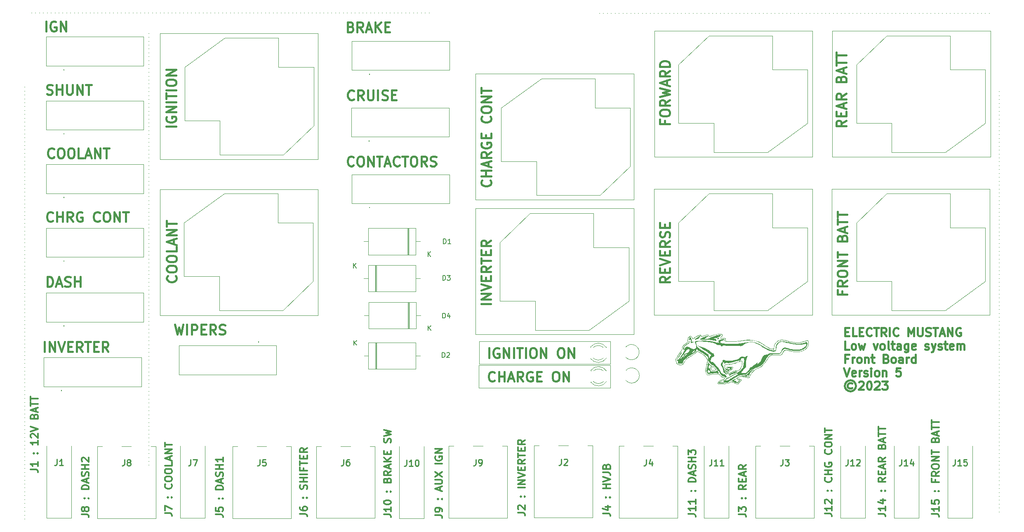
<source format=gto>
%TF.GenerationSoftware,KiCad,Pcbnew,7.0.1-0*%
%TF.CreationDate,2023-10-01T21:06:18+01:00*%
%TF.ProjectId,12v-front-pcb,3132762d-6672-46f6-9e74-2d7063622e6b,rev?*%
%TF.SameCoordinates,Original*%
%TF.FileFunction,Legend,Top*%
%TF.FilePolarity,Positive*%
%FSLAX46Y46*%
G04 Gerber Fmt 4.6, Leading zero omitted, Abs format (unit mm)*
G04 Created by KiCad (PCBNEW 7.0.1-0) date 2023-10-01 21:06:18*
%MOMM*%
%LPD*%
G01*
G04 APERTURE LIST*
%ADD10C,0.120000*%
%ADD11C,0.200000*%
%ADD12C,0.300000*%
%ADD13C,0.400000*%
%ADD14C,0.254000*%
%ADD15C,0.150000*%
%ADD16C,0.100000*%
%ADD17C,0.001000*%
%ADD18C,3.510000*%
%ADD19C,2.775000*%
%ADD20C,2.100000*%
%ADD21R,2.000000X2.000000*%
%ADD22O,2.000000X2.000000*%
%ADD23R,3.200000X3.200000*%
%ADD24O,3.200000X3.200000*%
%ADD25R,1.800000X1.800000*%
%ADD26C,1.800000*%
G04 APERTURE END LIST*
D10*
X99755455Y-121050551D02*
X132200741Y-121050551D01*
X132200741Y-146949450D01*
X99755455Y-146949450D01*
X99755455Y-121050551D01*
X165239950Y-184385172D02*
X192239950Y-184385172D01*
X192239950Y-189048392D01*
X165239950Y-189048392D01*
X165239950Y-184385172D01*
X164554714Y-129346746D02*
X197000000Y-129346746D01*
X197000000Y-155245645D01*
X164554714Y-155245645D01*
X164554714Y-129346746D01*
D11*
X97500000Y-121000000D02*
X97500000Y-121000000D01*
X97500000Y-121800000D02*
X97500000Y-121800000D01*
X97500000Y-122600000D02*
X97500000Y-122600000D01*
X97500000Y-123400000D02*
X97500000Y-123400000D01*
X97500000Y-124200000D02*
X97500000Y-124200000D01*
X97500000Y-125000000D02*
X97500000Y-125000000D01*
X97500000Y-125800000D02*
X97500000Y-125800000D01*
X97500000Y-126600000D02*
X97500000Y-126600000D01*
X97500000Y-127400000D02*
X97500000Y-127400000D01*
X97500000Y-128200000D02*
X97500000Y-128200000D01*
X97500000Y-129000000D02*
X97500000Y-129000000D01*
X97500000Y-129800000D02*
X97500000Y-129800000D01*
X97500000Y-130600000D02*
X97500000Y-130600000D01*
X97500000Y-131400000D02*
X97500000Y-131400000D01*
X97500000Y-132200000D02*
X97500000Y-132200000D01*
X97500000Y-133000000D02*
X97500000Y-133000000D01*
X97500000Y-133800000D02*
X97500000Y-133800000D01*
X97500000Y-134600000D02*
X97500000Y-134600000D01*
X97500000Y-135400000D02*
X97500000Y-135400000D01*
X97500000Y-136200000D02*
X97500000Y-136200000D01*
X97500000Y-137000000D02*
X97500000Y-137000000D01*
X97500000Y-137800000D02*
X97500000Y-137800000D01*
X97500000Y-138600000D02*
X97500000Y-138600000D01*
X97500000Y-139400000D02*
X97500000Y-139400000D01*
X97500000Y-140200000D02*
X97500000Y-140200000D01*
X97500000Y-141000000D02*
X97500000Y-141000000D01*
X97500000Y-141800000D02*
X97500000Y-141800000D01*
X97500000Y-142600000D02*
X97500000Y-142600000D01*
X97500000Y-143400000D02*
X97500000Y-143400000D01*
X97500000Y-144200000D02*
X97500000Y-144200000D01*
X97500000Y-145000000D02*
X97500000Y-145000000D01*
X97500000Y-145800000D02*
X97500000Y-145800000D01*
X97500000Y-146600000D02*
X97500000Y-146600000D01*
X97500000Y-147400000D02*
X97500000Y-147400000D01*
X97500000Y-148200000D02*
X97500000Y-148200000D01*
X97500000Y-149000000D02*
X97500000Y-149000000D01*
X97500000Y-149800000D02*
X97500000Y-149800000D01*
X97500000Y-150600000D02*
X97500000Y-150600000D01*
X97500000Y-151400000D02*
X97500000Y-151400000D01*
X97500000Y-152200000D02*
X97500000Y-152200000D01*
X97500000Y-153000000D02*
X97500000Y-153000000D01*
X97500000Y-153800000D02*
X97500000Y-153800000D01*
X97500000Y-154600000D02*
X97500000Y-154600000D01*
X97500000Y-155400000D02*
X97500000Y-155400000D01*
X97500000Y-156200000D02*
X97500000Y-156200000D01*
X97500000Y-157000000D02*
X97500000Y-157000000D01*
X97500000Y-157800000D02*
X97500000Y-157800000D01*
X97500000Y-158600000D02*
X97500000Y-158600000D01*
X97500000Y-159400000D02*
X97500000Y-159400000D01*
X97500000Y-160200000D02*
X97500000Y-160200000D01*
X97500000Y-161000000D02*
X97500000Y-161000000D01*
X97500000Y-161800000D02*
X97500000Y-161800000D01*
X97500000Y-162600000D02*
X97500000Y-162600000D01*
X97500000Y-163400000D02*
X97500000Y-163400000D01*
X97500000Y-164200000D02*
X97500000Y-164200000D01*
X97500000Y-165000000D02*
X97500000Y-165000000D01*
X97500000Y-165800000D02*
X97500000Y-165800000D01*
X97500000Y-166600000D02*
X97500000Y-166600000D01*
X97500000Y-167400000D02*
X97500000Y-167400000D01*
X97500000Y-168200000D02*
X97500000Y-168200000D01*
X97500000Y-169000000D02*
X97500000Y-169000000D01*
X97500000Y-169800000D02*
X97500000Y-169800000D01*
X97500000Y-170600000D02*
X97500000Y-170600000D01*
X97500000Y-171400000D02*
X97500000Y-171400000D01*
X97500000Y-172200000D02*
X97500000Y-172200000D01*
X97500000Y-173000000D02*
X97500000Y-173000000D01*
X97500000Y-173800000D02*
X97500000Y-173800000D01*
X97500000Y-174600000D02*
X97500000Y-174600000D01*
X97500000Y-175400000D02*
X97500000Y-175400000D01*
X97500000Y-176200000D02*
X97500000Y-176200000D01*
X97500000Y-177000000D02*
X97500000Y-177000000D01*
X97500000Y-177800000D02*
X97500000Y-177800000D01*
X97500000Y-178600000D02*
X97500000Y-178600000D01*
X97500000Y-179400000D02*
X97500000Y-179400000D01*
X97500000Y-180200000D02*
X97500000Y-180200000D01*
X97500000Y-181000000D02*
X97500000Y-181000000D01*
X97500000Y-181800000D02*
X97500000Y-181800000D01*
X97500000Y-182600000D02*
X97500000Y-182600000D01*
X97500000Y-183400000D02*
X97500000Y-183400000D01*
X97500000Y-184200000D02*
X97500000Y-184200000D01*
X97500000Y-185000000D02*
X97500000Y-185000000D01*
X97500000Y-185800000D02*
X97500000Y-185800000D01*
X97500000Y-186600000D02*
X97500000Y-186600000D01*
X97500000Y-187400000D02*
X97500000Y-187400000D01*
X97500000Y-188200000D02*
X97500000Y-188200000D01*
X97500000Y-189000000D02*
X97500000Y-189000000D01*
X97500000Y-189800000D02*
X97500000Y-189800000D01*
X97500000Y-190600000D02*
X97500000Y-190600000D01*
X97500000Y-191400000D02*
X97500000Y-191400000D01*
X97500000Y-192200000D02*
X97500000Y-192200000D01*
X97500000Y-193000000D02*
X97500000Y-193000000D01*
X97500000Y-193800000D02*
X97500000Y-193800000D01*
X97500000Y-194600000D02*
X97500000Y-194600000D01*
X97500000Y-195400000D02*
X97500000Y-195400000D01*
X97500000Y-196200000D02*
X97500000Y-196200000D01*
X97500000Y-197000000D02*
X97500000Y-197000000D01*
X97500000Y-197800000D02*
X97500000Y-197800000D01*
X97500000Y-198600000D02*
X97500000Y-198600000D01*
X97500000Y-199400000D02*
X97500000Y-199400000D01*
X97500000Y-200200000D02*
X97500000Y-200200000D01*
X97500000Y-201000000D02*
X97500000Y-201000000D01*
X97500000Y-201800000D02*
X97500000Y-201800000D01*
X97500000Y-202600000D02*
X97500000Y-202600000D01*
X97500000Y-203400000D02*
X97500000Y-203400000D01*
X97500000Y-204200000D02*
X97500000Y-204200000D01*
X97500000Y-205000000D02*
X97500000Y-205000000D01*
X97500000Y-205800000D02*
X97500000Y-205800000D01*
X97500000Y-206600000D02*
X97500000Y-206600000D01*
X97500000Y-207400000D02*
X97500000Y-207400000D01*
X97500000Y-208200000D02*
X97500000Y-208200000D01*
X97500000Y-209000000D02*
X97500000Y-209000000D01*
X97500000Y-209800000D02*
X97500000Y-209800000D01*
D10*
X237687260Y-153006503D02*
X270132546Y-153006503D01*
X270132546Y-178905402D01*
X237687260Y-178905402D01*
X237687260Y-153006503D01*
X201271532Y-120495373D02*
X233716818Y-120495373D01*
X233716818Y-146394272D01*
X201271532Y-146394272D01*
X201271532Y-120495373D01*
X165229494Y-189243175D02*
X192229494Y-189243175D01*
X192229494Y-193906395D01*
X165229494Y-193906395D01*
X165229494Y-189243175D01*
X99744886Y-153101101D02*
X132190172Y-153101101D01*
X132190172Y-179000000D01*
X99744886Y-179000000D01*
X99744886Y-153101101D01*
X237779030Y-120517733D02*
X270224316Y-120517733D01*
X270224316Y-146416632D01*
X237779030Y-146416632D01*
X237779030Y-120517733D01*
D11*
X272000000Y-133000000D02*
X272000000Y-133000000D01*
X272000000Y-133800000D02*
X272000000Y-133800000D01*
X272000000Y-134600000D02*
X272000000Y-134600000D01*
X272000000Y-135400000D02*
X272000000Y-135400000D01*
X272000000Y-136200000D02*
X272000000Y-136200000D01*
X272000000Y-137000000D02*
X272000000Y-137000000D01*
X272000000Y-137800000D02*
X272000000Y-137800000D01*
X272000000Y-138600000D02*
X272000000Y-138600000D01*
X272000000Y-139400000D02*
X272000000Y-139400000D01*
X272000000Y-140200000D02*
X272000000Y-140200000D01*
X272000000Y-141000000D02*
X272000000Y-141000000D01*
X272000000Y-141800000D02*
X272000000Y-141800000D01*
X272000000Y-142600000D02*
X272000000Y-142600000D01*
X272000000Y-143400000D02*
X272000000Y-143400000D01*
X272000000Y-144200000D02*
X272000000Y-144200000D01*
X272000000Y-145000000D02*
X272000000Y-145000000D01*
X272000000Y-145800000D02*
X272000000Y-145800000D01*
X272000000Y-146600000D02*
X272000000Y-146600000D01*
X272000000Y-147400000D02*
X272000000Y-147400000D01*
X272000000Y-148200000D02*
X272000000Y-148200000D01*
X272000000Y-149000000D02*
X272000000Y-149000000D01*
X272000000Y-149800000D02*
X272000000Y-149800000D01*
X272000000Y-150600000D02*
X272000000Y-150600000D01*
X272000000Y-151400000D02*
X272000000Y-151400000D01*
X272000000Y-152200000D02*
X272000000Y-152200000D01*
X272000000Y-153000000D02*
X272000000Y-153000000D01*
X272000000Y-153800000D02*
X272000000Y-153800000D01*
X272000000Y-154600000D02*
X272000000Y-154600000D01*
X272000000Y-155400000D02*
X272000000Y-155400000D01*
X272000000Y-156200000D02*
X272000000Y-156200000D01*
X272000000Y-157000000D02*
X272000000Y-157000000D01*
X272000000Y-157800000D02*
X272000000Y-157800000D01*
X272000000Y-158600000D02*
X272000000Y-158600000D01*
X272000000Y-159400000D02*
X272000000Y-159400000D01*
X272000000Y-160200000D02*
X272000000Y-160200000D01*
X272000000Y-161000000D02*
X272000000Y-161000000D01*
X272000000Y-161800000D02*
X272000000Y-161800000D01*
X272000000Y-162600000D02*
X272000000Y-162600000D01*
X272000000Y-163400000D02*
X272000000Y-163400000D01*
X272000000Y-164200000D02*
X272000000Y-164200000D01*
X272000000Y-165000000D02*
X272000000Y-165000000D01*
X272000000Y-165800000D02*
X272000000Y-165800000D01*
X272000000Y-166600000D02*
X272000000Y-166600000D01*
X272000000Y-167400000D02*
X272000000Y-167400000D01*
X272000000Y-168200000D02*
X272000000Y-168200000D01*
X272000000Y-169000000D02*
X272000000Y-169000000D01*
X272000000Y-169800000D02*
X272000000Y-169800000D01*
X272000000Y-170600000D02*
X272000000Y-170600000D01*
X272000000Y-171400000D02*
X272000000Y-171400000D01*
X272000000Y-172200000D02*
X272000000Y-172200000D01*
X272000000Y-173000000D02*
X272000000Y-173000000D01*
X272000000Y-173800000D02*
X272000000Y-173800000D01*
X272000000Y-174600000D02*
X272000000Y-174600000D01*
X272000000Y-175400000D02*
X272000000Y-175400000D01*
X272000000Y-176200000D02*
X272000000Y-176200000D01*
X272000000Y-177000000D02*
X272000000Y-177000000D01*
X272000000Y-177800000D02*
X272000000Y-177800000D01*
X272000000Y-178600000D02*
X272000000Y-178600000D01*
X272000000Y-179400000D02*
X272000000Y-179400000D01*
X272000000Y-180200000D02*
X272000000Y-180200000D01*
X272000000Y-181000000D02*
X272000000Y-181000000D01*
X272000000Y-181800000D02*
X272000000Y-181800000D01*
X272000000Y-182600000D02*
X272000000Y-182600000D01*
X272000000Y-183400000D02*
X272000000Y-183400000D01*
X272000000Y-184200000D02*
X272000000Y-184200000D01*
X272000000Y-185000000D02*
X272000000Y-185000000D01*
X272000000Y-185800000D02*
X272000000Y-185800000D01*
X272000000Y-186600000D02*
X272000000Y-186600000D01*
X272000000Y-187400000D02*
X272000000Y-187400000D01*
X272000000Y-188200000D02*
X272000000Y-188200000D01*
X272000000Y-189000000D02*
X272000000Y-189000000D01*
X272000000Y-189800000D02*
X272000000Y-189800000D01*
X272000000Y-190600000D02*
X272000000Y-190600000D01*
X272000000Y-191400000D02*
X272000000Y-191400000D01*
X272000000Y-192200000D02*
X272000000Y-192200000D01*
X272000000Y-193000000D02*
X272000000Y-193000000D01*
X272000000Y-193800000D02*
X272000000Y-193800000D01*
X272000000Y-194600000D02*
X272000000Y-194600000D01*
X272000000Y-195400000D02*
X272000000Y-195400000D01*
X272000000Y-196200000D02*
X272000000Y-196200000D01*
X272000000Y-197000000D02*
X272000000Y-197000000D01*
X272000000Y-197800000D02*
X272000000Y-197800000D01*
X272000000Y-198600000D02*
X272000000Y-198600000D01*
X272000000Y-199400000D02*
X272000000Y-199400000D01*
X272000000Y-200200000D02*
X272000000Y-200200000D01*
X272000000Y-201000000D02*
X272000000Y-201000000D01*
X272000000Y-201800000D02*
X272000000Y-201800000D01*
X272000000Y-202600000D02*
X272000000Y-202600000D01*
X272000000Y-203400000D02*
X272000000Y-203400000D01*
X272000000Y-204200000D02*
X272000000Y-204200000D01*
X272000000Y-205000000D02*
X272000000Y-205000000D01*
X272000000Y-205800000D02*
X272000000Y-205800000D01*
X272000000Y-206600000D02*
X272000000Y-206600000D01*
X272000000Y-207400000D02*
X272000000Y-207400000D01*
X272000000Y-208200000D02*
X272000000Y-208200000D01*
X272000000Y-209000000D02*
X272000000Y-209000000D01*
X272000000Y-209800000D02*
X272000000Y-209800000D01*
X272000000Y-210600000D02*
X272000000Y-210600000D01*
X272000000Y-211400000D02*
X272000000Y-211400000D01*
X272000000Y-212200000D02*
X272000000Y-212200000D01*
X272000000Y-213000000D02*
X272000000Y-213000000D01*
X272000000Y-213800000D02*
X272000000Y-213800000D01*
X272000000Y-214600000D02*
X272000000Y-214600000D01*
X272000000Y-215400000D02*
X272000000Y-215400000D01*
X272000000Y-216200000D02*
X272000000Y-216200000D01*
X272000000Y-217000000D02*
X272000000Y-217000000D01*
X272000000Y-217800000D02*
X272000000Y-217800000D01*
X272000000Y-218600000D02*
X272000000Y-218600000D01*
X272000000Y-219400000D02*
X272000000Y-219400000D01*
X72000000Y-132056500D02*
X72000000Y-132056500D01*
X72000000Y-132856500D02*
X72000000Y-132856500D01*
X72000000Y-133656500D02*
X72000000Y-133656500D01*
X72000000Y-134456500D02*
X72000000Y-134456500D01*
X72000000Y-135256500D02*
X72000000Y-135256500D01*
X72000000Y-136056500D02*
X72000000Y-136056500D01*
X72000000Y-136856500D02*
X72000000Y-136856500D01*
X72000000Y-137656500D02*
X72000000Y-137656500D01*
X72000000Y-138456500D02*
X72000000Y-138456500D01*
X72000000Y-139256500D02*
X72000000Y-139256500D01*
X72000000Y-140056500D02*
X72000000Y-140056500D01*
X72000000Y-140856500D02*
X72000000Y-140856500D01*
X72000000Y-141656500D02*
X72000000Y-141656500D01*
X72000000Y-142456500D02*
X72000000Y-142456500D01*
X72000000Y-143256500D02*
X72000000Y-143256500D01*
X72000000Y-144056500D02*
X72000000Y-144056500D01*
X72000000Y-144856500D02*
X72000000Y-144856500D01*
X72000000Y-145656500D02*
X72000000Y-145656500D01*
X72000000Y-146456500D02*
X72000000Y-146456500D01*
X72000000Y-147256500D02*
X72000000Y-147256500D01*
X72000000Y-148056500D02*
X72000000Y-148056500D01*
X72000000Y-148856500D02*
X72000000Y-148856500D01*
X72000000Y-149656500D02*
X72000000Y-149656500D01*
X72000000Y-150456500D02*
X72000000Y-150456500D01*
X72000000Y-151256500D02*
X72000000Y-151256500D01*
X72000000Y-152056500D02*
X72000000Y-152056500D01*
X72000000Y-152856500D02*
X72000000Y-152856500D01*
X72000000Y-153656500D02*
X72000000Y-153656500D01*
X72000000Y-154456500D02*
X72000000Y-154456500D01*
X72000000Y-155256500D02*
X72000000Y-155256500D01*
X72000000Y-156056500D02*
X72000000Y-156056500D01*
X72000000Y-156856500D02*
X72000000Y-156856500D01*
X72000000Y-157656500D02*
X72000000Y-157656500D01*
X72000000Y-158456500D02*
X72000000Y-158456500D01*
X72000000Y-159256500D02*
X72000000Y-159256500D01*
X72000000Y-160056500D02*
X72000000Y-160056500D01*
X72000000Y-160856500D02*
X72000000Y-160856500D01*
X72000000Y-161656500D02*
X72000000Y-161656500D01*
X72000000Y-162456500D02*
X72000000Y-162456500D01*
X72000000Y-163256500D02*
X72000000Y-163256500D01*
X72000000Y-164056500D02*
X72000000Y-164056500D01*
X72000000Y-164856500D02*
X72000000Y-164856500D01*
X72000000Y-165656500D02*
X72000000Y-165656500D01*
X72000000Y-166456500D02*
X72000000Y-166456500D01*
X72000000Y-167256500D02*
X72000000Y-167256500D01*
X72000000Y-168056500D02*
X72000000Y-168056500D01*
X72000000Y-168856500D02*
X72000000Y-168856500D01*
X72000000Y-169656500D02*
X72000000Y-169656500D01*
X72000000Y-170456500D02*
X72000000Y-170456500D01*
X72000000Y-171256500D02*
X72000000Y-171256500D01*
X72000000Y-172056500D02*
X72000000Y-172056500D01*
X72000000Y-172856500D02*
X72000000Y-172856500D01*
X72000000Y-173656500D02*
X72000000Y-173656500D01*
X72000000Y-174456500D02*
X72000000Y-174456500D01*
X72000000Y-175256500D02*
X72000000Y-175256500D01*
X72000000Y-176056500D02*
X72000000Y-176056500D01*
X72000000Y-176856500D02*
X72000000Y-176856500D01*
X72000000Y-177656500D02*
X72000000Y-177656500D01*
X72000000Y-178456500D02*
X72000000Y-178456500D01*
X72000000Y-179256500D02*
X72000000Y-179256500D01*
X72000000Y-180056500D02*
X72000000Y-180056500D01*
X72000000Y-180856500D02*
X72000000Y-180856500D01*
X72000000Y-181656500D02*
X72000000Y-181656500D01*
X72000000Y-182456500D02*
X72000000Y-182456500D01*
X72000000Y-183256500D02*
X72000000Y-183256500D01*
X72000000Y-184056500D02*
X72000000Y-184056500D01*
X72000000Y-184856500D02*
X72000000Y-184856500D01*
X72000000Y-185656500D02*
X72000000Y-185656500D01*
X72000000Y-186456500D02*
X72000000Y-186456500D01*
X72000000Y-187256500D02*
X72000000Y-187256500D01*
X72000000Y-188056500D02*
X72000000Y-188056500D01*
X72000000Y-188856500D02*
X72000000Y-188856500D01*
X72000000Y-189656500D02*
X72000000Y-189656500D01*
X72000000Y-190456500D02*
X72000000Y-190456500D01*
X72000000Y-191256500D02*
X72000000Y-191256500D01*
X72000000Y-192056500D02*
X72000000Y-192056500D01*
X72000000Y-192856500D02*
X72000000Y-192856500D01*
X72000000Y-193656500D02*
X72000000Y-193656500D01*
X72000000Y-194456500D02*
X72000000Y-194456500D01*
X72000000Y-195256500D02*
X72000000Y-195256500D01*
X72000000Y-196056500D02*
X72000000Y-196056500D01*
X72000000Y-196856500D02*
X72000000Y-196856500D01*
X72000000Y-197656500D02*
X72000000Y-197656500D01*
X72000000Y-198456500D02*
X72000000Y-198456500D01*
X72000000Y-199256500D02*
X72000000Y-199256500D01*
X72000000Y-200056500D02*
X72000000Y-200056500D01*
X72000000Y-200856500D02*
X72000000Y-200856500D01*
X72000000Y-201656500D02*
X72000000Y-201656500D01*
X72000000Y-202456500D02*
X72000000Y-202456500D01*
X72000000Y-203256500D02*
X72000000Y-203256500D01*
X72000000Y-204056500D02*
X72000000Y-204056500D01*
X72000000Y-204856500D02*
X72000000Y-204856500D01*
X72000000Y-205656500D02*
X72000000Y-205656500D01*
X72000000Y-206456500D02*
X72000000Y-206456500D01*
X72000000Y-207256500D02*
X72000000Y-207256500D01*
X72000000Y-208056500D02*
X72000000Y-208056500D01*
X72000000Y-208856500D02*
X72000000Y-208856500D01*
X72000000Y-209656500D02*
X72000000Y-209656500D01*
X72000000Y-210456500D02*
X72000000Y-210456500D01*
X72000000Y-211256500D02*
X72000000Y-211256500D01*
X72000000Y-212056500D02*
X72000000Y-212056500D01*
X72000000Y-212856500D02*
X72000000Y-212856500D01*
X72000000Y-213656500D02*
X72000000Y-213656500D01*
X72000000Y-214456500D02*
X72000000Y-214456500D01*
X72000000Y-215256500D02*
X72000000Y-215256500D01*
X72000000Y-216056500D02*
X72000000Y-216056500D01*
X72000000Y-216856500D02*
X72000000Y-216856500D01*
X72000000Y-217656500D02*
X72000000Y-217656500D01*
X72000000Y-218456500D02*
X72000000Y-218456500D01*
X72000000Y-219256500D02*
X72000000Y-219256500D01*
X72000000Y-220056500D02*
X72000000Y-220056500D01*
X72000000Y-220856500D02*
X72000000Y-220856500D01*
D10*
X164554714Y-157000000D02*
X197000000Y-157000000D01*
X197000000Y-182898899D01*
X164554714Y-182898899D01*
X164554714Y-157000000D01*
D11*
X190000000Y-116860000D02*
X190000000Y-116860000D01*
X190800000Y-116860000D02*
X190800000Y-116860000D01*
X191600000Y-116860000D02*
X191600000Y-116860000D01*
X192400000Y-116860000D02*
X192400000Y-116860000D01*
X193200000Y-116860000D02*
X193200000Y-116860000D01*
X194000000Y-116860000D02*
X194000000Y-116860000D01*
X194800000Y-116860000D02*
X194800000Y-116860000D01*
X195600000Y-116860000D02*
X195600000Y-116860000D01*
X196400000Y-116860000D02*
X196400000Y-116860000D01*
X197200000Y-116860000D02*
X197200000Y-116860000D01*
X198000000Y-116860000D02*
X198000000Y-116860000D01*
X198800000Y-116860000D02*
X198800000Y-116860000D01*
X199600000Y-116860000D02*
X199600000Y-116860000D01*
X200400000Y-116860000D02*
X200400000Y-116860000D01*
X201200000Y-116860000D02*
X201200000Y-116860000D01*
X202000000Y-116860000D02*
X202000000Y-116860000D01*
X202800000Y-116860000D02*
X202800000Y-116860000D01*
X203600000Y-116860000D02*
X203600000Y-116860000D01*
X204400000Y-116860000D02*
X204400000Y-116860000D01*
X205200000Y-116860000D02*
X205200000Y-116860000D01*
X206000000Y-116860000D02*
X206000000Y-116860000D01*
X206800000Y-116860000D02*
X206800000Y-116860000D01*
X207600000Y-116860000D02*
X207600000Y-116860000D01*
X208400000Y-116860000D02*
X208400000Y-116860000D01*
X209200000Y-116860000D02*
X209200000Y-116860000D01*
X210000000Y-116860000D02*
X210000000Y-116860000D01*
X210800000Y-116860000D02*
X210800000Y-116860000D01*
X211600000Y-116860000D02*
X211600000Y-116860000D01*
X212400000Y-116860000D02*
X212400000Y-116860000D01*
X213200000Y-116860000D02*
X213200000Y-116860000D01*
X214000000Y-116860000D02*
X214000000Y-116860000D01*
X214800000Y-116860000D02*
X214800000Y-116860000D01*
X215600000Y-116860000D02*
X215600000Y-116860000D01*
X216400000Y-116860000D02*
X216400000Y-116860000D01*
X217200000Y-116860000D02*
X217200000Y-116860000D01*
X218000000Y-116860000D02*
X218000000Y-116860000D01*
X218800000Y-116860000D02*
X218800000Y-116860000D01*
X219600000Y-116860000D02*
X219600000Y-116860000D01*
X220400000Y-116860000D02*
X220400000Y-116860000D01*
X221200000Y-116860000D02*
X221200000Y-116860000D01*
X222000000Y-116860000D02*
X222000000Y-116860000D01*
X222800000Y-116860000D02*
X222800000Y-116860000D01*
X223600000Y-116860000D02*
X223600000Y-116860000D01*
X224400000Y-116860000D02*
X224400000Y-116860000D01*
X225200000Y-116860000D02*
X225200000Y-116860000D01*
X226000000Y-116860000D02*
X226000000Y-116860000D01*
X226800000Y-116860000D02*
X226800000Y-116860000D01*
X227600000Y-116860000D02*
X227600000Y-116860000D01*
X228400000Y-116860000D02*
X228400000Y-116860000D01*
X229200000Y-116860000D02*
X229200000Y-116860000D01*
X230000000Y-116860000D02*
X230000000Y-116860000D01*
X230800000Y-116860000D02*
X230800000Y-116860000D01*
X231600000Y-116860000D02*
X231600000Y-116860000D01*
X232400000Y-116860000D02*
X232400000Y-116860000D01*
X233200000Y-116860000D02*
X233200000Y-116860000D01*
X234000000Y-116860000D02*
X234000000Y-116860000D01*
X234800000Y-116860000D02*
X234800000Y-116860000D01*
X235600000Y-116860000D02*
X235600000Y-116860000D01*
X236400000Y-116860000D02*
X236400000Y-116860000D01*
X237200000Y-116860000D02*
X237200000Y-116860000D01*
X238000000Y-116860000D02*
X238000000Y-116860000D01*
X238800000Y-116860000D02*
X238800000Y-116860000D01*
X239600000Y-116860000D02*
X239600000Y-116860000D01*
X240400000Y-116860000D02*
X240400000Y-116860000D01*
X241200000Y-116860000D02*
X241200000Y-116860000D01*
X242000000Y-116860000D02*
X242000000Y-116860000D01*
X242800000Y-116860000D02*
X242800000Y-116860000D01*
X243600000Y-116860000D02*
X243600000Y-116860000D01*
X244400000Y-116860000D02*
X244400000Y-116860000D01*
X245200000Y-116860000D02*
X245200000Y-116860000D01*
X246000000Y-116860000D02*
X246000000Y-116860000D01*
X246800000Y-116860000D02*
X246800000Y-116860000D01*
X247600000Y-116860000D02*
X247600000Y-116860000D01*
X248400000Y-116860000D02*
X248400000Y-116860000D01*
X249200000Y-116860000D02*
X249200000Y-116860000D01*
X250000000Y-116860000D02*
X250000000Y-116860000D01*
X250800000Y-116860000D02*
X250800000Y-116860000D01*
X251600000Y-116860000D02*
X251600000Y-116860000D01*
X252400000Y-116860000D02*
X252400000Y-116860000D01*
X253200000Y-116860000D02*
X253200000Y-116860000D01*
X254000000Y-116860000D02*
X254000000Y-116860000D01*
X254800000Y-116860000D02*
X254800000Y-116860000D01*
X255600000Y-116860000D02*
X255600000Y-116860000D01*
X256400000Y-116860000D02*
X256400000Y-116860000D01*
X257200000Y-116860000D02*
X257200000Y-116860000D01*
X258000000Y-116860000D02*
X258000000Y-116860000D01*
X258800000Y-116860000D02*
X258800000Y-116860000D01*
X259600000Y-116860000D02*
X259600000Y-116860000D01*
X260400000Y-116860000D02*
X260400000Y-116860000D01*
X261200000Y-116860000D02*
X261200000Y-116860000D01*
X262000000Y-116860000D02*
X262000000Y-116860000D01*
X262800000Y-116860000D02*
X262800000Y-116860000D01*
X263600000Y-116860000D02*
X263600000Y-116860000D01*
X264400000Y-116860000D02*
X264400000Y-116860000D01*
X265200000Y-116860000D02*
X265200000Y-116860000D01*
X266000000Y-116860000D02*
X266000000Y-116860000D01*
X266800000Y-116860000D02*
X266800000Y-116860000D01*
X267600000Y-116860000D02*
X267600000Y-116860000D01*
X268400000Y-116860000D02*
X268400000Y-116860000D01*
X269200000Y-116860000D02*
X269200000Y-116860000D01*
X270000000Y-116860000D02*
X270000000Y-116860000D01*
D10*
X201203078Y-153038040D02*
X233648364Y-153038040D01*
X233648364Y-178936939D01*
X201203078Y-178936939D01*
X201203078Y-153038040D01*
D11*
X155000000Y-116840000D02*
X155000000Y-116840000D01*
X154200000Y-116840000D02*
X154200000Y-116840000D01*
X153400000Y-116840000D02*
X153400000Y-116840000D01*
X152600000Y-116840000D02*
X152600000Y-116840000D01*
X151800000Y-116840000D02*
X151800000Y-116840000D01*
X151000000Y-116840000D02*
X151000000Y-116840000D01*
X150200000Y-116840000D02*
X150200000Y-116840000D01*
X149400000Y-116840000D02*
X149400000Y-116840000D01*
X148600000Y-116840000D02*
X148600000Y-116840000D01*
X147800000Y-116840000D02*
X147800000Y-116840000D01*
X147000000Y-116840000D02*
X147000000Y-116840000D01*
X146200000Y-116840000D02*
X146200000Y-116840000D01*
X145400000Y-116840000D02*
X145400000Y-116840000D01*
X144600000Y-116840000D02*
X144600000Y-116840000D01*
X143800000Y-116840000D02*
X143800000Y-116840000D01*
X143000000Y-116840000D02*
X143000000Y-116840000D01*
X142200000Y-116840000D02*
X142200000Y-116840000D01*
X141400000Y-116840000D02*
X141400000Y-116840000D01*
X140600000Y-116840000D02*
X140600000Y-116840000D01*
X139800000Y-116840000D02*
X139800000Y-116840000D01*
X139000000Y-116840000D02*
X139000000Y-116840000D01*
X138200000Y-116840000D02*
X138200000Y-116840000D01*
X137400000Y-116840000D02*
X137400000Y-116840000D01*
X136600000Y-116840000D02*
X136600000Y-116840000D01*
X135800000Y-116840000D02*
X135800000Y-116840000D01*
X135000000Y-116840000D02*
X135000000Y-116840000D01*
X134200000Y-116840000D02*
X134200000Y-116840000D01*
X133400000Y-116840000D02*
X133400000Y-116840000D01*
X132600000Y-116840000D02*
X132600000Y-116840000D01*
X131800000Y-116840000D02*
X131800000Y-116840000D01*
X131000000Y-116840000D02*
X131000000Y-116840000D01*
X130200000Y-116840000D02*
X130200000Y-116840000D01*
X129400000Y-116840000D02*
X129400000Y-116840000D01*
X128600000Y-116840000D02*
X128600000Y-116840000D01*
X127800000Y-116840000D02*
X127800000Y-116840000D01*
X127000000Y-116840000D02*
X127000000Y-116840000D01*
X126200000Y-116840000D02*
X126200000Y-116840000D01*
X125400000Y-116840000D02*
X125400000Y-116840000D01*
X124600000Y-116840000D02*
X124600000Y-116840000D01*
X123800000Y-116840000D02*
X123800000Y-116840000D01*
X123000000Y-116840000D02*
X123000000Y-116840000D01*
X122200000Y-116840000D02*
X122200000Y-116840000D01*
X121400000Y-116840000D02*
X121400000Y-116840000D01*
X120600000Y-116840000D02*
X120600000Y-116840000D01*
X119800000Y-116840000D02*
X119800000Y-116840000D01*
X119000000Y-116840000D02*
X119000000Y-116840000D01*
X118200000Y-116840000D02*
X118200000Y-116840000D01*
X117400000Y-116840000D02*
X117400000Y-116840000D01*
X116600000Y-116840000D02*
X116600000Y-116840000D01*
X115800000Y-116840000D02*
X115800000Y-116840000D01*
X115000000Y-116840000D02*
X115000000Y-116840000D01*
X114200000Y-116840000D02*
X114200000Y-116840000D01*
X113400000Y-116840000D02*
X113400000Y-116840000D01*
X112600000Y-116840000D02*
X112600000Y-116840000D01*
X111800000Y-116840000D02*
X111800000Y-116840000D01*
X111000000Y-116840000D02*
X111000000Y-116840000D01*
X110200000Y-116840000D02*
X110200000Y-116840000D01*
X109400000Y-116840000D02*
X109400000Y-116840000D01*
X108600000Y-116840000D02*
X108600000Y-116840000D01*
X107800000Y-116840000D02*
X107800000Y-116840000D01*
X107000000Y-116840000D02*
X107000000Y-116840000D01*
X106200000Y-116840000D02*
X106200000Y-116840000D01*
X105400000Y-116840000D02*
X105400000Y-116840000D01*
X104600000Y-116840000D02*
X104600000Y-116840000D01*
X103800000Y-116840000D02*
X103800000Y-116840000D01*
X103000000Y-116840000D02*
X103000000Y-116840000D01*
X102200000Y-116840000D02*
X102200000Y-116840000D01*
X101400000Y-116840000D02*
X101400000Y-116840000D01*
X100600000Y-116840000D02*
X100600000Y-116840000D01*
X99800000Y-116840000D02*
X99800000Y-116840000D01*
X99000000Y-116840000D02*
X99000000Y-116840000D01*
X98200000Y-116840000D02*
X98200000Y-116840000D01*
X97400000Y-116840000D02*
X97400000Y-116840000D01*
X96600000Y-116840000D02*
X96600000Y-116840000D01*
X95800000Y-116840000D02*
X95800000Y-116840000D01*
X95000000Y-116840000D02*
X95000000Y-116840000D01*
X94200000Y-116840000D02*
X94200000Y-116840000D01*
X93400000Y-116840000D02*
X93400000Y-116840000D01*
X92600000Y-116840000D02*
X92600000Y-116840000D01*
X91800000Y-116840000D02*
X91800000Y-116840000D01*
X91000000Y-116840000D02*
X91000000Y-116840000D01*
X90200000Y-116840000D02*
X90200000Y-116840000D01*
X89400000Y-116840000D02*
X89400000Y-116840000D01*
X88600000Y-116840000D02*
X88600000Y-116840000D01*
X87800000Y-116840000D02*
X87800000Y-116840000D01*
X87000000Y-116840000D02*
X87000000Y-116840000D01*
X86200000Y-116840000D02*
X86200000Y-116840000D01*
X85400000Y-116840000D02*
X85400000Y-116840000D01*
X84600000Y-116840000D02*
X84600000Y-116840000D01*
X83800000Y-116840000D02*
X83800000Y-116840000D01*
X83000000Y-116840000D02*
X83000000Y-116840000D01*
X82200000Y-116840000D02*
X82200000Y-116840000D01*
X81400000Y-116840000D02*
X81400000Y-116840000D01*
X80600000Y-116840000D02*
X80600000Y-116840000D01*
X79800000Y-116840000D02*
X79800000Y-116840000D01*
X79000000Y-116840000D02*
X79000000Y-116840000D01*
X78200000Y-116840000D02*
X78200000Y-116840000D01*
X77400000Y-116840000D02*
X77400000Y-116840000D01*
X76600000Y-116840000D02*
X76600000Y-116840000D01*
X75800000Y-116840000D02*
X75800000Y-116840000D01*
X75000000Y-116840000D02*
X75000000Y-116840000D01*
X74200000Y-116840000D02*
X74200000Y-116840000D01*
X73400000Y-116840000D02*
X73400000Y-116840000D01*
D12*
X258193928Y-219865441D02*
X259265357Y-219865441D01*
X259265357Y-219865441D02*
X259479642Y-219936870D01*
X259479642Y-219936870D02*
X259622500Y-220079727D01*
X259622500Y-220079727D02*
X259693928Y-220294013D01*
X259693928Y-220294013D02*
X259693928Y-220436870D01*
X259693928Y-218365441D02*
X259693928Y-219222584D01*
X259693928Y-218794013D02*
X258193928Y-218794013D01*
X258193928Y-218794013D02*
X258408214Y-218936870D01*
X258408214Y-218936870D02*
X258551071Y-219079727D01*
X258551071Y-219079727D02*
X258622500Y-219222584D01*
X258193928Y-217008299D02*
X258193928Y-217722585D01*
X258193928Y-217722585D02*
X258908214Y-217794013D01*
X258908214Y-217794013D02*
X258836785Y-217722585D01*
X258836785Y-217722585D02*
X258765357Y-217579728D01*
X258765357Y-217579728D02*
X258765357Y-217222585D01*
X258765357Y-217222585D02*
X258836785Y-217079728D01*
X258836785Y-217079728D02*
X258908214Y-217008299D01*
X258908214Y-217008299D02*
X259051071Y-216936870D01*
X259051071Y-216936870D02*
X259408214Y-216936870D01*
X259408214Y-216936870D02*
X259551071Y-217008299D01*
X259551071Y-217008299D02*
X259622500Y-217079728D01*
X259622500Y-217079728D02*
X259693928Y-217222585D01*
X259693928Y-217222585D02*
X259693928Y-217579728D01*
X259693928Y-217579728D02*
X259622500Y-217722585D01*
X259622500Y-217722585D02*
X259551071Y-217794013D01*
X259551071Y-215151157D02*
X259622500Y-215079728D01*
X259622500Y-215079728D02*
X259693928Y-215151157D01*
X259693928Y-215151157D02*
X259622500Y-215222585D01*
X259622500Y-215222585D02*
X259551071Y-215151157D01*
X259551071Y-215151157D02*
X259693928Y-215151157D01*
X258765357Y-215151157D02*
X258836785Y-215079728D01*
X258836785Y-215079728D02*
X258908214Y-215151157D01*
X258908214Y-215151157D02*
X258836785Y-215222585D01*
X258836785Y-215222585D02*
X258765357Y-215151157D01*
X258765357Y-215151157D02*
X258908214Y-215151157D01*
X258908214Y-212794014D02*
X258908214Y-213294014D01*
X259693928Y-213294014D02*
X258193928Y-213294014D01*
X258193928Y-213294014D02*
X258193928Y-212579728D01*
X259693928Y-211151157D02*
X258979642Y-211651157D01*
X259693928Y-212008300D02*
X258193928Y-212008300D01*
X258193928Y-212008300D02*
X258193928Y-211436871D01*
X258193928Y-211436871D02*
X258265357Y-211294014D01*
X258265357Y-211294014D02*
X258336785Y-211222585D01*
X258336785Y-211222585D02*
X258479642Y-211151157D01*
X258479642Y-211151157D02*
X258693928Y-211151157D01*
X258693928Y-211151157D02*
X258836785Y-211222585D01*
X258836785Y-211222585D02*
X258908214Y-211294014D01*
X258908214Y-211294014D02*
X258979642Y-211436871D01*
X258979642Y-211436871D02*
X258979642Y-212008300D01*
X258193928Y-210222585D02*
X258193928Y-209936871D01*
X258193928Y-209936871D02*
X258265357Y-209794014D01*
X258265357Y-209794014D02*
X258408214Y-209651157D01*
X258408214Y-209651157D02*
X258693928Y-209579728D01*
X258693928Y-209579728D02*
X259193928Y-209579728D01*
X259193928Y-209579728D02*
X259479642Y-209651157D01*
X259479642Y-209651157D02*
X259622500Y-209794014D01*
X259622500Y-209794014D02*
X259693928Y-209936871D01*
X259693928Y-209936871D02*
X259693928Y-210222585D01*
X259693928Y-210222585D02*
X259622500Y-210365443D01*
X259622500Y-210365443D02*
X259479642Y-210508300D01*
X259479642Y-210508300D02*
X259193928Y-210579728D01*
X259193928Y-210579728D02*
X258693928Y-210579728D01*
X258693928Y-210579728D02*
X258408214Y-210508300D01*
X258408214Y-210508300D02*
X258265357Y-210365443D01*
X258265357Y-210365443D02*
X258193928Y-210222585D01*
X259693928Y-208936871D02*
X258193928Y-208936871D01*
X258193928Y-208936871D02*
X259693928Y-208079728D01*
X259693928Y-208079728D02*
X258193928Y-208079728D01*
X258193928Y-207579727D02*
X258193928Y-206722585D01*
X259693928Y-207151156D02*
X258193928Y-207151156D01*
X258908214Y-204579728D02*
X258979642Y-204365442D01*
X258979642Y-204365442D02*
X259051071Y-204294013D01*
X259051071Y-204294013D02*
X259193928Y-204222585D01*
X259193928Y-204222585D02*
X259408214Y-204222585D01*
X259408214Y-204222585D02*
X259551071Y-204294013D01*
X259551071Y-204294013D02*
X259622500Y-204365442D01*
X259622500Y-204365442D02*
X259693928Y-204508299D01*
X259693928Y-204508299D02*
X259693928Y-205079728D01*
X259693928Y-205079728D02*
X258193928Y-205079728D01*
X258193928Y-205079728D02*
X258193928Y-204579728D01*
X258193928Y-204579728D02*
X258265357Y-204436871D01*
X258265357Y-204436871D02*
X258336785Y-204365442D01*
X258336785Y-204365442D02*
X258479642Y-204294013D01*
X258479642Y-204294013D02*
X258622500Y-204294013D01*
X258622500Y-204294013D02*
X258765357Y-204365442D01*
X258765357Y-204365442D02*
X258836785Y-204436871D01*
X258836785Y-204436871D02*
X258908214Y-204579728D01*
X258908214Y-204579728D02*
X258908214Y-205079728D01*
X259265357Y-203651156D02*
X259265357Y-202936871D01*
X259693928Y-203794013D02*
X258193928Y-203294013D01*
X258193928Y-203294013D02*
X259693928Y-202794013D01*
X258193928Y-202508299D02*
X258193928Y-201651157D01*
X259693928Y-202079728D02*
X258193928Y-202079728D01*
X258193928Y-201365442D02*
X258193928Y-200508300D01*
X259693928Y-200936871D02*
X258193928Y-200936871D01*
D13*
X139536647Y-134540561D02*
X139441409Y-134635800D01*
X139441409Y-134635800D02*
X139155695Y-134731038D01*
X139155695Y-134731038D02*
X138965219Y-134731038D01*
X138965219Y-134731038D02*
X138679504Y-134635800D01*
X138679504Y-134635800D02*
X138489028Y-134445323D01*
X138489028Y-134445323D02*
X138393790Y-134254847D01*
X138393790Y-134254847D02*
X138298552Y-133873895D01*
X138298552Y-133873895D02*
X138298552Y-133588180D01*
X138298552Y-133588180D02*
X138393790Y-133207228D01*
X138393790Y-133207228D02*
X138489028Y-133016752D01*
X138489028Y-133016752D02*
X138679504Y-132826276D01*
X138679504Y-132826276D02*
X138965219Y-132731038D01*
X138965219Y-132731038D02*
X139155695Y-132731038D01*
X139155695Y-132731038D02*
X139441409Y-132826276D01*
X139441409Y-132826276D02*
X139536647Y-132921514D01*
X141536647Y-134731038D02*
X140869980Y-133778657D01*
X140393790Y-134731038D02*
X140393790Y-132731038D01*
X140393790Y-132731038D02*
X141155695Y-132731038D01*
X141155695Y-132731038D02*
X141346171Y-132826276D01*
X141346171Y-132826276D02*
X141441409Y-132921514D01*
X141441409Y-132921514D02*
X141536647Y-133111990D01*
X141536647Y-133111990D02*
X141536647Y-133397704D01*
X141536647Y-133397704D02*
X141441409Y-133588180D01*
X141441409Y-133588180D02*
X141346171Y-133683419D01*
X141346171Y-133683419D02*
X141155695Y-133778657D01*
X141155695Y-133778657D02*
X140393790Y-133778657D01*
X142393790Y-132731038D02*
X142393790Y-134350085D01*
X142393790Y-134350085D02*
X142489028Y-134540561D01*
X142489028Y-134540561D02*
X142584266Y-134635800D01*
X142584266Y-134635800D02*
X142774742Y-134731038D01*
X142774742Y-134731038D02*
X143155695Y-134731038D01*
X143155695Y-134731038D02*
X143346171Y-134635800D01*
X143346171Y-134635800D02*
X143441409Y-134540561D01*
X143441409Y-134540561D02*
X143536647Y-134350085D01*
X143536647Y-134350085D02*
X143536647Y-132731038D01*
X144489028Y-134731038D02*
X144489028Y-132731038D01*
X145346171Y-134635800D02*
X145631885Y-134731038D01*
X145631885Y-134731038D02*
X146108076Y-134731038D01*
X146108076Y-134731038D02*
X146298552Y-134635800D01*
X146298552Y-134635800D02*
X146393790Y-134540561D01*
X146393790Y-134540561D02*
X146489028Y-134350085D01*
X146489028Y-134350085D02*
X146489028Y-134159609D01*
X146489028Y-134159609D02*
X146393790Y-133969133D01*
X146393790Y-133969133D02*
X146298552Y-133873895D01*
X146298552Y-133873895D02*
X146108076Y-133778657D01*
X146108076Y-133778657D02*
X145727123Y-133683419D01*
X145727123Y-133683419D02*
X145536647Y-133588180D01*
X145536647Y-133588180D02*
X145441409Y-133492942D01*
X145441409Y-133492942D02*
X145346171Y-133302466D01*
X145346171Y-133302466D02*
X145346171Y-133111990D01*
X145346171Y-133111990D02*
X145441409Y-132921514D01*
X145441409Y-132921514D02*
X145536647Y-132826276D01*
X145536647Y-132826276D02*
X145727123Y-132731038D01*
X145727123Y-132731038D02*
X146203314Y-132731038D01*
X146203314Y-132731038D02*
X146489028Y-132826276D01*
X147346171Y-133683419D02*
X148012838Y-133683419D01*
X148298552Y-134731038D02*
X147346171Y-134731038D01*
X147346171Y-134731038D02*
X147346171Y-132731038D01*
X147346171Y-132731038D02*
X148298552Y-132731038D01*
X167676198Y-176647623D02*
X165676198Y-176647623D01*
X167676198Y-175695242D02*
X165676198Y-175695242D01*
X165676198Y-175695242D02*
X167676198Y-174552385D01*
X167676198Y-174552385D02*
X165676198Y-174552385D01*
X165676198Y-173885718D02*
X167676198Y-173219052D01*
X167676198Y-173219052D02*
X165676198Y-172552385D01*
X166628579Y-171885718D02*
X166628579Y-171219051D01*
X167676198Y-170933337D02*
X167676198Y-171885718D01*
X167676198Y-171885718D02*
X165676198Y-171885718D01*
X165676198Y-171885718D02*
X165676198Y-170933337D01*
X167676198Y-168933337D02*
X166723817Y-169600004D01*
X167676198Y-170076194D02*
X165676198Y-170076194D01*
X165676198Y-170076194D02*
X165676198Y-169314289D01*
X165676198Y-169314289D02*
X165771436Y-169123813D01*
X165771436Y-169123813D02*
X165866674Y-169028575D01*
X165866674Y-169028575D02*
X166057150Y-168933337D01*
X166057150Y-168933337D02*
X166342864Y-168933337D01*
X166342864Y-168933337D02*
X166533340Y-169028575D01*
X166533340Y-169028575D02*
X166628579Y-169123813D01*
X166628579Y-169123813D02*
X166723817Y-169314289D01*
X166723817Y-169314289D02*
X166723817Y-170076194D01*
X165676198Y-168361908D02*
X165676198Y-167219051D01*
X167676198Y-167790480D02*
X165676198Y-167790480D01*
X166628579Y-166552384D02*
X166628579Y-165885717D01*
X167676198Y-165600003D02*
X167676198Y-166552384D01*
X167676198Y-166552384D02*
X165676198Y-166552384D01*
X165676198Y-166552384D02*
X165676198Y-165600003D01*
X167676198Y-163600003D02*
X166723817Y-164266670D01*
X167676198Y-164742860D02*
X165676198Y-164742860D01*
X165676198Y-164742860D02*
X165676198Y-163980955D01*
X165676198Y-163980955D02*
X165771436Y-163790479D01*
X165771436Y-163790479D02*
X165866674Y-163695241D01*
X165866674Y-163695241D02*
X166057150Y-163600003D01*
X166057150Y-163600003D02*
X166342864Y-163600003D01*
X166342864Y-163600003D02*
X166533340Y-163695241D01*
X166533340Y-163695241D02*
X166628579Y-163790479D01*
X166628579Y-163790479D02*
X166723817Y-163980955D01*
X166723817Y-163980955D02*
X166723817Y-164742860D01*
D12*
X236193928Y-219778878D02*
X237265357Y-219778878D01*
X237265357Y-219778878D02*
X237479642Y-219850307D01*
X237479642Y-219850307D02*
X237622500Y-219993164D01*
X237622500Y-219993164D02*
X237693928Y-220207450D01*
X237693928Y-220207450D02*
X237693928Y-220350307D01*
X237693928Y-218278878D02*
X237693928Y-219136021D01*
X237693928Y-218707450D02*
X236193928Y-218707450D01*
X236193928Y-218707450D02*
X236408214Y-218850307D01*
X236408214Y-218850307D02*
X236551071Y-218993164D01*
X236551071Y-218993164D02*
X236622500Y-219136021D01*
X236336785Y-217707450D02*
X236265357Y-217636022D01*
X236265357Y-217636022D02*
X236193928Y-217493165D01*
X236193928Y-217493165D02*
X236193928Y-217136022D01*
X236193928Y-217136022D02*
X236265357Y-216993165D01*
X236265357Y-216993165D02*
X236336785Y-216921736D01*
X236336785Y-216921736D02*
X236479642Y-216850307D01*
X236479642Y-216850307D02*
X236622500Y-216850307D01*
X236622500Y-216850307D02*
X236836785Y-216921736D01*
X236836785Y-216921736D02*
X237693928Y-217778879D01*
X237693928Y-217778879D02*
X237693928Y-216850307D01*
X237551071Y-215064594D02*
X237622500Y-214993165D01*
X237622500Y-214993165D02*
X237693928Y-215064594D01*
X237693928Y-215064594D02*
X237622500Y-215136022D01*
X237622500Y-215136022D02*
X237551071Y-215064594D01*
X237551071Y-215064594D02*
X237693928Y-215064594D01*
X236765357Y-215064594D02*
X236836785Y-214993165D01*
X236836785Y-214993165D02*
X236908214Y-215064594D01*
X236908214Y-215064594D02*
X236836785Y-215136022D01*
X236836785Y-215136022D02*
X236765357Y-215064594D01*
X236765357Y-215064594D02*
X236908214Y-215064594D01*
X237551071Y-212350308D02*
X237622500Y-212421736D01*
X237622500Y-212421736D02*
X237693928Y-212636022D01*
X237693928Y-212636022D02*
X237693928Y-212778879D01*
X237693928Y-212778879D02*
X237622500Y-212993165D01*
X237622500Y-212993165D02*
X237479642Y-213136022D01*
X237479642Y-213136022D02*
X237336785Y-213207451D01*
X237336785Y-213207451D02*
X237051071Y-213278879D01*
X237051071Y-213278879D02*
X236836785Y-213278879D01*
X236836785Y-213278879D02*
X236551071Y-213207451D01*
X236551071Y-213207451D02*
X236408214Y-213136022D01*
X236408214Y-213136022D02*
X236265357Y-212993165D01*
X236265357Y-212993165D02*
X236193928Y-212778879D01*
X236193928Y-212778879D02*
X236193928Y-212636022D01*
X236193928Y-212636022D02*
X236265357Y-212421736D01*
X236265357Y-212421736D02*
X236336785Y-212350308D01*
X237693928Y-211707451D02*
X236193928Y-211707451D01*
X236908214Y-211707451D02*
X236908214Y-210850308D01*
X237693928Y-210850308D02*
X236193928Y-210850308D01*
X236265357Y-209350307D02*
X236193928Y-209493165D01*
X236193928Y-209493165D02*
X236193928Y-209707450D01*
X236193928Y-209707450D02*
X236265357Y-209921736D01*
X236265357Y-209921736D02*
X236408214Y-210064593D01*
X236408214Y-210064593D02*
X236551071Y-210136022D01*
X236551071Y-210136022D02*
X236836785Y-210207450D01*
X236836785Y-210207450D02*
X237051071Y-210207450D01*
X237051071Y-210207450D02*
X237336785Y-210136022D01*
X237336785Y-210136022D02*
X237479642Y-210064593D01*
X237479642Y-210064593D02*
X237622500Y-209921736D01*
X237622500Y-209921736D02*
X237693928Y-209707450D01*
X237693928Y-209707450D02*
X237693928Y-209564593D01*
X237693928Y-209564593D02*
X237622500Y-209350307D01*
X237622500Y-209350307D02*
X237551071Y-209278879D01*
X237551071Y-209278879D02*
X237051071Y-209278879D01*
X237051071Y-209278879D02*
X237051071Y-209564593D01*
X237551071Y-206636022D02*
X237622500Y-206707450D01*
X237622500Y-206707450D02*
X237693928Y-206921736D01*
X237693928Y-206921736D02*
X237693928Y-207064593D01*
X237693928Y-207064593D02*
X237622500Y-207278879D01*
X237622500Y-207278879D02*
X237479642Y-207421736D01*
X237479642Y-207421736D02*
X237336785Y-207493165D01*
X237336785Y-207493165D02*
X237051071Y-207564593D01*
X237051071Y-207564593D02*
X236836785Y-207564593D01*
X236836785Y-207564593D02*
X236551071Y-207493165D01*
X236551071Y-207493165D02*
X236408214Y-207421736D01*
X236408214Y-207421736D02*
X236265357Y-207278879D01*
X236265357Y-207278879D02*
X236193928Y-207064593D01*
X236193928Y-207064593D02*
X236193928Y-206921736D01*
X236193928Y-206921736D02*
X236265357Y-206707450D01*
X236265357Y-206707450D02*
X236336785Y-206636022D01*
X236193928Y-205707450D02*
X236193928Y-205421736D01*
X236193928Y-205421736D02*
X236265357Y-205278879D01*
X236265357Y-205278879D02*
X236408214Y-205136022D01*
X236408214Y-205136022D02*
X236693928Y-205064593D01*
X236693928Y-205064593D02*
X237193928Y-205064593D01*
X237193928Y-205064593D02*
X237479642Y-205136022D01*
X237479642Y-205136022D02*
X237622500Y-205278879D01*
X237622500Y-205278879D02*
X237693928Y-205421736D01*
X237693928Y-205421736D02*
X237693928Y-205707450D01*
X237693928Y-205707450D02*
X237622500Y-205850308D01*
X237622500Y-205850308D02*
X237479642Y-205993165D01*
X237479642Y-205993165D02*
X237193928Y-206064593D01*
X237193928Y-206064593D02*
X236693928Y-206064593D01*
X236693928Y-206064593D02*
X236408214Y-205993165D01*
X236408214Y-205993165D02*
X236265357Y-205850308D01*
X236265357Y-205850308D02*
X236193928Y-205707450D01*
X237693928Y-204421736D02*
X236193928Y-204421736D01*
X236193928Y-204421736D02*
X237693928Y-203564593D01*
X237693928Y-203564593D02*
X236193928Y-203564593D01*
X236193928Y-203064592D02*
X236193928Y-202207450D01*
X237693928Y-202636021D02*
X236193928Y-202636021D01*
D13*
X138908057Y-119688019D02*
X139193771Y-119783257D01*
X139193771Y-119783257D02*
X139289009Y-119878495D01*
X139289009Y-119878495D02*
X139384247Y-120068971D01*
X139384247Y-120068971D02*
X139384247Y-120354685D01*
X139384247Y-120354685D02*
X139289009Y-120545161D01*
X139289009Y-120545161D02*
X139193771Y-120640400D01*
X139193771Y-120640400D02*
X139003295Y-120735638D01*
X139003295Y-120735638D02*
X138241390Y-120735638D01*
X138241390Y-120735638D02*
X138241390Y-118735638D01*
X138241390Y-118735638D02*
X138908057Y-118735638D01*
X138908057Y-118735638D02*
X139098533Y-118830876D01*
X139098533Y-118830876D02*
X139193771Y-118926114D01*
X139193771Y-118926114D02*
X139289009Y-119116590D01*
X139289009Y-119116590D02*
X139289009Y-119307066D01*
X139289009Y-119307066D02*
X139193771Y-119497542D01*
X139193771Y-119497542D02*
X139098533Y-119592780D01*
X139098533Y-119592780D02*
X138908057Y-119688019D01*
X138908057Y-119688019D02*
X138241390Y-119688019D01*
X141384247Y-120735638D02*
X140717580Y-119783257D01*
X140241390Y-120735638D02*
X140241390Y-118735638D01*
X140241390Y-118735638D02*
X141003295Y-118735638D01*
X141003295Y-118735638D02*
X141193771Y-118830876D01*
X141193771Y-118830876D02*
X141289009Y-118926114D01*
X141289009Y-118926114D02*
X141384247Y-119116590D01*
X141384247Y-119116590D02*
X141384247Y-119402304D01*
X141384247Y-119402304D02*
X141289009Y-119592780D01*
X141289009Y-119592780D02*
X141193771Y-119688019D01*
X141193771Y-119688019D02*
X141003295Y-119783257D01*
X141003295Y-119783257D02*
X140241390Y-119783257D01*
X142146152Y-120164209D02*
X143098533Y-120164209D01*
X141955676Y-120735638D02*
X142622342Y-118735638D01*
X142622342Y-118735638D02*
X143289009Y-120735638D01*
X143955676Y-120735638D02*
X143955676Y-118735638D01*
X145098533Y-120735638D02*
X144241390Y-119592780D01*
X145098533Y-118735638D02*
X143955676Y-119878495D01*
X145955676Y-119688019D02*
X146622343Y-119688019D01*
X146908057Y-120735638D02*
X145955676Y-120735638D01*
X145955676Y-120735638D02*
X145955676Y-118735638D01*
X145955676Y-118735638D02*
X146908057Y-118735638D01*
D12*
X128455624Y-219810331D02*
X129527053Y-219810331D01*
X129527053Y-219810331D02*
X129741338Y-219881760D01*
X129741338Y-219881760D02*
X129884196Y-220024617D01*
X129884196Y-220024617D02*
X129955624Y-220238903D01*
X129955624Y-220238903D02*
X129955624Y-220381760D01*
X128455624Y-218453189D02*
X128455624Y-218738903D01*
X128455624Y-218738903D02*
X128527053Y-218881760D01*
X128527053Y-218881760D02*
X128598481Y-218953189D01*
X128598481Y-218953189D02*
X128812767Y-219096046D01*
X128812767Y-219096046D02*
X129098481Y-219167474D01*
X129098481Y-219167474D02*
X129669910Y-219167474D01*
X129669910Y-219167474D02*
X129812767Y-219096046D01*
X129812767Y-219096046D02*
X129884196Y-219024617D01*
X129884196Y-219024617D02*
X129955624Y-218881760D01*
X129955624Y-218881760D02*
X129955624Y-218596046D01*
X129955624Y-218596046D02*
X129884196Y-218453189D01*
X129884196Y-218453189D02*
X129812767Y-218381760D01*
X129812767Y-218381760D02*
X129669910Y-218310331D01*
X129669910Y-218310331D02*
X129312767Y-218310331D01*
X129312767Y-218310331D02*
X129169910Y-218381760D01*
X129169910Y-218381760D02*
X129098481Y-218453189D01*
X129098481Y-218453189D02*
X129027053Y-218596046D01*
X129027053Y-218596046D02*
X129027053Y-218881760D01*
X129027053Y-218881760D02*
X129098481Y-219024617D01*
X129098481Y-219024617D02*
X129169910Y-219096046D01*
X129169910Y-219096046D02*
X129312767Y-219167474D01*
X129812767Y-216524618D02*
X129884196Y-216453189D01*
X129884196Y-216453189D02*
X129955624Y-216524618D01*
X129955624Y-216524618D02*
X129884196Y-216596046D01*
X129884196Y-216596046D02*
X129812767Y-216524618D01*
X129812767Y-216524618D02*
X129955624Y-216524618D01*
X129027053Y-216524618D02*
X129098481Y-216453189D01*
X129098481Y-216453189D02*
X129169910Y-216524618D01*
X129169910Y-216524618D02*
X129098481Y-216596046D01*
X129098481Y-216596046D02*
X129027053Y-216524618D01*
X129027053Y-216524618D02*
X129169910Y-216524618D01*
X129884196Y-214738903D02*
X129955624Y-214524618D01*
X129955624Y-214524618D02*
X129955624Y-214167475D01*
X129955624Y-214167475D02*
X129884196Y-214024618D01*
X129884196Y-214024618D02*
X129812767Y-213953189D01*
X129812767Y-213953189D02*
X129669910Y-213881760D01*
X129669910Y-213881760D02*
X129527053Y-213881760D01*
X129527053Y-213881760D02*
X129384196Y-213953189D01*
X129384196Y-213953189D02*
X129312767Y-214024618D01*
X129312767Y-214024618D02*
X129241338Y-214167475D01*
X129241338Y-214167475D02*
X129169910Y-214453189D01*
X129169910Y-214453189D02*
X129098481Y-214596046D01*
X129098481Y-214596046D02*
X129027053Y-214667475D01*
X129027053Y-214667475D02*
X128884196Y-214738903D01*
X128884196Y-214738903D02*
X128741338Y-214738903D01*
X128741338Y-214738903D02*
X128598481Y-214667475D01*
X128598481Y-214667475D02*
X128527053Y-214596046D01*
X128527053Y-214596046D02*
X128455624Y-214453189D01*
X128455624Y-214453189D02*
X128455624Y-214096046D01*
X128455624Y-214096046D02*
X128527053Y-213881760D01*
X129955624Y-213238904D02*
X128455624Y-213238904D01*
X129169910Y-213238904D02*
X129169910Y-212381761D01*
X129955624Y-212381761D02*
X128455624Y-212381761D01*
X129955624Y-211667475D02*
X128455624Y-211667475D01*
X129169910Y-210453189D02*
X129169910Y-210953189D01*
X129955624Y-210953189D02*
X128455624Y-210953189D01*
X128455624Y-210953189D02*
X128455624Y-210238903D01*
X128455624Y-209881760D02*
X128455624Y-209024618D01*
X129955624Y-209453189D02*
X128455624Y-209453189D01*
X129169910Y-208524618D02*
X129169910Y-208024618D01*
X129955624Y-207810332D02*
X129955624Y-208524618D01*
X129955624Y-208524618D02*
X128455624Y-208524618D01*
X128455624Y-208524618D02*
X128455624Y-207810332D01*
X129955624Y-206310332D02*
X129241338Y-206810332D01*
X129955624Y-207167475D02*
X128455624Y-207167475D01*
X128455624Y-207167475D02*
X128455624Y-206596046D01*
X128455624Y-206596046D02*
X128527053Y-206453189D01*
X128527053Y-206453189D02*
X128598481Y-206381760D01*
X128598481Y-206381760D02*
X128741338Y-206310332D01*
X128741338Y-206310332D02*
X128955624Y-206310332D01*
X128955624Y-206310332D02*
X129098481Y-206381760D01*
X129098481Y-206381760D02*
X129169910Y-206453189D01*
X129169910Y-206453189D02*
X129241338Y-206596046D01*
X129241338Y-206596046D02*
X129241338Y-207167475D01*
D13*
X167527692Y-151245308D02*
X167622931Y-151340546D01*
X167622931Y-151340546D02*
X167718169Y-151626260D01*
X167718169Y-151626260D02*
X167718169Y-151816736D01*
X167718169Y-151816736D02*
X167622931Y-152102451D01*
X167622931Y-152102451D02*
X167432454Y-152292927D01*
X167432454Y-152292927D02*
X167241978Y-152388165D01*
X167241978Y-152388165D02*
X166861026Y-152483403D01*
X166861026Y-152483403D02*
X166575311Y-152483403D01*
X166575311Y-152483403D02*
X166194359Y-152388165D01*
X166194359Y-152388165D02*
X166003883Y-152292927D01*
X166003883Y-152292927D02*
X165813407Y-152102451D01*
X165813407Y-152102451D02*
X165718169Y-151816736D01*
X165718169Y-151816736D02*
X165718169Y-151626260D01*
X165718169Y-151626260D02*
X165813407Y-151340546D01*
X165813407Y-151340546D02*
X165908645Y-151245308D01*
X167718169Y-150388165D02*
X165718169Y-150388165D01*
X166670550Y-150388165D02*
X166670550Y-149245308D01*
X167718169Y-149245308D02*
X165718169Y-149245308D01*
X167146740Y-148388165D02*
X167146740Y-147435784D01*
X167718169Y-148578641D02*
X165718169Y-147911975D01*
X165718169Y-147911975D02*
X167718169Y-147245308D01*
X167718169Y-145435784D02*
X166765788Y-146102451D01*
X167718169Y-146578641D02*
X165718169Y-146578641D01*
X165718169Y-146578641D02*
X165718169Y-145816736D01*
X165718169Y-145816736D02*
X165813407Y-145626260D01*
X165813407Y-145626260D02*
X165908645Y-145531022D01*
X165908645Y-145531022D02*
X166099121Y-145435784D01*
X166099121Y-145435784D02*
X166384835Y-145435784D01*
X166384835Y-145435784D02*
X166575311Y-145531022D01*
X166575311Y-145531022D02*
X166670550Y-145626260D01*
X166670550Y-145626260D02*
X166765788Y-145816736D01*
X166765788Y-145816736D02*
X166765788Y-146578641D01*
X165813407Y-143531022D02*
X165718169Y-143721498D01*
X165718169Y-143721498D02*
X165718169Y-144007212D01*
X165718169Y-144007212D02*
X165813407Y-144292927D01*
X165813407Y-144292927D02*
X166003883Y-144483403D01*
X166003883Y-144483403D02*
X166194359Y-144578641D01*
X166194359Y-144578641D02*
X166575311Y-144673879D01*
X166575311Y-144673879D02*
X166861026Y-144673879D01*
X166861026Y-144673879D02*
X167241978Y-144578641D01*
X167241978Y-144578641D02*
X167432454Y-144483403D01*
X167432454Y-144483403D02*
X167622931Y-144292927D01*
X167622931Y-144292927D02*
X167718169Y-144007212D01*
X167718169Y-144007212D02*
X167718169Y-143816736D01*
X167718169Y-143816736D02*
X167622931Y-143531022D01*
X167622931Y-143531022D02*
X167527692Y-143435784D01*
X167527692Y-143435784D02*
X166861026Y-143435784D01*
X166861026Y-143435784D02*
X166861026Y-143816736D01*
X166670550Y-142578641D02*
X166670550Y-141911974D01*
X167718169Y-141626260D02*
X167718169Y-142578641D01*
X167718169Y-142578641D02*
X165718169Y-142578641D01*
X165718169Y-142578641D02*
X165718169Y-141626260D01*
X167527692Y-138102450D02*
X167622931Y-138197688D01*
X167622931Y-138197688D02*
X167718169Y-138483402D01*
X167718169Y-138483402D02*
X167718169Y-138673878D01*
X167718169Y-138673878D02*
X167622931Y-138959593D01*
X167622931Y-138959593D02*
X167432454Y-139150069D01*
X167432454Y-139150069D02*
X167241978Y-139245307D01*
X167241978Y-139245307D02*
X166861026Y-139340545D01*
X166861026Y-139340545D02*
X166575311Y-139340545D01*
X166575311Y-139340545D02*
X166194359Y-139245307D01*
X166194359Y-139245307D02*
X166003883Y-139150069D01*
X166003883Y-139150069D02*
X165813407Y-138959593D01*
X165813407Y-138959593D02*
X165718169Y-138673878D01*
X165718169Y-138673878D02*
X165718169Y-138483402D01*
X165718169Y-138483402D02*
X165813407Y-138197688D01*
X165813407Y-138197688D02*
X165908645Y-138102450D01*
X165718169Y-136864355D02*
X165718169Y-136483402D01*
X165718169Y-136483402D02*
X165813407Y-136292926D01*
X165813407Y-136292926D02*
X166003883Y-136102450D01*
X166003883Y-136102450D02*
X166384835Y-136007212D01*
X166384835Y-136007212D02*
X167051502Y-136007212D01*
X167051502Y-136007212D02*
X167432454Y-136102450D01*
X167432454Y-136102450D02*
X167622931Y-136292926D01*
X167622931Y-136292926D02*
X167718169Y-136483402D01*
X167718169Y-136483402D02*
X167718169Y-136864355D01*
X167718169Y-136864355D02*
X167622931Y-137054831D01*
X167622931Y-137054831D02*
X167432454Y-137245307D01*
X167432454Y-137245307D02*
X167051502Y-137340545D01*
X167051502Y-137340545D02*
X166384835Y-137340545D01*
X166384835Y-137340545D02*
X166003883Y-137245307D01*
X166003883Y-137245307D02*
X165813407Y-137054831D01*
X165813407Y-137054831D02*
X165718169Y-136864355D01*
X167718169Y-135150069D02*
X165718169Y-135150069D01*
X165718169Y-135150069D02*
X167718169Y-134007212D01*
X167718169Y-134007212D02*
X165718169Y-134007212D01*
X165718169Y-133340545D02*
X165718169Y-132197688D01*
X167718169Y-132769117D02*
X165718169Y-132769117D01*
D12*
X100720871Y-219709134D02*
X101792300Y-219709134D01*
X101792300Y-219709134D02*
X102006585Y-219780563D01*
X102006585Y-219780563D02*
X102149443Y-219923420D01*
X102149443Y-219923420D02*
X102220871Y-220137706D01*
X102220871Y-220137706D02*
X102220871Y-220280563D01*
X100720871Y-219137706D02*
X100720871Y-218137706D01*
X100720871Y-218137706D02*
X102220871Y-218780563D01*
X102078014Y-216423421D02*
X102149443Y-216351992D01*
X102149443Y-216351992D02*
X102220871Y-216423421D01*
X102220871Y-216423421D02*
X102149443Y-216494849D01*
X102149443Y-216494849D02*
X102078014Y-216423421D01*
X102078014Y-216423421D02*
X102220871Y-216423421D01*
X101292300Y-216423421D02*
X101363728Y-216351992D01*
X101363728Y-216351992D02*
X101435157Y-216423421D01*
X101435157Y-216423421D02*
X101363728Y-216494849D01*
X101363728Y-216494849D02*
X101292300Y-216423421D01*
X101292300Y-216423421D02*
X101435157Y-216423421D01*
X102078014Y-213709135D02*
X102149443Y-213780563D01*
X102149443Y-213780563D02*
X102220871Y-213994849D01*
X102220871Y-213994849D02*
X102220871Y-214137706D01*
X102220871Y-214137706D02*
X102149443Y-214351992D01*
X102149443Y-214351992D02*
X102006585Y-214494849D01*
X102006585Y-214494849D02*
X101863728Y-214566278D01*
X101863728Y-214566278D02*
X101578014Y-214637706D01*
X101578014Y-214637706D02*
X101363728Y-214637706D01*
X101363728Y-214637706D02*
X101078014Y-214566278D01*
X101078014Y-214566278D02*
X100935157Y-214494849D01*
X100935157Y-214494849D02*
X100792300Y-214351992D01*
X100792300Y-214351992D02*
X100720871Y-214137706D01*
X100720871Y-214137706D02*
X100720871Y-213994849D01*
X100720871Y-213994849D02*
X100792300Y-213780563D01*
X100792300Y-213780563D02*
X100863728Y-213709135D01*
X100720871Y-212780563D02*
X100720871Y-212494849D01*
X100720871Y-212494849D02*
X100792300Y-212351992D01*
X100792300Y-212351992D02*
X100935157Y-212209135D01*
X100935157Y-212209135D02*
X101220871Y-212137706D01*
X101220871Y-212137706D02*
X101720871Y-212137706D01*
X101720871Y-212137706D02*
X102006585Y-212209135D01*
X102006585Y-212209135D02*
X102149443Y-212351992D01*
X102149443Y-212351992D02*
X102220871Y-212494849D01*
X102220871Y-212494849D02*
X102220871Y-212780563D01*
X102220871Y-212780563D02*
X102149443Y-212923421D01*
X102149443Y-212923421D02*
X102006585Y-213066278D01*
X102006585Y-213066278D02*
X101720871Y-213137706D01*
X101720871Y-213137706D02*
X101220871Y-213137706D01*
X101220871Y-213137706D02*
X100935157Y-213066278D01*
X100935157Y-213066278D02*
X100792300Y-212923421D01*
X100792300Y-212923421D02*
X100720871Y-212780563D01*
X100720871Y-211209134D02*
X100720871Y-210923420D01*
X100720871Y-210923420D02*
X100792300Y-210780563D01*
X100792300Y-210780563D02*
X100935157Y-210637706D01*
X100935157Y-210637706D02*
X101220871Y-210566277D01*
X101220871Y-210566277D02*
X101720871Y-210566277D01*
X101720871Y-210566277D02*
X102006585Y-210637706D01*
X102006585Y-210637706D02*
X102149443Y-210780563D01*
X102149443Y-210780563D02*
X102220871Y-210923420D01*
X102220871Y-210923420D02*
X102220871Y-211209134D01*
X102220871Y-211209134D02*
X102149443Y-211351992D01*
X102149443Y-211351992D02*
X102006585Y-211494849D01*
X102006585Y-211494849D02*
X101720871Y-211566277D01*
X101720871Y-211566277D02*
X101220871Y-211566277D01*
X101220871Y-211566277D02*
X100935157Y-211494849D01*
X100935157Y-211494849D02*
X100792300Y-211351992D01*
X100792300Y-211351992D02*
X100720871Y-211209134D01*
X102220871Y-209209134D02*
X102220871Y-209923420D01*
X102220871Y-209923420D02*
X100720871Y-209923420D01*
X101792300Y-208780562D02*
X101792300Y-208066277D01*
X102220871Y-208923419D02*
X100720871Y-208423419D01*
X100720871Y-208423419D02*
X102220871Y-207923419D01*
X102220871Y-207423420D02*
X100720871Y-207423420D01*
X100720871Y-207423420D02*
X102220871Y-206566277D01*
X102220871Y-206566277D02*
X100720871Y-206566277D01*
X100720871Y-206066276D02*
X100720871Y-205209134D01*
X102220871Y-205637705D02*
X100720871Y-205637705D01*
D13*
X76603798Y-173087356D02*
X76603798Y-171087356D01*
X76603798Y-171087356D02*
X77079988Y-171087356D01*
X77079988Y-171087356D02*
X77365703Y-171182594D01*
X77365703Y-171182594D02*
X77556179Y-171373070D01*
X77556179Y-171373070D02*
X77651417Y-171563546D01*
X77651417Y-171563546D02*
X77746655Y-171944498D01*
X77746655Y-171944498D02*
X77746655Y-172230213D01*
X77746655Y-172230213D02*
X77651417Y-172611165D01*
X77651417Y-172611165D02*
X77556179Y-172801641D01*
X77556179Y-172801641D02*
X77365703Y-172992118D01*
X77365703Y-172992118D02*
X77079988Y-173087356D01*
X77079988Y-173087356D02*
X76603798Y-173087356D01*
X78508560Y-172515927D02*
X79460941Y-172515927D01*
X78318084Y-173087356D02*
X78984750Y-171087356D01*
X78984750Y-171087356D02*
X79651417Y-173087356D01*
X80222846Y-172992118D02*
X80508560Y-173087356D01*
X80508560Y-173087356D02*
X80984751Y-173087356D01*
X80984751Y-173087356D02*
X81175227Y-172992118D01*
X81175227Y-172992118D02*
X81270465Y-172896879D01*
X81270465Y-172896879D02*
X81365703Y-172706403D01*
X81365703Y-172706403D02*
X81365703Y-172515927D01*
X81365703Y-172515927D02*
X81270465Y-172325451D01*
X81270465Y-172325451D02*
X81175227Y-172230213D01*
X81175227Y-172230213D02*
X80984751Y-172134975D01*
X80984751Y-172134975D02*
X80603798Y-172039737D01*
X80603798Y-172039737D02*
X80413322Y-171944498D01*
X80413322Y-171944498D02*
X80318084Y-171849260D01*
X80318084Y-171849260D02*
X80222846Y-171658784D01*
X80222846Y-171658784D02*
X80222846Y-171468308D01*
X80222846Y-171468308D02*
X80318084Y-171277832D01*
X80318084Y-171277832D02*
X80413322Y-171182594D01*
X80413322Y-171182594D02*
X80603798Y-171087356D01*
X80603798Y-171087356D02*
X81079989Y-171087356D01*
X81079989Y-171087356D02*
X81365703Y-171182594D01*
X82222846Y-173087356D02*
X82222846Y-171087356D01*
X82222846Y-172039737D02*
X83365703Y-172039737D01*
X83365703Y-173087356D02*
X83365703Y-171087356D01*
X240597482Y-138939472D02*
X239645101Y-139606139D01*
X240597482Y-140082329D02*
X238597482Y-140082329D01*
X238597482Y-140082329D02*
X238597482Y-139320424D01*
X238597482Y-139320424D02*
X238692720Y-139129948D01*
X238692720Y-139129948D02*
X238787958Y-139034710D01*
X238787958Y-139034710D02*
X238978434Y-138939472D01*
X238978434Y-138939472D02*
X239264148Y-138939472D01*
X239264148Y-138939472D02*
X239454624Y-139034710D01*
X239454624Y-139034710D02*
X239549863Y-139129948D01*
X239549863Y-139129948D02*
X239645101Y-139320424D01*
X239645101Y-139320424D02*
X239645101Y-140082329D01*
X239549863Y-138082329D02*
X239549863Y-137415662D01*
X240597482Y-137129948D02*
X240597482Y-138082329D01*
X240597482Y-138082329D02*
X238597482Y-138082329D01*
X238597482Y-138082329D02*
X238597482Y-137129948D01*
X240026053Y-136368043D02*
X240026053Y-135415662D01*
X240597482Y-136558519D02*
X238597482Y-135891853D01*
X238597482Y-135891853D02*
X240597482Y-135225186D01*
X240597482Y-133415662D02*
X239645101Y-134082329D01*
X240597482Y-134558519D02*
X238597482Y-134558519D01*
X238597482Y-134558519D02*
X238597482Y-133796614D01*
X238597482Y-133796614D02*
X238692720Y-133606138D01*
X238692720Y-133606138D02*
X238787958Y-133510900D01*
X238787958Y-133510900D02*
X238978434Y-133415662D01*
X238978434Y-133415662D02*
X239264148Y-133415662D01*
X239264148Y-133415662D02*
X239454624Y-133510900D01*
X239454624Y-133510900D02*
X239549863Y-133606138D01*
X239549863Y-133606138D02*
X239645101Y-133796614D01*
X239645101Y-133796614D02*
X239645101Y-134558519D01*
X239549863Y-130368042D02*
X239645101Y-130082328D01*
X239645101Y-130082328D02*
X239740339Y-129987090D01*
X239740339Y-129987090D02*
X239930815Y-129891852D01*
X239930815Y-129891852D02*
X240216529Y-129891852D01*
X240216529Y-129891852D02*
X240407005Y-129987090D01*
X240407005Y-129987090D02*
X240502244Y-130082328D01*
X240502244Y-130082328D02*
X240597482Y-130272804D01*
X240597482Y-130272804D02*
X240597482Y-131034709D01*
X240597482Y-131034709D02*
X238597482Y-131034709D01*
X238597482Y-131034709D02*
X238597482Y-130368042D01*
X238597482Y-130368042D02*
X238692720Y-130177566D01*
X238692720Y-130177566D02*
X238787958Y-130082328D01*
X238787958Y-130082328D02*
X238978434Y-129987090D01*
X238978434Y-129987090D02*
X239168910Y-129987090D01*
X239168910Y-129987090D02*
X239359386Y-130082328D01*
X239359386Y-130082328D02*
X239454624Y-130177566D01*
X239454624Y-130177566D02*
X239549863Y-130368042D01*
X239549863Y-130368042D02*
X239549863Y-131034709D01*
X240026053Y-129129947D02*
X240026053Y-128177566D01*
X240597482Y-129320423D02*
X238597482Y-128653757D01*
X238597482Y-128653757D02*
X240597482Y-127987090D01*
X238597482Y-127606137D02*
X238597482Y-126463280D01*
X240597482Y-127034709D02*
X238597482Y-127034709D01*
X238597482Y-126082327D02*
X238597482Y-124939470D01*
X240597482Y-125510899D02*
X238597482Y-125510899D01*
D12*
X73193928Y-210678569D02*
X74265357Y-210678569D01*
X74265357Y-210678569D02*
X74479642Y-210749998D01*
X74479642Y-210749998D02*
X74622500Y-210892855D01*
X74622500Y-210892855D02*
X74693928Y-211107141D01*
X74693928Y-211107141D02*
X74693928Y-211249998D01*
X74693928Y-209178569D02*
X74693928Y-210035712D01*
X74693928Y-209607141D02*
X73193928Y-209607141D01*
X73193928Y-209607141D02*
X73408214Y-209749998D01*
X73408214Y-209749998D02*
X73551071Y-209892855D01*
X73551071Y-209892855D02*
X73622500Y-210035712D01*
X74551071Y-207392856D02*
X74622500Y-207321427D01*
X74622500Y-207321427D02*
X74693928Y-207392856D01*
X74693928Y-207392856D02*
X74622500Y-207464284D01*
X74622500Y-207464284D02*
X74551071Y-207392856D01*
X74551071Y-207392856D02*
X74693928Y-207392856D01*
X73765357Y-207392856D02*
X73836785Y-207321427D01*
X73836785Y-207321427D02*
X73908214Y-207392856D01*
X73908214Y-207392856D02*
X73836785Y-207464284D01*
X73836785Y-207464284D02*
X73765357Y-207392856D01*
X73765357Y-207392856D02*
X73908214Y-207392856D01*
X74693928Y-204749998D02*
X74693928Y-205607141D01*
X74693928Y-205178570D02*
X73193928Y-205178570D01*
X73193928Y-205178570D02*
X73408214Y-205321427D01*
X73408214Y-205321427D02*
X73551071Y-205464284D01*
X73551071Y-205464284D02*
X73622500Y-205607141D01*
X73336785Y-204178570D02*
X73265357Y-204107142D01*
X73265357Y-204107142D02*
X73193928Y-203964285D01*
X73193928Y-203964285D02*
X73193928Y-203607142D01*
X73193928Y-203607142D02*
X73265357Y-203464285D01*
X73265357Y-203464285D02*
X73336785Y-203392856D01*
X73336785Y-203392856D02*
X73479642Y-203321427D01*
X73479642Y-203321427D02*
X73622500Y-203321427D01*
X73622500Y-203321427D02*
X73836785Y-203392856D01*
X73836785Y-203392856D02*
X74693928Y-204249999D01*
X74693928Y-204249999D02*
X74693928Y-203321427D01*
X73193928Y-202892856D02*
X74693928Y-202392856D01*
X74693928Y-202392856D02*
X73193928Y-201892856D01*
X73908214Y-199750000D02*
X73979642Y-199535714D01*
X73979642Y-199535714D02*
X74051071Y-199464285D01*
X74051071Y-199464285D02*
X74193928Y-199392857D01*
X74193928Y-199392857D02*
X74408214Y-199392857D01*
X74408214Y-199392857D02*
X74551071Y-199464285D01*
X74551071Y-199464285D02*
X74622500Y-199535714D01*
X74622500Y-199535714D02*
X74693928Y-199678571D01*
X74693928Y-199678571D02*
X74693928Y-200250000D01*
X74693928Y-200250000D02*
X73193928Y-200250000D01*
X73193928Y-200250000D02*
X73193928Y-199750000D01*
X73193928Y-199750000D02*
X73265357Y-199607143D01*
X73265357Y-199607143D02*
X73336785Y-199535714D01*
X73336785Y-199535714D02*
X73479642Y-199464285D01*
X73479642Y-199464285D02*
X73622500Y-199464285D01*
X73622500Y-199464285D02*
X73765357Y-199535714D01*
X73765357Y-199535714D02*
X73836785Y-199607143D01*
X73836785Y-199607143D02*
X73908214Y-199750000D01*
X73908214Y-199750000D02*
X73908214Y-200250000D01*
X74265357Y-198821428D02*
X74265357Y-198107143D01*
X74693928Y-198964285D02*
X73193928Y-198464285D01*
X73193928Y-198464285D02*
X74693928Y-197964285D01*
X73193928Y-197678571D02*
X73193928Y-196821429D01*
X74693928Y-197250000D02*
X73193928Y-197250000D01*
X73193928Y-196535714D02*
X73193928Y-195678572D01*
X74693928Y-196107143D02*
X73193928Y-196107143D01*
X83633097Y-219938524D02*
X84704526Y-219938524D01*
X84704526Y-219938524D02*
X84918811Y-220009953D01*
X84918811Y-220009953D02*
X85061669Y-220152810D01*
X85061669Y-220152810D02*
X85133097Y-220367096D01*
X85133097Y-220367096D02*
X85133097Y-220509953D01*
X84275954Y-219009953D02*
X84204526Y-219152810D01*
X84204526Y-219152810D02*
X84133097Y-219224239D01*
X84133097Y-219224239D02*
X83990240Y-219295667D01*
X83990240Y-219295667D02*
X83918811Y-219295667D01*
X83918811Y-219295667D02*
X83775954Y-219224239D01*
X83775954Y-219224239D02*
X83704526Y-219152810D01*
X83704526Y-219152810D02*
X83633097Y-219009953D01*
X83633097Y-219009953D02*
X83633097Y-218724239D01*
X83633097Y-218724239D02*
X83704526Y-218581382D01*
X83704526Y-218581382D02*
X83775954Y-218509953D01*
X83775954Y-218509953D02*
X83918811Y-218438524D01*
X83918811Y-218438524D02*
X83990240Y-218438524D01*
X83990240Y-218438524D02*
X84133097Y-218509953D01*
X84133097Y-218509953D02*
X84204526Y-218581382D01*
X84204526Y-218581382D02*
X84275954Y-218724239D01*
X84275954Y-218724239D02*
X84275954Y-219009953D01*
X84275954Y-219009953D02*
X84347383Y-219152810D01*
X84347383Y-219152810D02*
X84418811Y-219224239D01*
X84418811Y-219224239D02*
X84561669Y-219295667D01*
X84561669Y-219295667D02*
X84847383Y-219295667D01*
X84847383Y-219295667D02*
X84990240Y-219224239D01*
X84990240Y-219224239D02*
X85061669Y-219152810D01*
X85061669Y-219152810D02*
X85133097Y-219009953D01*
X85133097Y-219009953D02*
X85133097Y-218724239D01*
X85133097Y-218724239D02*
X85061669Y-218581382D01*
X85061669Y-218581382D02*
X84990240Y-218509953D01*
X84990240Y-218509953D02*
X84847383Y-218438524D01*
X84847383Y-218438524D02*
X84561669Y-218438524D01*
X84561669Y-218438524D02*
X84418811Y-218509953D01*
X84418811Y-218509953D02*
X84347383Y-218581382D01*
X84347383Y-218581382D02*
X84275954Y-218724239D01*
X84990240Y-216652811D02*
X85061669Y-216581382D01*
X85061669Y-216581382D02*
X85133097Y-216652811D01*
X85133097Y-216652811D02*
X85061669Y-216724239D01*
X85061669Y-216724239D02*
X84990240Y-216652811D01*
X84990240Y-216652811D02*
X85133097Y-216652811D01*
X84204526Y-216652811D02*
X84275954Y-216581382D01*
X84275954Y-216581382D02*
X84347383Y-216652811D01*
X84347383Y-216652811D02*
X84275954Y-216724239D01*
X84275954Y-216724239D02*
X84204526Y-216652811D01*
X84204526Y-216652811D02*
X84347383Y-216652811D01*
X85133097Y-214795668D02*
X83633097Y-214795668D01*
X83633097Y-214795668D02*
X83633097Y-214438525D01*
X83633097Y-214438525D02*
X83704526Y-214224239D01*
X83704526Y-214224239D02*
X83847383Y-214081382D01*
X83847383Y-214081382D02*
X83990240Y-214009953D01*
X83990240Y-214009953D02*
X84275954Y-213938525D01*
X84275954Y-213938525D02*
X84490240Y-213938525D01*
X84490240Y-213938525D02*
X84775954Y-214009953D01*
X84775954Y-214009953D02*
X84918811Y-214081382D01*
X84918811Y-214081382D02*
X85061669Y-214224239D01*
X85061669Y-214224239D02*
X85133097Y-214438525D01*
X85133097Y-214438525D02*
X85133097Y-214795668D01*
X84704526Y-213367096D02*
X84704526Y-212652811D01*
X85133097Y-213509953D02*
X83633097Y-213009953D01*
X83633097Y-213009953D02*
X85133097Y-212509953D01*
X85061669Y-212081382D02*
X85133097Y-211867097D01*
X85133097Y-211867097D02*
X85133097Y-211509954D01*
X85133097Y-211509954D02*
X85061669Y-211367097D01*
X85061669Y-211367097D02*
X84990240Y-211295668D01*
X84990240Y-211295668D02*
X84847383Y-211224239D01*
X84847383Y-211224239D02*
X84704526Y-211224239D01*
X84704526Y-211224239D02*
X84561669Y-211295668D01*
X84561669Y-211295668D02*
X84490240Y-211367097D01*
X84490240Y-211367097D02*
X84418811Y-211509954D01*
X84418811Y-211509954D02*
X84347383Y-211795668D01*
X84347383Y-211795668D02*
X84275954Y-211938525D01*
X84275954Y-211938525D02*
X84204526Y-212009954D01*
X84204526Y-212009954D02*
X84061669Y-212081382D01*
X84061669Y-212081382D02*
X83918811Y-212081382D01*
X83918811Y-212081382D02*
X83775954Y-212009954D01*
X83775954Y-212009954D02*
X83704526Y-211938525D01*
X83704526Y-211938525D02*
X83633097Y-211795668D01*
X83633097Y-211795668D02*
X83633097Y-211438525D01*
X83633097Y-211438525D02*
X83704526Y-211224239D01*
X85133097Y-210581383D02*
X83633097Y-210581383D01*
X84347383Y-210581383D02*
X84347383Y-209724240D01*
X85133097Y-209724240D02*
X83633097Y-209724240D01*
X83775954Y-209081382D02*
X83704526Y-209009954D01*
X83704526Y-209009954D02*
X83633097Y-208867097D01*
X83633097Y-208867097D02*
X83633097Y-208509954D01*
X83633097Y-208509954D02*
X83704526Y-208367097D01*
X83704526Y-208367097D02*
X83775954Y-208295668D01*
X83775954Y-208295668D02*
X83918811Y-208224239D01*
X83918811Y-208224239D02*
X84061669Y-208224239D01*
X84061669Y-208224239D02*
X84275954Y-208295668D01*
X84275954Y-208295668D02*
X85133097Y-209152811D01*
X85133097Y-209152811D02*
X85133097Y-208224239D01*
D13*
X76523809Y-133512005D02*
X76809523Y-133607243D01*
X76809523Y-133607243D02*
X77285714Y-133607243D01*
X77285714Y-133607243D02*
X77476190Y-133512005D01*
X77476190Y-133512005D02*
X77571428Y-133416766D01*
X77571428Y-133416766D02*
X77666666Y-133226290D01*
X77666666Y-133226290D02*
X77666666Y-133035814D01*
X77666666Y-133035814D02*
X77571428Y-132845338D01*
X77571428Y-132845338D02*
X77476190Y-132750100D01*
X77476190Y-132750100D02*
X77285714Y-132654862D01*
X77285714Y-132654862D02*
X76904761Y-132559624D01*
X76904761Y-132559624D02*
X76714285Y-132464385D01*
X76714285Y-132464385D02*
X76619047Y-132369147D01*
X76619047Y-132369147D02*
X76523809Y-132178671D01*
X76523809Y-132178671D02*
X76523809Y-131988195D01*
X76523809Y-131988195D02*
X76619047Y-131797719D01*
X76619047Y-131797719D02*
X76714285Y-131702481D01*
X76714285Y-131702481D02*
X76904761Y-131607243D01*
X76904761Y-131607243D02*
X77380952Y-131607243D01*
X77380952Y-131607243D02*
X77666666Y-131702481D01*
X78523809Y-133607243D02*
X78523809Y-131607243D01*
X78523809Y-132559624D02*
X79666666Y-132559624D01*
X79666666Y-133607243D02*
X79666666Y-131607243D01*
X80619047Y-131607243D02*
X80619047Y-133226290D01*
X80619047Y-133226290D02*
X80714285Y-133416766D01*
X80714285Y-133416766D02*
X80809523Y-133512005D01*
X80809523Y-133512005D02*
X80999999Y-133607243D01*
X80999999Y-133607243D02*
X81380952Y-133607243D01*
X81380952Y-133607243D02*
X81571428Y-133512005D01*
X81571428Y-133512005D02*
X81666666Y-133416766D01*
X81666666Y-133416766D02*
X81761904Y-133226290D01*
X81761904Y-133226290D02*
X81761904Y-131607243D01*
X82714285Y-133607243D02*
X82714285Y-131607243D01*
X82714285Y-131607243D02*
X83857142Y-133607243D01*
X83857142Y-133607243D02*
X83857142Y-131607243D01*
X84523809Y-131607243D02*
X85666666Y-131607243D01*
X85095237Y-133607243D02*
X85095237Y-131607243D01*
X167310169Y-187728431D02*
X167310169Y-185728431D01*
X169310169Y-185823669D02*
X169119693Y-185728431D01*
X169119693Y-185728431D02*
X168833979Y-185728431D01*
X168833979Y-185728431D02*
X168548264Y-185823669D01*
X168548264Y-185823669D02*
X168357788Y-186014145D01*
X168357788Y-186014145D02*
X168262550Y-186204621D01*
X168262550Y-186204621D02*
X168167312Y-186585573D01*
X168167312Y-186585573D02*
X168167312Y-186871288D01*
X168167312Y-186871288D02*
X168262550Y-187252240D01*
X168262550Y-187252240D02*
X168357788Y-187442716D01*
X168357788Y-187442716D02*
X168548264Y-187633193D01*
X168548264Y-187633193D02*
X168833979Y-187728431D01*
X168833979Y-187728431D02*
X169024455Y-187728431D01*
X169024455Y-187728431D02*
X169310169Y-187633193D01*
X169310169Y-187633193D02*
X169405407Y-187537954D01*
X169405407Y-187537954D02*
X169405407Y-186871288D01*
X169405407Y-186871288D02*
X169024455Y-186871288D01*
X170262550Y-187728431D02*
X170262550Y-185728431D01*
X170262550Y-185728431D02*
X171405407Y-187728431D01*
X171405407Y-187728431D02*
X171405407Y-185728431D01*
X172357788Y-187728431D02*
X172357788Y-185728431D01*
X173024455Y-185728431D02*
X174167312Y-185728431D01*
X173595883Y-187728431D02*
X173595883Y-185728431D01*
X174833979Y-187728431D02*
X174833979Y-185728431D01*
X176167312Y-185728431D02*
X176548265Y-185728431D01*
X176548265Y-185728431D02*
X176738741Y-185823669D01*
X176738741Y-185823669D02*
X176929217Y-186014145D01*
X176929217Y-186014145D02*
X177024455Y-186395097D01*
X177024455Y-186395097D02*
X177024455Y-187061764D01*
X177024455Y-187061764D02*
X176929217Y-187442716D01*
X176929217Y-187442716D02*
X176738741Y-187633193D01*
X176738741Y-187633193D02*
X176548265Y-187728431D01*
X176548265Y-187728431D02*
X176167312Y-187728431D01*
X176167312Y-187728431D02*
X175976836Y-187633193D01*
X175976836Y-187633193D02*
X175786360Y-187442716D01*
X175786360Y-187442716D02*
X175691122Y-187061764D01*
X175691122Y-187061764D02*
X175691122Y-186395097D01*
X175691122Y-186395097D02*
X175786360Y-186014145D01*
X175786360Y-186014145D02*
X175976836Y-185823669D01*
X175976836Y-185823669D02*
X176167312Y-185728431D01*
X177881598Y-187728431D02*
X177881598Y-185728431D01*
X177881598Y-185728431D02*
X179024455Y-187728431D01*
X179024455Y-187728431D02*
X179024455Y-185728431D01*
X181881598Y-185728431D02*
X182262551Y-185728431D01*
X182262551Y-185728431D02*
X182453027Y-185823669D01*
X182453027Y-185823669D02*
X182643503Y-186014145D01*
X182643503Y-186014145D02*
X182738741Y-186395097D01*
X182738741Y-186395097D02*
X182738741Y-187061764D01*
X182738741Y-187061764D02*
X182643503Y-187442716D01*
X182643503Y-187442716D02*
X182453027Y-187633193D01*
X182453027Y-187633193D02*
X182262551Y-187728431D01*
X182262551Y-187728431D02*
X181881598Y-187728431D01*
X181881598Y-187728431D02*
X181691122Y-187633193D01*
X181691122Y-187633193D02*
X181500646Y-187442716D01*
X181500646Y-187442716D02*
X181405408Y-187061764D01*
X181405408Y-187061764D02*
X181405408Y-186395097D01*
X181405408Y-186395097D02*
X181500646Y-186014145D01*
X181500646Y-186014145D02*
X181691122Y-185823669D01*
X181691122Y-185823669D02*
X181881598Y-185728431D01*
X183595884Y-187728431D02*
X183595884Y-185728431D01*
X183595884Y-185728431D02*
X184738741Y-187728431D01*
X184738741Y-187728431D02*
X184738741Y-185728431D01*
D12*
X247193928Y-219811294D02*
X248265357Y-219811294D01*
X248265357Y-219811294D02*
X248479642Y-219882723D01*
X248479642Y-219882723D02*
X248622500Y-220025580D01*
X248622500Y-220025580D02*
X248693928Y-220239866D01*
X248693928Y-220239866D02*
X248693928Y-220382723D01*
X248693928Y-218311294D02*
X248693928Y-219168437D01*
X248693928Y-218739866D02*
X247193928Y-218739866D01*
X247193928Y-218739866D02*
X247408214Y-218882723D01*
X247408214Y-218882723D02*
X247551071Y-219025580D01*
X247551071Y-219025580D02*
X247622500Y-219168437D01*
X247693928Y-217025581D02*
X248693928Y-217025581D01*
X247122500Y-217382723D02*
X248193928Y-217739866D01*
X248193928Y-217739866D02*
X248193928Y-216811295D01*
X248551071Y-215097010D02*
X248622500Y-215025581D01*
X248622500Y-215025581D02*
X248693928Y-215097010D01*
X248693928Y-215097010D02*
X248622500Y-215168438D01*
X248622500Y-215168438D02*
X248551071Y-215097010D01*
X248551071Y-215097010D02*
X248693928Y-215097010D01*
X247765357Y-215097010D02*
X247836785Y-215025581D01*
X247836785Y-215025581D02*
X247908214Y-215097010D01*
X247908214Y-215097010D02*
X247836785Y-215168438D01*
X247836785Y-215168438D02*
X247765357Y-215097010D01*
X247765357Y-215097010D02*
X247908214Y-215097010D01*
X248693928Y-212382724D02*
X247979642Y-212882724D01*
X248693928Y-213239867D02*
X247193928Y-213239867D01*
X247193928Y-213239867D02*
X247193928Y-212668438D01*
X247193928Y-212668438D02*
X247265357Y-212525581D01*
X247265357Y-212525581D02*
X247336785Y-212454152D01*
X247336785Y-212454152D02*
X247479642Y-212382724D01*
X247479642Y-212382724D02*
X247693928Y-212382724D01*
X247693928Y-212382724D02*
X247836785Y-212454152D01*
X247836785Y-212454152D02*
X247908214Y-212525581D01*
X247908214Y-212525581D02*
X247979642Y-212668438D01*
X247979642Y-212668438D02*
X247979642Y-213239867D01*
X247908214Y-211739867D02*
X247908214Y-211239867D01*
X248693928Y-211025581D02*
X248693928Y-211739867D01*
X248693928Y-211739867D02*
X247193928Y-211739867D01*
X247193928Y-211739867D02*
X247193928Y-211025581D01*
X248265357Y-210454152D02*
X248265357Y-209739867D01*
X248693928Y-210597009D02*
X247193928Y-210097009D01*
X247193928Y-210097009D02*
X248693928Y-209597009D01*
X248693928Y-208239867D02*
X247979642Y-208739867D01*
X248693928Y-209097010D02*
X247193928Y-209097010D01*
X247193928Y-209097010D02*
X247193928Y-208525581D01*
X247193928Y-208525581D02*
X247265357Y-208382724D01*
X247265357Y-208382724D02*
X247336785Y-208311295D01*
X247336785Y-208311295D02*
X247479642Y-208239867D01*
X247479642Y-208239867D02*
X247693928Y-208239867D01*
X247693928Y-208239867D02*
X247836785Y-208311295D01*
X247836785Y-208311295D02*
X247908214Y-208382724D01*
X247908214Y-208382724D02*
X247979642Y-208525581D01*
X247979642Y-208525581D02*
X247979642Y-209097010D01*
X247908214Y-205954153D02*
X247979642Y-205739867D01*
X247979642Y-205739867D02*
X248051071Y-205668438D01*
X248051071Y-205668438D02*
X248193928Y-205597010D01*
X248193928Y-205597010D02*
X248408214Y-205597010D01*
X248408214Y-205597010D02*
X248551071Y-205668438D01*
X248551071Y-205668438D02*
X248622500Y-205739867D01*
X248622500Y-205739867D02*
X248693928Y-205882724D01*
X248693928Y-205882724D02*
X248693928Y-206454153D01*
X248693928Y-206454153D02*
X247193928Y-206454153D01*
X247193928Y-206454153D02*
X247193928Y-205954153D01*
X247193928Y-205954153D02*
X247265357Y-205811296D01*
X247265357Y-205811296D02*
X247336785Y-205739867D01*
X247336785Y-205739867D02*
X247479642Y-205668438D01*
X247479642Y-205668438D02*
X247622500Y-205668438D01*
X247622500Y-205668438D02*
X247765357Y-205739867D01*
X247765357Y-205739867D02*
X247836785Y-205811296D01*
X247836785Y-205811296D02*
X247908214Y-205954153D01*
X247908214Y-205954153D02*
X247908214Y-206454153D01*
X248265357Y-205025581D02*
X248265357Y-204311296D01*
X248693928Y-205168438D02*
X247193928Y-204668438D01*
X247193928Y-204668438D02*
X248693928Y-204168438D01*
X247193928Y-203882724D02*
X247193928Y-203025582D01*
X248693928Y-203454153D02*
X247193928Y-203454153D01*
X247193928Y-202739867D02*
X247193928Y-201882725D01*
X248693928Y-202311296D02*
X247193928Y-202311296D01*
X218569571Y-219892616D02*
X219641000Y-219892616D01*
X219641000Y-219892616D02*
X219855285Y-219964045D01*
X219855285Y-219964045D02*
X219998143Y-220106902D01*
X219998143Y-220106902D02*
X220069571Y-220321188D01*
X220069571Y-220321188D02*
X220069571Y-220464045D01*
X218569571Y-219321188D02*
X218569571Y-218392616D01*
X218569571Y-218392616D02*
X219141000Y-218892616D01*
X219141000Y-218892616D02*
X219141000Y-218678331D01*
X219141000Y-218678331D02*
X219212428Y-218535474D01*
X219212428Y-218535474D02*
X219283857Y-218464045D01*
X219283857Y-218464045D02*
X219426714Y-218392616D01*
X219426714Y-218392616D02*
X219783857Y-218392616D01*
X219783857Y-218392616D02*
X219926714Y-218464045D01*
X219926714Y-218464045D02*
X219998143Y-218535474D01*
X219998143Y-218535474D02*
X220069571Y-218678331D01*
X220069571Y-218678331D02*
X220069571Y-219106902D01*
X220069571Y-219106902D02*
X219998143Y-219249759D01*
X219998143Y-219249759D02*
X219926714Y-219321188D01*
X219926714Y-216606903D02*
X219998143Y-216535474D01*
X219998143Y-216535474D02*
X220069571Y-216606903D01*
X220069571Y-216606903D02*
X219998143Y-216678331D01*
X219998143Y-216678331D02*
X219926714Y-216606903D01*
X219926714Y-216606903D02*
X220069571Y-216606903D01*
X219141000Y-216606903D02*
X219212428Y-216535474D01*
X219212428Y-216535474D02*
X219283857Y-216606903D01*
X219283857Y-216606903D02*
X219212428Y-216678331D01*
X219212428Y-216678331D02*
X219141000Y-216606903D01*
X219141000Y-216606903D02*
X219283857Y-216606903D01*
X220069571Y-213892617D02*
X219355285Y-214392617D01*
X220069571Y-214749760D02*
X218569571Y-214749760D01*
X218569571Y-214749760D02*
X218569571Y-214178331D01*
X218569571Y-214178331D02*
X218641000Y-214035474D01*
X218641000Y-214035474D02*
X218712428Y-213964045D01*
X218712428Y-213964045D02*
X218855285Y-213892617D01*
X218855285Y-213892617D02*
X219069571Y-213892617D01*
X219069571Y-213892617D02*
X219212428Y-213964045D01*
X219212428Y-213964045D02*
X219283857Y-214035474D01*
X219283857Y-214035474D02*
X219355285Y-214178331D01*
X219355285Y-214178331D02*
X219355285Y-214749760D01*
X219283857Y-213249760D02*
X219283857Y-212749760D01*
X220069571Y-212535474D02*
X220069571Y-213249760D01*
X220069571Y-213249760D02*
X218569571Y-213249760D01*
X218569571Y-213249760D02*
X218569571Y-212535474D01*
X219641000Y-211964045D02*
X219641000Y-211249760D01*
X220069571Y-212106902D02*
X218569571Y-211606902D01*
X218569571Y-211606902D02*
X220069571Y-211106902D01*
X220069571Y-209749760D02*
X219355285Y-210249760D01*
X220069571Y-210606903D02*
X218569571Y-210606903D01*
X218569571Y-210606903D02*
X218569571Y-210035474D01*
X218569571Y-210035474D02*
X218641000Y-209892617D01*
X218641000Y-209892617D02*
X218712428Y-209821188D01*
X218712428Y-209821188D02*
X218855285Y-209749760D01*
X218855285Y-209749760D02*
X219069571Y-209749760D01*
X219069571Y-209749760D02*
X219212428Y-209821188D01*
X219212428Y-209821188D02*
X219283857Y-209892617D01*
X219283857Y-209892617D02*
X219355285Y-210035474D01*
X219355285Y-210035474D02*
X219355285Y-210606903D01*
D13*
X103025183Y-140196912D02*
X101025183Y-140196912D01*
X101120421Y-138196912D02*
X101025183Y-138387388D01*
X101025183Y-138387388D02*
X101025183Y-138673102D01*
X101025183Y-138673102D02*
X101120421Y-138958817D01*
X101120421Y-138958817D02*
X101310897Y-139149293D01*
X101310897Y-139149293D02*
X101501373Y-139244531D01*
X101501373Y-139244531D02*
X101882325Y-139339769D01*
X101882325Y-139339769D02*
X102168040Y-139339769D01*
X102168040Y-139339769D02*
X102548992Y-139244531D01*
X102548992Y-139244531D02*
X102739468Y-139149293D01*
X102739468Y-139149293D02*
X102929945Y-138958817D01*
X102929945Y-138958817D02*
X103025183Y-138673102D01*
X103025183Y-138673102D02*
X103025183Y-138482626D01*
X103025183Y-138482626D02*
X102929945Y-138196912D01*
X102929945Y-138196912D02*
X102834706Y-138101674D01*
X102834706Y-138101674D02*
X102168040Y-138101674D01*
X102168040Y-138101674D02*
X102168040Y-138482626D01*
X103025183Y-137244531D02*
X101025183Y-137244531D01*
X101025183Y-137244531D02*
X103025183Y-136101674D01*
X103025183Y-136101674D02*
X101025183Y-136101674D01*
X103025183Y-135149293D02*
X101025183Y-135149293D01*
X101025183Y-134482626D02*
X101025183Y-133339769D01*
X103025183Y-133911198D02*
X101025183Y-133911198D01*
X103025183Y-132673102D02*
X101025183Y-132673102D01*
X101025183Y-131339769D02*
X101025183Y-130958816D01*
X101025183Y-130958816D02*
X101120421Y-130768340D01*
X101120421Y-130768340D02*
X101310897Y-130577864D01*
X101310897Y-130577864D02*
X101691849Y-130482626D01*
X101691849Y-130482626D02*
X102358516Y-130482626D01*
X102358516Y-130482626D02*
X102739468Y-130577864D01*
X102739468Y-130577864D02*
X102929945Y-130768340D01*
X102929945Y-130768340D02*
X103025183Y-130958816D01*
X103025183Y-130958816D02*
X103025183Y-131339769D01*
X103025183Y-131339769D02*
X102929945Y-131530245D01*
X102929945Y-131530245D02*
X102739468Y-131720721D01*
X102739468Y-131720721D02*
X102358516Y-131815959D01*
X102358516Y-131815959D02*
X101691849Y-131815959D01*
X101691849Y-131815959D02*
X101310897Y-131720721D01*
X101310897Y-131720721D02*
X101120421Y-131530245D01*
X101120421Y-131530245D02*
X101025183Y-131339769D01*
X103025183Y-129625483D02*
X101025183Y-129625483D01*
X101025183Y-129625483D02*
X103025183Y-128482626D01*
X103025183Y-128482626D02*
X101025183Y-128482626D01*
X239788843Y-174052460D02*
X239788843Y-174719127D01*
X240836462Y-174719127D02*
X238836462Y-174719127D01*
X238836462Y-174719127D02*
X238836462Y-173766746D01*
X240836462Y-171861984D02*
X239884081Y-172528651D01*
X240836462Y-173004841D02*
X238836462Y-173004841D01*
X238836462Y-173004841D02*
X238836462Y-172242936D01*
X238836462Y-172242936D02*
X238931700Y-172052460D01*
X238931700Y-172052460D02*
X239026938Y-171957222D01*
X239026938Y-171957222D02*
X239217414Y-171861984D01*
X239217414Y-171861984D02*
X239503128Y-171861984D01*
X239503128Y-171861984D02*
X239693604Y-171957222D01*
X239693604Y-171957222D02*
X239788843Y-172052460D01*
X239788843Y-172052460D02*
X239884081Y-172242936D01*
X239884081Y-172242936D02*
X239884081Y-173004841D01*
X238836462Y-170623889D02*
X238836462Y-170242936D01*
X238836462Y-170242936D02*
X238931700Y-170052460D01*
X238931700Y-170052460D02*
X239122176Y-169861984D01*
X239122176Y-169861984D02*
X239503128Y-169766746D01*
X239503128Y-169766746D02*
X240169795Y-169766746D01*
X240169795Y-169766746D02*
X240550747Y-169861984D01*
X240550747Y-169861984D02*
X240741224Y-170052460D01*
X240741224Y-170052460D02*
X240836462Y-170242936D01*
X240836462Y-170242936D02*
X240836462Y-170623889D01*
X240836462Y-170623889D02*
X240741224Y-170814365D01*
X240741224Y-170814365D02*
X240550747Y-171004841D01*
X240550747Y-171004841D02*
X240169795Y-171100079D01*
X240169795Y-171100079D02*
X239503128Y-171100079D01*
X239503128Y-171100079D02*
X239122176Y-171004841D01*
X239122176Y-171004841D02*
X238931700Y-170814365D01*
X238931700Y-170814365D02*
X238836462Y-170623889D01*
X240836462Y-168909603D02*
X238836462Y-168909603D01*
X238836462Y-168909603D02*
X240836462Y-167766746D01*
X240836462Y-167766746D02*
X238836462Y-167766746D01*
X238836462Y-167100079D02*
X238836462Y-165957222D01*
X240836462Y-166528651D02*
X238836462Y-166528651D01*
X239788843Y-163100078D02*
X239884081Y-162814364D01*
X239884081Y-162814364D02*
X239979319Y-162719126D01*
X239979319Y-162719126D02*
X240169795Y-162623888D01*
X240169795Y-162623888D02*
X240455509Y-162623888D01*
X240455509Y-162623888D02*
X240645985Y-162719126D01*
X240645985Y-162719126D02*
X240741224Y-162814364D01*
X240741224Y-162814364D02*
X240836462Y-163004840D01*
X240836462Y-163004840D02*
X240836462Y-163766745D01*
X240836462Y-163766745D02*
X238836462Y-163766745D01*
X238836462Y-163766745D02*
X238836462Y-163100078D01*
X238836462Y-163100078D02*
X238931700Y-162909602D01*
X238931700Y-162909602D02*
X239026938Y-162814364D01*
X239026938Y-162814364D02*
X239217414Y-162719126D01*
X239217414Y-162719126D02*
X239407890Y-162719126D01*
X239407890Y-162719126D02*
X239598366Y-162814364D01*
X239598366Y-162814364D02*
X239693604Y-162909602D01*
X239693604Y-162909602D02*
X239788843Y-163100078D01*
X239788843Y-163100078D02*
X239788843Y-163766745D01*
X240265033Y-161861983D02*
X240265033Y-160909602D01*
X240836462Y-162052459D02*
X238836462Y-161385793D01*
X238836462Y-161385793D02*
X240836462Y-160719126D01*
X238836462Y-160338173D02*
X238836462Y-159195316D01*
X240836462Y-159766745D02*
X238836462Y-159766745D01*
X238836462Y-158814363D02*
X238836462Y-157671506D01*
X240836462Y-158242935D02*
X238836462Y-158242935D01*
D12*
X190662415Y-219719277D02*
X191733844Y-219719277D01*
X191733844Y-219719277D02*
X191948129Y-219790706D01*
X191948129Y-219790706D02*
X192090987Y-219933563D01*
X192090987Y-219933563D02*
X192162415Y-220147849D01*
X192162415Y-220147849D02*
X192162415Y-220290706D01*
X191162415Y-218362135D02*
X192162415Y-218362135D01*
X190590987Y-218719277D02*
X191662415Y-219076420D01*
X191662415Y-219076420D02*
X191662415Y-218147849D01*
X192019558Y-216433564D02*
X192090987Y-216362135D01*
X192090987Y-216362135D02*
X192162415Y-216433564D01*
X192162415Y-216433564D02*
X192090987Y-216504992D01*
X192090987Y-216504992D02*
X192019558Y-216433564D01*
X192019558Y-216433564D02*
X192162415Y-216433564D01*
X191233844Y-216433564D02*
X191305272Y-216362135D01*
X191305272Y-216362135D02*
X191376701Y-216433564D01*
X191376701Y-216433564D02*
X191305272Y-216504992D01*
X191305272Y-216504992D02*
X191233844Y-216433564D01*
X191233844Y-216433564D02*
X191376701Y-216433564D01*
X192162415Y-214576421D02*
X190662415Y-214576421D01*
X191376701Y-214576421D02*
X191376701Y-213719278D01*
X192162415Y-213719278D02*
X190662415Y-213719278D01*
X190662415Y-213219277D02*
X192162415Y-212719277D01*
X192162415Y-212719277D02*
X190662415Y-212219277D01*
X190662415Y-211290706D02*
X191733844Y-211290706D01*
X191733844Y-211290706D02*
X191948129Y-211362135D01*
X191948129Y-211362135D02*
X192090987Y-211504992D01*
X192090987Y-211504992D02*
X192162415Y-211719278D01*
X192162415Y-211719278D02*
X192162415Y-211862135D01*
X191376701Y-210076421D02*
X191448129Y-209862135D01*
X191448129Y-209862135D02*
X191519558Y-209790706D01*
X191519558Y-209790706D02*
X191662415Y-209719278D01*
X191662415Y-209719278D02*
X191876701Y-209719278D01*
X191876701Y-209719278D02*
X192019558Y-209790706D01*
X192019558Y-209790706D02*
X192090987Y-209862135D01*
X192090987Y-209862135D02*
X192162415Y-210004992D01*
X192162415Y-210004992D02*
X192162415Y-210576421D01*
X192162415Y-210576421D02*
X190662415Y-210576421D01*
X190662415Y-210576421D02*
X190662415Y-210076421D01*
X190662415Y-210076421D02*
X190733844Y-209933564D01*
X190733844Y-209933564D02*
X190805272Y-209862135D01*
X190805272Y-209862135D02*
X190948129Y-209790706D01*
X190948129Y-209790706D02*
X191090987Y-209790706D01*
X191090987Y-209790706D02*
X191233844Y-209862135D01*
X191233844Y-209862135D02*
X191305272Y-209933564D01*
X191305272Y-209933564D02*
X191376701Y-210076421D01*
X191376701Y-210076421D02*
X191376701Y-210576421D01*
D13*
X77751563Y-159572109D02*
X77656325Y-159667348D01*
X77656325Y-159667348D02*
X77370611Y-159762586D01*
X77370611Y-159762586D02*
X77180135Y-159762586D01*
X77180135Y-159762586D02*
X76894420Y-159667348D01*
X76894420Y-159667348D02*
X76703944Y-159476871D01*
X76703944Y-159476871D02*
X76608706Y-159286395D01*
X76608706Y-159286395D02*
X76513468Y-158905443D01*
X76513468Y-158905443D02*
X76513468Y-158619728D01*
X76513468Y-158619728D02*
X76608706Y-158238776D01*
X76608706Y-158238776D02*
X76703944Y-158048300D01*
X76703944Y-158048300D02*
X76894420Y-157857824D01*
X76894420Y-157857824D02*
X77180135Y-157762586D01*
X77180135Y-157762586D02*
X77370611Y-157762586D01*
X77370611Y-157762586D02*
X77656325Y-157857824D01*
X77656325Y-157857824D02*
X77751563Y-157953062D01*
X78608706Y-159762586D02*
X78608706Y-157762586D01*
X78608706Y-158714967D02*
X79751563Y-158714967D01*
X79751563Y-159762586D02*
X79751563Y-157762586D01*
X81846801Y-159762586D02*
X81180134Y-158810205D01*
X80703944Y-159762586D02*
X80703944Y-157762586D01*
X80703944Y-157762586D02*
X81465849Y-157762586D01*
X81465849Y-157762586D02*
X81656325Y-157857824D01*
X81656325Y-157857824D02*
X81751563Y-157953062D01*
X81751563Y-157953062D02*
X81846801Y-158143538D01*
X81846801Y-158143538D02*
X81846801Y-158429252D01*
X81846801Y-158429252D02*
X81751563Y-158619728D01*
X81751563Y-158619728D02*
X81656325Y-158714967D01*
X81656325Y-158714967D02*
X81465849Y-158810205D01*
X81465849Y-158810205D02*
X80703944Y-158810205D01*
X83751563Y-157857824D02*
X83561087Y-157762586D01*
X83561087Y-157762586D02*
X83275373Y-157762586D01*
X83275373Y-157762586D02*
X82989658Y-157857824D01*
X82989658Y-157857824D02*
X82799182Y-158048300D01*
X82799182Y-158048300D02*
X82703944Y-158238776D01*
X82703944Y-158238776D02*
X82608706Y-158619728D01*
X82608706Y-158619728D02*
X82608706Y-158905443D01*
X82608706Y-158905443D02*
X82703944Y-159286395D01*
X82703944Y-159286395D02*
X82799182Y-159476871D01*
X82799182Y-159476871D02*
X82989658Y-159667348D01*
X82989658Y-159667348D02*
X83275373Y-159762586D01*
X83275373Y-159762586D02*
X83465849Y-159762586D01*
X83465849Y-159762586D02*
X83751563Y-159667348D01*
X83751563Y-159667348D02*
X83846801Y-159572109D01*
X83846801Y-159572109D02*
X83846801Y-158905443D01*
X83846801Y-158905443D02*
X83465849Y-158905443D01*
X87370611Y-159572109D02*
X87275373Y-159667348D01*
X87275373Y-159667348D02*
X86989659Y-159762586D01*
X86989659Y-159762586D02*
X86799183Y-159762586D01*
X86799183Y-159762586D02*
X86513468Y-159667348D01*
X86513468Y-159667348D02*
X86322992Y-159476871D01*
X86322992Y-159476871D02*
X86227754Y-159286395D01*
X86227754Y-159286395D02*
X86132516Y-158905443D01*
X86132516Y-158905443D02*
X86132516Y-158619728D01*
X86132516Y-158619728D02*
X86227754Y-158238776D01*
X86227754Y-158238776D02*
X86322992Y-158048300D01*
X86322992Y-158048300D02*
X86513468Y-157857824D01*
X86513468Y-157857824D02*
X86799183Y-157762586D01*
X86799183Y-157762586D02*
X86989659Y-157762586D01*
X86989659Y-157762586D02*
X87275373Y-157857824D01*
X87275373Y-157857824D02*
X87370611Y-157953062D01*
X88608706Y-157762586D02*
X88989659Y-157762586D01*
X88989659Y-157762586D02*
X89180135Y-157857824D01*
X89180135Y-157857824D02*
X89370611Y-158048300D01*
X89370611Y-158048300D02*
X89465849Y-158429252D01*
X89465849Y-158429252D02*
X89465849Y-159095919D01*
X89465849Y-159095919D02*
X89370611Y-159476871D01*
X89370611Y-159476871D02*
X89180135Y-159667348D01*
X89180135Y-159667348D02*
X88989659Y-159762586D01*
X88989659Y-159762586D02*
X88608706Y-159762586D01*
X88608706Y-159762586D02*
X88418230Y-159667348D01*
X88418230Y-159667348D02*
X88227754Y-159476871D01*
X88227754Y-159476871D02*
X88132516Y-159095919D01*
X88132516Y-159095919D02*
X88132516Y-158429252D01*
X88132516Y-158429252D02*
X88227754Y-158048300D01*
X88227754Y-158048300D02*
X88418230Y-157857824D01*
X88418230Y-157857824D02*
X88608706Y-157762586D01*
X90322992Y-159762586D02*
X90322992Y-157762586D01*
X90322992Y-157762586D02*
X91465849Y-159762586D01*
X91465849Y-159762586D02*
X91465849Y-157762586D01*
X92132516Y-157762586D02*
X93275373Y-157762586D01*
X92703944Y-159762586D02*
X92703944Y-157762586D01*
D12*
X145684149Y-219957905D02*
X146755578Y-219957905D01*
X146755578Y-219957905D02*
X146969863Y-220029334D01*
X146969863Y-220029334D02*
X147112721Y-220172191D01*
X147112721Y-220172191D02*
X147184149Y-220386477D01*
X147184149Y-220386477D02*
X147184149Y-220529334D01*
X147184149Y-218457905D02*
X147184149Y-219315048D01*
X147184149Y-218886477D02*
X145684149Y-218886477D01*
X145684149Y-218886477D02*
X145898435Y-219029334D01*
X145898435Y-219029334D02*
X146041292Y-219172191D01*
X146041292Y-219172191D02*
X146112721Y-219315048D01*
X145684149Y-217529334D02*
X145684149Y-217386477D01*
X145684149Y-217386477D02*
X145755578Y-217243620D01*
X145755578Y-217243620D02*
X145827006Y-217172192D01*
X145827006Y-217172192D02*
X145969863Y-217100763D01*
X145969863Y-217100763D02*
X146255578Y-217029334D01*
X146255578Y-217029334D02*
X146612721Y-217029334D01*
X146612721Y-217029334D02*
X146898435Y-217100763D01*
X146898435Y-217100763D02*
X147041292Y-217172192D01*
X147041292Y-217172192D02*
X147112721Y-217243620D01*
X147112721Y-217243620D02*
X147184149Y-217386477D01*
X147184149Y-217386477D02*
X147184149Y-217529334D01*
X147184149Y-217529334D02*
X147112721Y-217672192D01*
X147112721Y-217672192D02*
X147041292Y-217743620D01*
X147041292Y-217743620D02*
X146898435Y-217815049D01*
X146898435Y-217815049D02*
X146612721Y-217886477D01*
X146612721Y-217886477D02*
X146255578Y-217886477D01*
X146255578Y-217886477D02*
X145969863Y-217815049D01*
X145969863Y-217815049D02*
X145827006Y-217743620D01*
X145827006Y-217743620D02*
X145755578Y-217672192D01*
X145755578Y-217672192D02*
X145684149Y-217529334D01*
X147041292Y-215243621D02*
X147112721Y-215172192D01*
X147112721Y-215172192D02*
X147184149Y-215243621D01*
X147184149Y-215243621D02*
X147112721Y-215315049D01*
X147112721Y-215315049D02*
X147041292Y-215243621D01*
X147041292Y-215243621D02*
X147184149Y-215243621D01*
X146255578Y-215243621D02*
X146327006Y-215172192D01*
X146327006Y-215172192D02*
X146398435Y-215243621D01*
X146398435Y-215243621D02*
X146327006Y-215315049D01*
X146327006Y-215315049D02*
X146255578Y-215243621D01*
X146255578Y-215243621D02*
X146398435Y-215243621D01*
X146398435Y-212886478D02*
X146469863Y-212672192D01*
X146469863Y-212672192D02*
X146541292Y-212600763D01*
X146541292Y-212600763D02*
X146684149Y-212529335D01*
X146684149Y-212529335D02*
X146898435Y-212529335D01*
X146898435Y-212529335D02*
X147041292Y-212600763D01*
X147041292Y-212600763D02*
X147112721Y-212672192D01*
X147112721Y-212672192D02*
X147184149Y-212815049D01*
X147184149Y-212815049D02*
X147184149Y-213386478D01*
X147184149Y-213386478D02*
X145684149Y-213386478D01*
X145684149Y-213386478D02*
X145684149Y-212886478D01*
X145684149Y-212886478D02*
X145755578Y-212743621D01*
X145755578Y-212743621D02*
X145827006Y-212672192D01*
X145827006Y-212672192D02*
X145969863Y-212600763D01*
X145969863Y-212600763D02*
X146112721Y-212600763D01*
X146112721Y-212600763D02*
X146255578Y-212672192D01*
X146255578Y-212672192D02*
X146327006Y-212743621D01*
X146327006Y-212743621D02*
X146398435Y-212886478D01*
X146398435Y-212886478D02*
X146398435Y-213386478D01*
X147184149Y-211029335D02*
X146469863Y-211529335D01*
X147184149Y-211886478D02*
X145684149Y-211886478D01*
X145684149Y-211886478D02*
X145684149Y-211315049D01*
X145684149Y-211315049D02*
X145755578Y-211172192D01*
X145755578Y-211172192D02*
X145827006Y-211100763D01*
X145827006Y-211100763D02*
X145969863Y-211029335D01*
X145969863Y-211029335D02*
X146184149Y-211029335D01*
X146184149Y-211029335D02*
X146327006Y-211100763D01*
X146327006Y-211100763D02*
X146398435Y-211172192D01*
X146398435Y-211172192D02*
X146469863Y-211315049D01*
X146469863Y-211315049D02*
X146469863Y-211886478D01*
X146755578Y-210457906D02*
X146755578Y-209743621D01*
X147184149Y-210600763D02*
X145684149Y-210100763D01*
X145684149Y-210100763D02*
X147184149Y-209600763D01*
X147184149Y-209100764D02*
X145684149Y-209100764D01*
X147184149Y-208243621D02*
X146327006Y-208886478D01*
X145684149Y-208243621D02*
X146541292Y-209100764D01*
X146398435Y-207600764D02*
X146398435Y-207100764D01*
X147184149Y-206886478D02*
X147184149Y-207600764D01*
X147184149Y-207600764D02*
X145684149Y-207600764D01*
X145684149Y-207600764D02*
X145684149Y-206886478D01*
X147112721Y-205172192D02*
X147184149Y-204957907D01*
X147184149Y-204957907D02*
X147184149Y-204600764D01*
X147184149Y-204600764D02*
X147112721Y-204457907D01*
X147112721Y-204457907D02*
X147041292Y-204386478D01*
X147041292Y-204386478D02*
X146898435Y-204315049D01*
X146898435Y-204315049D02*
X146755578Y-204315049D01*
X146755578Y-204315049D02*
X146612721Y-204386478D01*
X146612721Y-204386478D02*
X146541292Y-204457907D01*
X146541292Y-204457907D02*
X146469863Y-204600764D01*
X146469863Y-204600764D02*
X146398435Y-204886478D01*
X146398435Y-204886478D02*
X146327006Y-205029335D01*
X146327006Y-205029335D02*
X146255578Y-205100764D01*
X146255578Y-205100764D02*
X146112721Y-205172192D01*
X146112721Y-205172192D02*
X145969863Y-205172192D01*
X145969863Y-205172192D02*
X145827006Y-205100764D01*
X145827006Y-205100764D02*
X145755578Y-205029335D01*
X145755578Y-205029335D02*
X145684149Y-204886478D01*
X145684149Y-204886478D02*
X145684149Y-204529335D01*
X145684149Y-204529335D02*
X145755578Y-204315049D01*
X145684149Y-203815050D02*
X147184149Y-203457907D01*
X147184149Y-203457907D02*
X146112721Y-203172193D01*
X146112721Y-203172193D02*
X147184149Y-202886478D01*
X147184149Y-202886478D02*
X145684149Y-202529336D01*
D13*
X204398998Y-171064062D02*
X203446617Y-171730729D01*
X204398998Y-172206919D02*
X202398998Y-172206919D01*
X202398998Y-172206919D02*
X202398998Y-171445014D01*
X202398998Y-171445014D02*
X202494236Y-171254538D01*
X202494236Y-171254538D02*
X202589474Y-171159300D01*
X202589474Y-171159300D02*
X202779950Y-171064062D01*
X202779950Y-171064062D02*
X203065664Y-171064062D01*
X203065664Y-171064062D02*
X203256140Y-171159300D01*
X203256140Y-171159300D02*
X203351379Y-171254538D01*
X203351379Y-171254538D02*
X203446617Y-171445014D01*
X203446617Y-171445014D02*
X203446617Y-172206919D01*
X203351379Y-170206919D02*
X203351379Y-169540252D01*
X204398998Y-169254538D02*
X204398998Y-170206919D01*
X204398998Y-170206919D02*
X202398998Y-170206919D01*
X202398998Y-170206919D02*
X202398998Y-169254538D01*
X202398998Y-168683109D02*
X204398998Y-168016443D01*
X204398998Y-168016443D02*
X202398998Y-167349776D01*
X203351379Y-166683109D02*
X203351379Y-166016442D01*
X204398998Y-165730728D02*
X204398998Y-166683109D01*
X204398998Y-166683109D02*
X202398998Y-166683109D01*
X202398998Y-166683109D02*
X202398998Y-165730728D01*
X204398998Y-163730728D02*
X203446617Y-164397395D01*
X204398998Y-164873585D02*
X202398998Y-164873585D01*
X202398998Y-164873585D02*
X202398998Y-164111680D01*
X202398998Y-164111680D02*
X202494236Y-163921204D01*
X202494236Y-163921204D02*
X202589474Y-163825966D01*
X202589474Y-163825966D02*
X202779950Y-163730728D01*
X202779950Y-163730728D02*
X203065664Y-163730728D01*
X203065664Y-163730728D02*
X203256140Y-163825966D01*
X203256140Y-163825966D02*
X203351379Y-163921204D01*
X203351379Y-163921204D02*
X203446617Y-164111680D01*
X203446617Y-164111680D02*
X203446617Y-164873585D01*
X204303760Y-162968823D02*
X204398998Y-162683109D01*
X204398998Y-162683109D02*
X204398998Y-162206918D01*
X204398998Y-162206918D02*
X204303760Y-162016442D01*
X204303760Y-162016442D02*
X204208521Y-161921204D01*
X204208521Y-161921204D02*
X204018045Y-161825966D01*
X204018045Y-161825966D02*
X203827569Y-161825966D01*
X203827569Y-161825966D02*
X203637093Y-161921204D01*
X203637093Y-161921204D02*
X203541855Y-162016442D01*
X203541855Y-162016442D02*
X203446617Y-162206918D01*
X203446617Y-162206918D02*
X203351379Y-162587871D01*
X203351379Y-162587871D02*
X203256140Y-162778347D01*
X203256140Y-162778347D02*
X203160902Y-162873585D01*
X203160902Y-162873585D02*
X202970426Y-162968823D01*
X202970426Y-162968823D02*
X202779950Y-162968823D01*
X202779950Y-162968823D02*
X202589474Y-162873585D01*
X202589474Y-162873585D02*
X202494236Y-162778347D01*
X202494236Y-162778347D02*
X202398998Y-162587871D01*
X202398998Y-162587871D02*
X202398998Y-162111680D01*
X202398998Y-162111680D02*
X202494236Y-161825966D01*
X203351379Y-160968823D02*
X203351379Y-160302156D01*
X204398998Y-160016442D02*
X204398998Y-160968823D01*
X204398998Y-160968823D02*
X202398998Y-160968823D01*
X202398998Y-160968823D02*
X202398998Y-160016442D01*
D12*
X208193928Y-219839273D02*
X209265357Y-219839273D01*
X209265357Y-219839273D02*
X209479642Y-219910702D01*
X209479642Y-219910702D02*
X209622500Y-220053559D01*
X209622500Y-220053559D02*
X209693928Y-220267845D01*
X209693928Y-220267845D02*
X209693928Y-220410702D01*
X209693928Y-218339273D02*
X209693928Y-219196416D01*
X209693928Y-218767845D02*
X208193928Y-218767845D01*
X208193928Y-218767845D02*
X208408214Y-218910702D01*
X208408214Y-218910702D02*
X208551071Y-219053559D01*
X208551071Y-219053559D02*
X208622500Y-219196416D01*
X209693928Y-216910702D02*
X209693928Y-217767845D01*
X209693928Y-217339274D02*
X208193928Y-217339274D01*
X208193928Y-217339274D02*
X208408214Y-217482131D01*
X208408214Y-217482131D02*
X208551071Y-217624988D01*
X208551071Y-217624988D02*
X208622500Y-217767845D01*
X209551071Y-215124989D02*
X209622500Y-215053560D01*
X209622500Y-215053560D02*
X209693928Y-215124989D01*
X209693928Y-215124989D02*
X209622500Y-215196417D01*
X209622500Y-215196417D02*
X209551071Y-215124989D01*
X209551071Y-215124989D02*
X209693928Y-215124989D01*
X208765357Y-215124989D02*
X208836785Y-215053560D01*
X208836785Y-215053560D02*
X208908214Y-215124989D01*
X208908214Y-215124989D02*
X208836785Y-215196417D01*
X208836785Y-215196417D02*
X208765357Y-215124989D01*
X208765357Y-215124989D02*
X208908214Y-215124989D01*
X209693928Y-213267846D02*
X208193928Y-213267846D01*
X208193928Y-213267846D02*
X208193928Y-212910703D01*
X208193928Y-212910703D02*
X208265357Y-212696417D01*
X208265357Y-212696417D02*
X208408214Y-212553560D01*
X208408214Y-212553560D02*
X208551071Y-212482131D01*
X208551071Y-212482131D02*
X208836785Y-212410703D01*
X208836785Y-212410703D02*
X209051071Y-212410703D01*
X209051071Y-212410703D02*
X209336785Y-212482131D01*
X209336785Y-212482131D02*
X209479642Y-212553560D01*
X209479642Y-212553560D02*
X209622500Y-212696417D01*
X209622500Y-212696417D02*
X209693928Y-212910703D01*
X209693928Y-212910703D02*
X209693928Y-213267846D01*
X209265357Y-211839274D02*
X209265357Y-211124989D01*
X209693928Y-211982131D02*
X208193928Y-211482131D01*
X208193928Y-211482131D02*
X209693928Y-210982131D01*
X209622500Y-210553560D02*
X209693928Y-210339275D01*
X209693928Y-210339275D02*
X209693928Y-209982132D01*
X209693928Y-209982132D02*
X209622500Y-209839275D01*
X209622500Y-209839275D02*
X209551071Y-209767846D01*
X209551071Y-209767846D02*
X209408214Y-209696417D01*
X209408214Y-209696417D02*
X209265357Y-209696417D01*
X209265357Y-209696417D02*
X209122500Y-209767846D01*
X209122500Y-209767846D02*
X209051071Y-209839275D01*
X209051071Y-209839275D02*
X208979642Y-209982132D01*
X208979642Y-209982132D02*
X208908214Y-210267846D01*
X208908214Y-210267846D02*
X208836785Y-210410703D01*
X208836785Y-210410703D02*
X208765357Y-210482132D01*
X208765357Y-210482132D02*
X208622500Y-210553560D01*
X208622500Y-210553560D02*
X208479642Y-210553560D01*
X208479642Y-210553560D02*
X208336785Y-210482132D01*
X208336785Y-210482132D02*
X208265357Y-210410703D01*
X208265357Y-210410703D02*
X208193928Y-210267846D01*
X208193928Y-210267846D02*
X208193928Y-209910703D01*
X208193928Y-209910703D02*
X208265357Y-209696417D01*
X209693928Y-209053561D02*
X208193928Y-209053561D01*
X208908214Y-209053561D02*
X208908214Y-208196418D01*
X209693928Y-208196418D02*
X208193928Y-208196418D01*
X208193928Y-207624989D02*
X208193928Y-206696417D01*
X208193928Y-206696417D02*
X208765357Y-207196417D01*
X208765357Y-207196417D02*
X208765357Y-206982132D01*
X208765357Y-206982132D02*
X208836785Y-206839275D01*
X208836785Y-206839275D02*
X208908214Y-206767846D01*
X208908214Y-206767846D02*
X209051071Y-206696417D01*
X209051071Y-206696417D02*
X209408214Y-206696417D01*
X209408214Y-206696417D02*
X209551071Y-206767846D01*
X209551071Y-206767846D02*
X209622500Y-206839275D01*
X209622500Y-206839275D02*
X209693928Y-206982132D01*
X209693928Y-206982132D02*
X209693928Y-207410703D01*
X209693928Y-207410703D02*
X209622500Y-207553560D01*
X209622500Y-207553560D02*
X209551071Y-207624989D01*
D13*
X77967815Y-146467273D02*
X77872577Y-146562512D01*
X77872577Y-146562512D02*
X77586863Y-146657750D01*
X77586863Y-146657750D02*
X77396387Y-146657750D01*
X77396387Y-146657750D02*
X77110672Y-146562512D01*
X77110672Y-146562512D02*
X76920196Y-146372035D01*
X76920196Y-146372035D02*
X76824958Y-146181559D01*
X76824958Y-146181559D02*
X76729720Y-145800607D01*
X76729720Y-145800607D02*
X76729720Y-145514892D01*
X76729720Y-145514892D02*
X76824958Y-145133940D01*
X76824958Y-145133940D02*
X76920196Y-144943464D01*
X76920196Y-144943464D02*
X77110672Y-144752988D01*
X77110672Y-144752988D02*
X77396387Y-144657750D01*
X77396387Y-144657750D02*
X77586863Y-144657750D01*
X77586863Y-144657750D02*
X77872577Y-144752988D01*
X77872577Y-144752988D02*
X77967815Y-144848226D01*
X79205910Y-144657750D02*
X79586863Y-144657750D01*
X79586863Y-144657750D02*
X79777339Y-144752988D01*
X79777339Y-144752988D02*
X79967815Y-144943464D01*
X79967815Y-144943464D02*
X80063053Y-145324416D01*
X80063053Y-145324416D02*
X80063053Y-145991083D01*
X80063053Y-145991083D02*
X79967815Y-146372035D01*
X79967815Y-146372035D02*
X79777339Y-146562512D01*
X79777339Y-146562512D02*
X79586863Y-146657750D01*
X79586863Y-146657750D02*
X79205910Y-146657750D01*
X79205910Y-146657750D02*
X79015434Y-146562512D01*
X79015434Y-146562512D02*
X78824958Y-146372035D01*
X78824958Y-146372035D02*
X78729720Y-145991083D01*
X78729720Y-145991083D02*
X78729720Y-145324416D01*
X78729720Y-145324416D02*
X78824958Y-144943464D01*
X78824958Y-144943464D02*
X79015434Y-144752988D01*
X79015434Y-144752988D02*
X79205910Y-144657750D01*
X81301148Y-144657750D02*
X81682101Y-144657750D01*
X81682101Y-144657750D02*
X81872577Y-144752988D01*
X81872577Y-144752988D02*
X82063053Y-144943464D01*
X82063053Y-144943464D02*
X82158291Y-145324416D01*
X82158291Y-145324416D02*
X82158291Y-145991083D01*
X82158291Y-145991083D02*
X82063053Y-146372035D01*
X82063053Y-146372035D02*
X81872577Y-146562512D01*
X81872577Y-146562512D02*
X81682101Y-146657750D01*
X81682101Y-146657750D02*
X81301148Y-146657750D01*
X81301148Y-146657750D02*
X81110672Y-146562512D01*
X81110672Y-146562512D02*
X80920196Y-146372035D01*
X80920196Y-146372035D02*
X80824958Y-145991083D01*
X80824958Y-145991083D02*
X80824958Y-145324416D01*
X80824958Y-145324416D02*
X80920196Y-144943464D01*
X80920196Y-144943464D02*
X81110672Y-144752988D01*
X81110672Y-144752988D02*
X81301148Y-144657750D01*
X83967815Y-146657750D02*
X83015434Y-146657750D01*
X83015434Y-146657750D02*
X83015434Y-144657750D01*
X84539244Y-146086321D02*
X85491625Y-146086321D01*
X84348768Y-146657750D02*
X85015434Y-144657750D01*
X85015434Y-144657750D02*
X85682101Y-146657750D01*
X86348768Y-146657750D02*
X86348768Y-144657750D01*
X86348768Y-144657750D02*
X87491625Y-146657750D01*
X87491625Y-146657750D02*
X87491625Y-144657750D01*
X88158292Y-144657750D02*
X89301149Y-144657750D01*
X88729720Y-146657750D02*
X88729720Y-144657750D01*
X76071278Y-186472707D02*
X76071278Y-184472707D01*
X77023659Y-186472707D02*
X77023659Y-184472707D01*
X77023659Y-184472707D02*
X78166516Y-186472707D01*
X78166516Y-186472707D02*
X78166516Y-184472707D01*
X78833183Y-184472707D02*
X79499849Y-186472707D01*
X79499849Y-186472707D02*
X80166516Y-184472707D01*
X80833183Y-185425088D02*
X81499850Y-185425088D01*
X81785564Y-186472707D02*
X80833183Y-186472707D01*
X80833183Y-186472707D02*
X80833183Y-184472707D01*
X80833183Y-184472707D02*
X81785564Y-184472707D01*
X83785564Y-186472707D02*
X83118897Y-185520326D01*
X82642707Y-186472707D02*
X82642707Y-184472707D01*
X82642707Y-184472707D02*
X83404612Y-184472707D01*
X83404612Y-184472707D02*
X83595088Y-184567945D01*
X83595088Y-184567945D02*
X83690326Y-184663183D01*
X83690326Y-184663183D02*
X83785564Y-184853659D01*
X83785564Y-184853659D02*
X83785564Y-185139373D01*
X83785564Y-185139373D02*
X83690326Y-185329849D01*
X83690326Y-185329849D02*
X83595088Y-185425088D01*
X83595088Y-185425088D02*
X83404612Y-185520326D01*
X83404612Y-185520326D02*
X82642707Y-185520326D01*
X84356993Y-184472707D02*
X85499850Y-184472707D01*
X84928421Y-186472707D02*
X84928421Y-184472707D01*
X86166517Y-185425088D02*
X86833184Y-185425088D01*
X87118898Y-186472707D02*
X86166517Y-186472707D01*
X86166517Y-186472707D02*
X86166517Y-184472707D01*
X86166517Y-184472707D02*
X87118898Y-184472707D01*
X89118898Y-186472707D02*
X88452231Y-185520326D01*
X87976041Y-186472707D02*
X87976041Y-184472707D01*
X87976041Y-184472707D02*
X88737946Y-184472707D01*
X88737946Y-184472707D02*
X88928422Y-184567945D01*
X88928422Y-184567945D02*
X89023660Y-184663183D01*
X89023660Y-184663183D02*
X89118898Y-184853659D01*
X89118898Y-184853659D02*
X89118898Y-185139373D01*
X89118898Y-185139373D02*
X89023660Y-185329849D01*
X89023660Y-185329849D02*
X88928422Y-185425088D01*
X88928422Y-185425088D02*
X88737946Y-185520326D01*
X88737946Y-185520326D02*
X87976041Y-185520326D01*
X240404761Y-182387977D02*
X240971428Y-182387977D01*
X241214285Y-183278453D02*
X240404761Y-183278453D01*
X240404761Y-183278453D02*
X240404761Y-181578453D01*
X240404761Y-181578453D02*
X241214285Y-181578453D01*
X242752380Y-183278453D02*
X241942856Y-183278453D01*
X241942856Y-183278453D02*
X241942856Y-181578453D01*
X243319046Y-182387977D02*
X243885713Y-182387977D01*
X244128570Y-183278453D02*
X243319046Y-183278453D01*
X243319046Y-183278453D02*
X243319046Y-181578453D01*
X243319046Y-181578453D02*
X244128570Y-181578453D01*
X245828570Y-183116548D02*
X245747618Y-183197501D01*
X245747618Y-183197501D02*
X245504760Y-183278453D01*
X245504760Y-183278453D02*
X245342856Y-183278453D01*
X245342856Y-183278453D02*
X245099999Y-183197501D01*
X245099999Y-183197501D02*
X244938094Y-183035596D01*
X244938094Y-183035596D02*
X244857141Y-182873691D01*
X244857141Y-182873691D02*
X244776189Y-182549881D01*
X244776189Y-182549881D02*
X244776189Y-182307024D01*
X244776189Y-182307024D02*
X244857141Y-181983215D01*
X244857141Y-181983215D02*
X244938094Y-181821310D01*
X244938094Y-181821310D02*
X245099999Y-181659405D01*
X245099999Y-181659405D02*
X245342856Y-181578453D01*
X245342856Y-181578453D02*
X245504760Y-181578453D01*
X245504760Y-181578453D02*
X245747618Y-181659405D01*
X245747618Y-181659405D02*
X245828570Y-181740358D01*
X246314284Y-181578453D02*
X247285713Y-181578453D01*
X246799999Y-183278453D02*
X246799999Y-181578453D01*
X248823808Y-183278453D02*
X248257141Y-182468929D01*
X247852379Y-183278453D02*
X247852379Y-181578453D01*
X247852379Y-181578453D02*
X248499998Y-181578453D01*
X248499998Y-181578453D02*
X248661903Y-181659405D01*
X248661903Y-181659405D02*
X248742856Y-181740358D01*
X248742856Y-181740358D02*
X248823808Y-181902262D01*
X248823808Y-181902262D02*
X248823808Y-182145120D01*
X248823808Y-182145120D02*
X248742856Y-182307024D01*
X248742856Y-182307024D02*
X248661903Y-182387977D01*
X248661903Y-182387977D02*
X248499998Y-182468929D01*
X248499998Y-182468929D02*
X247852379Y-182468929D01*
X249552379Y-183278453D02*
X249552379Y-181578453D01*
X251333332Y-183116548D02*
X251252380Y-183197501D01*
X251252380Y-183197501D02*
X251009522Y-183278453D01*
X251009522Y-183278453D02*
X250847618Y-183278453D01*
X250847618Y-183278453D02*
X250604761Y-183197501D01*
X250604761Y-183197501D02*
X250442856Y-183035596D01*
X250442856Y-183035596D02*
X250361903Y-182873691D01*
X250361903Y-182873691D02*
X250280951Y-182549881D01*
X250280951Y-182549881D02*
X250280951Y-182307024D01*
X250280951Y-182307024D02*
X250361903Y-181983215D01*
X250361903Y-181983215D02*
X250442856Y-181821310D01*
X250442856Y-181821310D02*
X250604761Y-181659405D01*
X250604761Y-181659405D02*
X250847618Y-181578453D01*
X250847618Y-181578453D02*
X251009522Y-181578453D01*
X251009522Y-181578453D02*
X251252380Y-181659405D01*
X251252380Y-181659405D02*
X251333332Y-181740358D01*
X253357141Y-183278453D02*
X253357141Y-181578453D01*
X253357141Y-181578453D02*
X253923808Y-182792739D01*
X253923808Y-182792739D02*
X254490475Y-181578453D01*
X254490475Y-181578453D02*
X254490475Y-183278453D01*
X255299998Y-181578453D02*
X255299998Y-182954643D01*
X255299998Y-182954643D02*
X255380951Y-183116548D01*
X255380951Y-183116548D02*
X255461903Y-183197501D01*
X255461903Y-183197501D02*
X255623808Y-183278453D01*
X255623808Y-183278453D02*
X255947617Y-183278453D01*
X255947617Y-183278453D02*
X256109522Y-183197501D01*
X256109522Y-183197501D02*
X256190475Y-183116548D01*
X256190475Y-183116548D02*
X256271427Y-182954643D01*
X256271427Y-182954643D02*
X256271427Y-181578453D01*
X256999998Y-183197501D02*
X257242855Y-183278453D01*
X257242855Y-183278453D02*
X257647617Y-183278453D01*
X257647617Y-183278453D02*
X257809522Y-183197501D01*
X257809522Y-183197501D02*
X257890474Y-183116548D01*
X257890474Y-183116548D02*
X257971427Y-182954643D01*
X257971427Y-182954643D02*
X257971427Y-182792739D01*
X257971427Y-182792739D02*
X257890474Y-182630834D01*
X257890474Y-182630834D02*
X257809522Y-182549881D01*
X257809522Y-182549881D02*
X257647617Y-182468929D01*
X257647617Y-182468929D02*
X257323808Y-182387977D01*
X257323808Y-182387977D02*
X257161903Y-182307024D01*
X257161903Y-182307024D02*
X257080950Y-182226072D01*
X257080950Y-182226072D02*
X256999998Y-182064167D01*
X256999998Y-182064167D02*
X256999998Y-181902262D01*
X256999998Y-181902262D02*
X257080950Y-181740358D01*
X257080950Y-181740358D02*
X257161903Y-181659405D01*
X257161903Y-181659405D02*
X257323808Y-181578453D01*
X257323808Y-181578453D02*
X257728569Y-181578453D01*
X257728569Y-181578453D02*
X257971427Y-181659405D01*
X258457141Y-181578453D02*
X259428570Y-181578453D01*
X258942856Y-183278453D02*
X258942856Y-181578453D01*
X259914284Y-182792739D02*
X260723808Y-182792739D01*
X259752379Y-183278453D02*
X260319046Y-181578453D01*
X260319046Y-181578453D02*
X260885713Y-183278453D01*
X261452379Y-183278453D02*
X261452379Y-181578453D01*
X261452379Y-181578453D02*
X262423808Y-183278453D01*
X262423808Y-183278453D02*
X262423808Y-181578453D01*
X264123808Y-181659405D02*
X263961903Y-181578453D01*
X263961903Y-181578453D02*
X263719046Y-181578453D01*
X263719046Y-181578453D02*
X263476189Y-181659405D01*
X263476189Y-181659405D02*
X263314284Y-181821310D01*
X263314284Y-181821310D02*
X263233331Y-181983215D01*
X263233331Y-181983215D02*
X263152379Y-182307024D01*
X263152379Y-182307024D02*
X263152379Y-182549881D01*
X263152379Y-182549881D02*
X263233331Y-182873691D01*
X263233331Y-182873691D02*
X263314284Y-183035596D01*
X263314284Y-183035596D02*
X263476189Y-183197501D01*
X263476189Y-183197501D02*
X263719046Y-183278453D01*
X263719046Y-183278453D02*
X263880950Y-183278453D01*
X263880950Y-183278453D02*
X264123808Y-183197501D01*
X264123808Y-183197501D02*
X264204760Y-183116548D01*
X264204760Y-183116548D02*
X264204760Y-182549881D01*
X264204760Y-182549881D02*
X263880950Y-182549881D01*
X241214285Y-186032453D02*
X240404761Y-186032453D01*
X240404761Y-186032453D02*
X240404761Y-184332453D01*
X242023809Y-186032453D02*
X241861904Y-185951501D01*
X241861904Y-185951501D02*
X241780951Y-185870548D01*
X241780951Y-185870548D02*
X241699999Y-185708643D01*
X241699999Y-185708643D02*
X241699999Y-185222929D01*
X241699999Y-185222929D02*
X241780951Y-185061024D01*
X241780951Y-185061024D02*
X241861904Y-184980072D01*
X241861904Y-184980072D02*
X242023809Y-184899120D01*
X242023809Y-184899120D02*
X242266666Y-184899120D01*
X242266666Y-184899120D02*
X242428570Y-184980072D01*
X242428570Y-184980072D02*
X242509523Y-185061024D01*
X242509523Y-185061024D02*
X242590475Y-185222929D01*
X242590475Y-185222929D02*
X242590475Y-185708643D01*
X242590475Y-185708643D02*
X242509523Y-185870548D01*
X242509523Y-185870548D02*
X242428570Y-185951501D01*
X242428570Y-185951501D02*
X242266666Y-186032453D01*
X242266666Y-186032453D02*
X242023809Y-186032453D01*
X243157142Y-184899120D02*
X243480951Y-186032453D01*
X243480951Y-186032453D02*
X243804761Y-185222929D01*
X243804761Y-185222929D02*
X244128570Y-186032453D01*
X244128570Y-186032453D02*
X244452380Y-184899120D01*
X246233332Y-184899120D02*
X246638094Y-186032453D01*
X246638094Y-186032453D02*
X247042855Y-184899120D01*
X247933332Y-186032453D02*
X247771427Y-185951501D01*
X247771427Y-185951501D02*
X247690474Y-185870548D01*
X247690474Y-185870548D02*
X247609522Y-185708643D01*
X247609522Y-185708643D02*
X247609522Y-185222929D01*
X247609522Y-185222929D02*
X247690474Y-185061024D01*
X247690474Y-185061024D02*
X247771427Y-184980072D01*
X247771427Y-184980072D02*
X247933332Y-184899120D01*
X247933332Y-184899120D02*
X248176189Y-184899120D01*
X248176189Y-184899120D02*
X248338093Y-184980072D01*
X248338093Y-184980072D02*
X248419046Y-185061024D01*
X248419046Y-185061024D02*
X248499998Y-185222929D01*
X248499998Y-185222929D02*
X248499998Y-185708643D01*
X248499998Y-185708643D02*
X248419046Y-185870548D01*
X248419046Y-185870548D02*
X248338093Y-185951501D01*
X248338093Y-185951501D02*
X248176189Y-186032453D01*
X248176189Y-186032453D02*
X247933332Y-186032453D01*
X249471427Y-186032453D02*
X249309522Y-185951501D01*
X249309522Y-185951501D02*
X249228569Y-185789596D01*
X249228569Y-185789596D02*
X249228569Y-184332453D01*
X249876188Y-184899120D02*
X250523807Y-184899120D01*
X250119045Y-184332453D02*
X250119045Y-185789596D01*
X250119045Y-185789596D02*
X250199998Y-185951501D01*
X250199998Y-185951501D02*
X250361903Y-186032453D01*
X250361903Y-186032453D02*
X250523807Y-186032453D01*
X251819046Y-186032453D02*
X251819046Y-185141977D01*
X251819046Y-185141977D02*
X251738093Y-184980072D01*
X251738093Y-184980072D02*
X251576189Y-184899120D01*
X251576189Y-184899120D02*
X251252379Y-184899120D01*
X251252379Y-184899120D02*
X251090474Y-184980072D01*
X251819046Y-185951501D02*
X251657141Y-186032453D01*
X251657141Y-186032453D02*
X251252379Y-186032453D01*
X251252379Y-186032453D02*
X251090474Y-185951501D01*
X251090474Y-185951501D02*
X251009522Y-185789596D01*
X251009522Y-185789596D02*
X251009522Y-185627691D01*
X251009522Y-185627691D02*
X251090474Y-185465786D01*
X251090474Y-185465786D02*
X251252379Y-185384834D01*
X251252379Y-185384834D02*
X251657141Y-185384834D01*
X251657141Y-185384834D02*
X251819046Y-185303881D01*
X253357141Y-184899120D02*
X253357141Y-186275310D01*
X253357141Y-186275310D02*
X253276188Y-186437215D01*
X253276188Y-186437215D02*
X253195236Y-186518167D01*
X253195236Y-186518167D02*
X253033331Y-186599120D01*
X253033331Y-186599120D02*
X252790474Y-186599120D01*
X252790474Y-186599120D02*
X252628569Y-186518167D01*
X253357141Y-185951501D02*
X253195236Y-186032453D01*
X253195236Y-186032453D02*
X252871427Y-186032453D01*
X252871427Y-186032453D02*
X252709522Y-185951501D01*
X252709522Y-185951501D02*
X252628569Y-185870548D01*
X252628569Y-185870548D02*
X252547617Y-185708643D01*
X252547617Y-185708643D02*
X252547617Y-185222929D01*
X252547617Y-185222929D02*
X252628569Y-185061024D01*
X252628569Y-185061024D02*
X252709522Y-184980072D01*
X252709522Y-184980072D02*
X252871427Y-184899120D01*
X252871427Y-184899120D02*
X253195236Y-184899120D01*
X253195236Y-184899120D02*
X253357141Y-184980072D01*
X254814283Y-185951501D02*
X254652379Y-186032453D01*
X254652379Y-186032453D02*
X254328569Y-186032453D01*
X254328569Y-186032453D02*
X254166664Y-185951501D01*
X254166664Y-185951501D02*
X254085712Y-185789596D01*
X254085712Y-185789596D02*
X254085712Y-185141977D01*
X254085712Y-185141977D02*
X254166664Y-184980072D01*
X254166664Y-184980072D02*
X254328569Y-184899120D01*
X254328569Y-184899120D02*
X254652379Y-184899120D01*
X254652379Y-184899120D02*
X254814283Y-184980072D01*
X254814283Y-184980072D02*
X254895236Y-185141977D01*
X254895236Y-185141977D02*
X254895236Y-185303881D01*
X254895236Y-185303881D02*
X254085712Y-185465786D01*
X256838093Y-185951501D02*
X256999998Y-186032453D01*
X256999998Y-186032453D02*
X257323807Y-186032453D01*
X257323807Y-186032453D02*
X257485712Y-185951501D01*
X257485712Y-185951501D02*
X257566664Y-185789596D01*
X257566664Y-185789596D02*
X257566664Y-185708643D01*
X257566664Y-185708643D02*
X257485712Y-185546739D01*
X257485712Y-185546739D02*
X257323807Y-185465786D01*
X257323807Y-185465786D02*
X257080950Y-185465786D01*
X257080950Y-185465786D02*
X256919045Y-185384834D01*
X256919045Y-185384834D02*
X256838093Y-185222929D01*
X256838093Y-185222929D02*
X256838093Y-185141977D01*
X256838093Y-185141977D02*
X256919045Y-184980072D01*
X256919045Y-184980072D02*
X257080950Y-184899120D01*
X257080950Y-184899120D02*
X257323807Y-184899120D01*
X257323807Y-184899120D02*
X257485712Y-184980072D01*
X258133331Y-184899120D02*
X258538093Y-186032453D01*
X258942854Y-184899120D02*
X258538093Y-186032453D01*
X258538093Y-186032453D02*
X258376188Y-186437215D01*
X258376188Y-186437215D02*
X258295235Y-186518167D01*
X258295235Y-186518167D02*
X258133331Y-186599120D01*
X259509521Y-185951501D02*
X259671426Y-186032453D01*
X259671426Y-186032453D02*
X259995235Y-186032453D01*
X259995235Y-186032453D02*
X260157140Y-185951501D01*
X260157140Y-185951501D02*
X260238092Y-185789596D01*
X260238092Y-185789596D02*
X260238092Y-185708643D01*
X260238092Y-185708643D02*
X260157140Y-185546739D01*
X260157140Y-185546739D02*
X259995235Y-185465786D01*
X259995235Y-185465786D02*
X259752378Y-185465786D01*
X259752378Y-185465786D02*
X259590473Y-185384834D01*
X259590473Y-185384834D02*
X259509521Y-185222929D01*
X259509521Y-185222929D02*
X259509521Y-185141977D01*
X259509521Y-185141977D02*
X259590473Y-184980072D01*
X259590473Y-184980072D02*
X259752378Y-184899120D01*
X259752378Y-184899120D02*
X259995235Y-184899120D01*
X259995235Y-184899120D02*
X260157140Y-184980072D01*
X260723806Y-184899120D02*
X261371425Y-184899120D01*
X260966663Y-184332453D02*
X260966663Y-185789596D01*
X260966663Y-185789596D02*
X261047616Y-185951501D01*
X261047616Y-185951501D02*
X261209521Y-186032453D01*
X261209521Y-186032453D02*
X261371425Y-186032453D01*
X262585711Y-185951501D02*
X262423807Y-186032453D01*
X262423807Y-186032453D02*
X262099997Y-186032453D01*
X262099997Y-186032453D02*
X261938092Y-185951501D01*
X261938092Y-185951501D02*
X261857140Y-185789596D01*
X261857140Y-185789596D02*
X261857140Y-185141977D01*
X261857140Y-185141977D02*
X261938092Y-184980072D01*
X261938092Y-184980072D02*
X262099997Y-184899120D01*
X262099997Y-184899120D02*
X262423807Y-184899120D01*
X262423807Y-184899120D02*
X262585711Y-184980072D01*
X262585711Y-184980072D02*
X262666664Y-185141977D01*
X262666664Y-185141977D02*
X262666664Y-185303881D01*
X262666664Y-185303881D02*
X261857140Y-185465786D01*
X263395235Y-186032453D02*
X263395235Y-184899120D01*
X263395235Y-185061024D02*
X263476188Y-184980072D01*
X263476188Y-184980072D02*
X263638093Y-184899120D01*
X263638093Y-184899120D02*
X263880950Y-184899120D01*
X263880950Y-184899120D02*
X264042854Y-184980072D01*
X264042854Y-184980072D02*
X264123807Y-185141977D01*
X264123807Y-185141977D02*
X264123807Y-186032453D01*
X264123807Y-185141977D02*
X264204759Y-184980072D01*
X264204759Y-184980072D02*
X264366664Y-184899120D01*
X264366664Y-184899120D02*
X264609521Y-184899120D01*
X264609521Y-184899120D02*
X264771426Y-184980072D01*
X264771426Y-184980072D02*
X264852378Y-185141977D01*
X264852378Y-185141977D02*
X264852378Y-186032453D01*
X240971428Y-187895977D02*
X240404761Y-187895977D01*
X240404761Y-188786453D02*
X240404761Y-187086453D01*
X240404761Y-187086453D02*
X241214285Y-187086453D01*
X241861904Y-188786453D02*
X241861904Y-187653120D01*
X241861904Y-187976929D02*
X241942857Y-187815024D01*
X241942857Y-187815024D02*
X242023809Y-187734072D01*
X242023809Y-187734072D02*
X242185714Y-187653120D01*
X242185714Y-187653120D02*
X242347619Y-187653120D01*
X243157143Y-188786453D02*
X242995238Y-188705501D01*
X242995238Y-188705501D02*
X242914285Y-188624548D01*
X242914285Y-188624548D02*
X242833333Y-188462643D01*
X242833333Y-188462643D02*
X242833333Y-187976929D01*
X242833333Y-187976929D02*
X242914285Y-187815024D01*
X242914285Y-187815024D02*
X242995238Y-187734072D01*
X242995238Y-187734072D02*
X243157143Y-187653120D01*
X243157143Y-187653120D02*
X243400000Y-187653120D01*
X243400000Y-187653120D02*
X243561904Y-187734072D01*
X243561904Y-187734072D02*
X243642857Y-187815024D01*
X243642857Y-187815024D02*
X243723809Y-187976929D01*
X243723809Y-187976929D02*
X243723809Y-188462643D01*
X243723809Y-188462643D02*
X243642857Y-188624548D01*
X243642857Y-188624548D02*
X243561904Y-188705501D01*
X243561904Y-188705501D02*
X243400000Y-188786453D01*
X243400000Y-188786453D02*
X243157143Y-188786453D01*
X244452380Y-187653120D02*
X244452380Y-188786453D01*
X244452380Y-187815024D02*
X244533333Y-187734072D01*
X244533333Y-187734072D02*
X244695238Y-187653120D01*
X244695238Y-187653120D02*
X244938095Y-187653120D01*
X244938095Y-187653120D02*
X245099999Y-187734072D01*
X245099999Y-187734072D02*
X245180952Y-187895977D01*
X245180952Y-187895977D02*
X245180952Y-188786453D01*
X245747618Y-187653120D02*
X246395237Y-187653120D01*
X245990475Y-187086453D02*
X245990475Y-188543596D01*
X245990475Y-188543596D02*
X246071428Y-188705501D01*
X246071428Y-188705501D02*
X246233333Y-188786453D01*
X246233333Y-188786453D02*
X246395237Y-188786453D01*
X248823809Y-187895977D02*
X249066666Y-187976929D01*
X249066666Y-187976929D02*
X249147619Y-188057881D01*
X249147619Y-188057881D02*
X249228571Y-188219786D01*
X249228571Y-188219786D02*
X249228571Y-188462643D01*
X249228571Y-188462643D02*
X249147619Y-188624548D01*
X249147619Y-188624548D02*
X249066666Y-188705501D01*
X249066666Y-188705501D02*
X248904761Y-188786453D01*
X248904761Y-188786453D02*
X248257142Y-188786453D01*
X248257142Y-188786453D02*
X248257142Y-187086453D01*
X248257142Y-187086453D02*
X248823809Y-187086453D01*
X248823809Y-187086453D02*
X248985714Y-187167405D01*
X248985714Y-187167405D02*
X249066666Y-187248358D01*
X249066666Y-187248358D02*
X249147619Y-187410262D01*
X249147619Y-187410262D02*
X249147619Y-187572167D01*
X249147619Y-187572167D02*
X249066666Y-187734072D01*
X249066666Y-187734072D02*
X248985714Y-187815024D01*
X248985714Y-187815024D02*
X248823809Y-187895977D01*
X248823809Y-187895977D02*
X248257142Y-187895977D01*
X250200000Y-188786453D02*
X250038095Y-188705501D01*
X250038095Y-188705501D02*
X249957142Y-188624548D01*
X249957142Y-188624548D02*
X249876190Y-188462643D01*
X249876190Y-188462643D02*
X249876190Y-187976929D01*
X249876190Y-187976929D02*
X249957142Y-187815024D01*
X249957142Y-187815024D02*
X250038095Y-187734072D01*
X250038095Y-187734072D02*
X250200000Y-187653120D01*
X250200000Y-187653120D02*
X250442857Y-187653120D01*
X250442857Y-187653120D02*
X250604761Y-187734072D01*
X250604761Y-187734072D02*
X250685714Y-187815024D01*
X250685714Y-187815024D02*
X250766666Y-187976929D01*
X250766666Y-187976929D02*
X250766666Y-188462643D01*
X250766666Y-188462643D02*
X250685714Y-188624548D01*
X250685714Y-188624548D02*
X250604761Y-188705501D01*
X250604761Y-188705501D02*
X250442857Y-188786453D01*
X250442857Y-188786453D02*
X250200000Y-188786453D01*
X252223809Y-188786453D02*
X252223809Y-187895977D01*
X252223809Y-187895977D02*
X252142856Y-187734072D01*
X252142856Y-187734072D02*
X251980952Y-187653120D01*
X251980952Y-187653120D02*
X251657142Y-187653120D01*
X251657142Y-187653120D02*
X251495237Y-187734072D01*
X252223809Y-188705501D02*
X252061904Y-188786453D01*
X252061904Y-188786453D02*
X251657142Y-188786453D01*
X251657142Y-188786453D02*
X251495237Y-188705501D01*
X251495237Y-188705501D02*
X251414285Y-188543596D01*
X251414285Y-188543596D02*
X251414285Y-188381691D01*
X251414285Y-188381691D02*
X251495237Y-188219786D01*
X251495237Y-188219786D02*
X251657142Y-188138834D01*
X251657142Y-188138834D02*
X252061904Y-188138834D01*
X252061904Y-188138834D02*
X252223809Y-188057881D01*
X253033332Y-188786453D02*
X253033332Y-187653120D01*
X253033332Y-187976929D02*
X253114285Y-187815024D01*
X253114285Y-187815024D02*
X253195237Y-187734072D01*
X253195237Y-187734072D02*
X253357142Y-187653120D01*
X253357142Y-187653120D02*
X253519047Y-187653120D01*
X254814285Y-188786453D02*
X254814285Y-187086453D01*
X254814285Y-188705501D02*
X254652380Y-188786453D01*
X254652380Y-188786453D02*
X254328571Y-188786453D01*
X254328571Y-188786453D02*
X254166666Y-188705501D01*
X254166666Y-188705501D02*
X254085713Y-188624548D01*
X254085713Y-188624548D02*
X254004761Y-188462643D01*
X254004761Y-188462643D02*
X254004761Y-187976929D01*
X254004761Y-187976929D02*
X254085713Y-187815024D01*
X254085713Y-187815024D02*
X254166666Y-187734072D01*
X254166666Y-187734072D02*
X254328571Y-187653120D01*
X254328571Y-187653120D02*
X254652380Y-187653120D01*
X254652380Y-187653120D02*
X254814285Y-187734072D01*
X240161904Y-189840453D02*
X240728571Y-191540453D01*
X240728571Y-191540453D02*
X241295238Y-189840453D01*
X242509523Y-191459501D02*
X242347619Y-191540453D01*
X242347619Y-191540453D02*
X242023809Y-191540453D01*
X242023809Y-191540453D02*
X241861904Y-191459501D01*
X241861904Y-191459501D02*
X241780952Y-191297596D01*
X241780952Y-191297596D02*
X241780952Y-190649977D01*
X241780952Y-190649977D02*
X241861904Y-190488072D01*
X241861904Y-190488072D02*
X242023809Y-190407120D01*
X242023809Y-190407120D02*
X242347619Y-190407120D01*
X242347619Y-190407120D02*
X242509523Y-190488072D01*
X242509523Y-190488072D02*
X242590476Y-190649977D01*
X242590476Y-190649977D02*
X242590476Y-190811881D01*
X242590476Y-190811881D02*
X241780952Y-190973786D01*
X243319047Y-191540453D02*
X243319047Y-190407120D01*
X243319047Y-190730929D02*
X243400000Y-190569024D01*
X243400000Y-190569024D02*
X243480952Y-190488072D01*
X243480952Y-190488072D02*
X243642857Y-190407120D01*
X243642857Y-190407120D02*
X243804762Y-190407120D01*
X244290476Y-191459501D02*
X244452381Y-191540453D01*
X244452381Y-191540453D02*
X244776190Y-191540453D01*
X244776190Y-191540453D02*
X244938095Y-191459501D01*
X244938095Y-191459501D02*
X245019047Y-191297596D01*
X245019047Y-191297596D02*
X245019047Y-191216643D01*
X245019047Y-191216643D02*
X244938095Y-191054739D01*
X244938095Y-191054739D02*
X244776190Y-190973786D01*
X244776190Y-190973786D02*
X244533333Y-190973786D01*
X244533333Y-190973786D02*
X244371428Y-190892834D01*
X244371428Y-190892834D02*
X244290476Y-190730929D01*
X244290476Y-190730929D02*
X244290476Y-190649977D01*
X244290476Y-190649977D02*
X244371428Y-190488072D01*
X244371428Y-190488072D02*
X244533333Y-190407120D01*
X244533333Y-190407120D02*
X244776190Y-190407120D01*
X244776190Y-190407120D02*
X244938095Y-190488072D01*
X245747618Y-191540453D02*
X245747618Y-190407120D01*
X245747618Y-189840453D02*
X245666666Y-189921405D01*
X245666666Y-189921405D02*
X245747618Y-190002358D01*
X245747618Y-190002358D02*
X245828571Y-189921405D01*
X245828571Y-189921405D02*
X245747618Y-189840453D01*
X245747618Y-189840453D02*
X245747618Y-190002358D01*
X246800000Y-191540453D02*
X246638095Y-191459501D01*
X246638095Y-191459501D02*
X246557142Y-191378548D01*
X246557142Y-191378548D02*
X246476190Y-191216643D01*
X246476190Y-191216643D02*
X246476190Y-190730929D01*
X246476190Y-190730929D02*
X246557142Y-190569024D01*
X246557142Y-190569024D02*
X246638095Y-190488072D01*
X246638095Y-190488072D02*
X246800000Y-190407120D01*
X246800000Y-190407120D02*
X247042857Y-190407120D01*
X247042857Y-190407120D02*
X247204761Y-190488072D01*
X247204761Y-190488072D02*
X247285714Y-190569024D01*
X247285714Y-190569024D02*
X247366666Y-190730929D01*
X247366666Y-190730929D02*
X247366666Y-191216643D01*
X247366666Y-191216643D02*
X247285714Y-191378548D01*
X247285714Y-191378548D02*
X247204761Y-191459501D01*
X247204761Y-191459501D02*
X247042857Y-191540453D01*
X247042857Y-191540453D02*
X246800000Y-191540453D01*
X248095237Y-190407120D02*
X248095237Y-191540453D01*
X248095237Y-190569024D02*
X248176190Y-190488072D01*
X248176190Y-190488072D02*
X248338095Y-190407120D01*
X248338095Y-190407120D02*
X248580952Y-190407120D01*
X248580952Y-190407120D02*
X248742856Y-190488072D01*
X248742856Y-190488072D02*
X248823809Y-190649977D01*
X248823809Y-190649977D02*
X248823809Y-191540453D01*
X251738094Y-189840453D02*
X250928570Y-189840453D01*
X250928570Y-189840453D02*
X250847618Y-190649977D01*
X250847618Y-190649977D02*
X250928570Y-190569024D01*
X250928570Y-190569024D02*
X251090475Y-190488072D01*
X251090475Y-190488072D02*
X251495237Y-190488072D01*
X251495237Y-190488072D02*
X251657142Y-190569024D01*
X251657142Y-190569024D02*
X251738094Y-190649977D01*
X251738094Y-190649977D02*
X251819047Y-190811881D01*
X251819047Y-190811881D02*
X251819047Y-191216643D01*
X251819047Y-191216643D02*
X251738094Y-191378548D01*
X251738094Y-191378548D02*
X251657142Y-191459501D01*
X251657142Y-191459501D02*
X251495237Y-191540453D01*
X251495237Y-191540453D02*
X251090475Y-191540453D01*
X251090475Y-191540453D02*
X250928570Y-191459501D01*
X250928570Y-191459501D02*
X250847618Y-191378548D01*
X241780952Y-192999215D02*
X241619047Y-192918262D01*
X241619047Y-192918262D02*
X241295238Y-192918262D01*
X241295238Y-192918262D02*
X241133333Y-192999215D01*
X241133333Y-192999215D02*
X240971428Y-193161120D01*
X240971428Y-193161120D02*
X240890476Y-193323024D01*
X240890476Y-193323024D02*
X240890476Y-193646834D01*
X240890476Y-193646834D02*
X240971428Y-193808739D01*
X240971428Y-193808739D02*
X241133333Y-193970643D01*
X241133333Y-193970643D02*
X241295238Y-194051596D01*
X241295238Y-194051596D02*
X241619047Y-194051596D01*
X241619047Y-194051596D02*
X241780952Y-193970643D01*
X241457142Y-192351596D02*
X241052380Y-192432548D01*
X241052380Y-192432548D02*
X240647619Y-192675405D01*
X240647619Y-192675405D02*
X240404761Y-193080167D01*
X240404761Y-193080167D02*
X240323809Y-193484929D01*
X240323809Y-193484929D02*
X240404761Y-193889691D01*
X240404761Y-193889691D02*
X240647619Y-194294453D01*
X240647619Y-194294453D02*
X241052380Y-194537310D01*
X241052380Y-194537310D02*
X241457142Y-194618262D01*
X241457142Y-194618262D02*
X241861904Y-194537310D01*
X241861904Y-194537310D02*
X242266666Y-194294453D01*
X242266666Y-194294453D02*
X242509523Y-193889691D01*
X242509523Y-193889691D02*
X242590476Y-193484929D01*
X242590476Y-193484929D02*
X242509523Y-193080167D01*
X242509523Y-193080167D02*
X242266666Y-192675405D01*
X242266666Y-192675405D02*
X241861904Y-192432548D01*
X241861904Y-192432548D02*
X241457142Y-192351596D01*
X243238095Y-192756358D02*
X243319047Y-192675405D01*
X243319047Y-192675405D02*
X243480952Y-192594453D01*
X243480952Y-192594453D02*
X243885714Y-192594453D01*
X243885714Y-192594453D02*
X244047619Y-192675405D01*
X244047619Y-192675405D02*
X244128571Y-192756358D01*
X244128571Y-192756358D02*
X244209524Y-192918262D01*
X244209524Y-192918262D02*
X244209524Y-193080167D01*
X244209524Y-193080167D02*
X244128571Y-193323024D01*
X244128571Y-193323024D02*
X243157143Y-194294453D01*
X243157143Y-194294453D02*
X244209524Y-194294453D01*
X245261905Y-192594453D02*
X245423810Y-192594453D01*
X245423810Y-192594453D02*
X245585714Y-192675405D01*
X245585714Y-192675405D02*
X245666667Y-192756358D01*
X245666667Y-192756358D02*
X245747619Y-192918262D01*
X245747619Y-192918262D02*
X245828572Y-193242072D01*
X245828572Y-193242072D02*
X245828572Y-193646834D01*
X245828572Y-193646834D02*
X245747619Y-193970643D01*
X245747619Y-193970643D02*
X245666667Y-194132548D01*
X245666667Y-194132548D02*
X245585714Y-194213501D01*
X245585714Y-194213501D02*
X245423810Y-194294453D01*
X245423810Y-194294453D02*
X245261905Y-194294453D01*
X245261905Y-194294453D02*
X245100000Y-194213501D01*
X245100000Y-194213501D02*
X245019048Y-194132548D01*
X245019048Y-194132548D02*
X244938095Y-193970643D01*
X244938095Y-193970643D02*
X244857143Y-193646834D01*
X244857143Y-193646834D02*
X244857143Y-193242072D01*
X244857143Y-193242072D02*
X244938095Y-192918262D01*
X244938095Y-192918262D02*
X245019048Y-192756358D01*
X245019048Y-192756358D02*
X245100000Y-192675405D01*
X245100000Y-192675405D02*
X245261905Y-192594453D01*
X246476191Y-192756358D02*
X246557143Y-192675405D01*
X246557143Y-192675405D02*
X246719048Y-192594453D01*
X246719048Y-192594453D02*
X247123810Y-192594453D01*
X247123810Y-192594453D02*
X247285715Y-192675405D01*
X247285715Y-192675405D02*
X247366667Y-192756358D01*
X247366667Y-192756358D02*
X247447620Y-192918262D01*
X247447620Y-192918262D02*
X247447620Y-193080167D01*
X247447620Y-193080167D02*
X247366667Y-193323024D01*
X247366667Y-193323024D02*
X246395239Y-194294453D01*
X246395239Y-194294453D02*
X247447620Y-194294453D01*
X248014287Y-192594453D02*
X249066668Y-192594453D01*
X249066668Y-192594453D02*
X248500001Y-193242072D01*
X248500001Y-193242072D02*
X248742858Y-193242072D01*
X248742858Y-193242072D02*
X248904763Y-193323024D01*
X248904763Y-193323024D02*
X248985715Y-193403977D01*
X248985715Y-193403977D02*
X249066668Y-193565881D01*
X249066668Y-193565881D02*
X249066668Y-193970643D01*
X249066668Y-193970643D02*
X248985715Y-194132548D01*
X248985715Y-194132548D02*
X248904763Y-194213501D01*
X248904763Y-194213501D02*
X248742858Y-194294453D01*
X248742858Y-194294453D02*
X248257144Y-194294453D01*
X248257144Y-194294453D02*
X248095239Y-194213501D01*
X248095239Y-194213501D02*
X248014287Y-194132548D01*
D12*
X156193928Y-220090167D02*
X157265357Y-220090167D01*
X157265357Y-220090167D02*
X157479642Y-220161596D01*
X157479642Y-220161596D02*
X157622500Y-220304453D01*
X157622500Y-220304453D02*
X157693928Y-220518739D01*
X157693928Y-220518739D02*
X157693928Y-220661596D01*
X157693928Y-219304453D02*
X157693928Y-219018739D01*
X157693928Y-219018739D02*
X157622500Y-218875882D01*
X157622500Y-218875882D02*
X157551071Y-218804453D01*
X157551071Y-218804453D02*
X157336785Y-218661596D01*
X157336785Y-218661596D02*
X157051071Y-218590167D01*
X157051071Y-218590167D02*
X156479642Y-218590167D01*
X156479642Y-218590167D02*
X156336785Y-218661596D01*
X156336785Y-218661596D02*
X156265357Y-218733025D01*
X156265357Y-218733025D02*
X156193928Y-218875882D01*
X156193928Y-218875882D02*
X156193928Y-219161596D01*
X156193928Y-219161596D02*
X156265357Y-219304453D01*
X156265357Y-219304453D02*
X156336785Y-219375882D01*
X156336785Y-219375882D02*
X156479642Y-219447310D01*
X156479642Y-219447310D02*
X156836785Y-219447310D01*
X156836785Y-219447310D02*
X156979642Y-219375882D01*
X156979642Y-219375882D02*
X157051071Y-219304453D01*
X157051071Y-219304453D02*
X157122500Y-219161596D01*
X157122500Y-219161596D02*
X157122500Y-218875882D01*
X157122500Y-218875882D02*
X157051071Y-218733025D01*
X157051071Y-218733025D02*
X156979642Y-218661596D01*
X156979642Y-218661596D02*
X156836785Y-218590167D01*
X157551071Y-216804454D02*
X157622500Y-216733025D01*
X157622500Y-216733025D02*
X157693928Y-216804454D01*
X157693928Y-216804454D02*
X157622500Y-216875882D01*
X157622500Y-216875882D02*
X157551071Y-216804454D01*
X157551071Y-216804454D02*
X157693928Y-216804454D01*
X156765357Y-216804454D02*
X156836785Y-216733025D01*
X156836785Y-216733025D02*
X156908214Y-216804454D01*
X156908214Y-216804454D02*
X156836785Y-216875882D01*
X156836785Y-216875882D02*
X156765357Y-216804454D01*
X156765357Y-216804454D02*
X156908214Y-216804454D01*
X157265357Y-215018739D02*
X157265357Y-214304454D01*
X157693928Y-215161596D02*
X156193928Y-214661596D01*
X156193928Y-214661596D02*
X157693928Y-214161596D01*
X156193928Y-213661597D02*
X157408214Y-213661597D01*
X157408214Y-213661597D02*
X157551071Y-213590168D01*
X157551071Y-213590168D02*
X157622500Y-213518740D01*
X157622500Y-213518740D02*
X157693928Y-213375882D01*
X157693928Y-213375882D02*
X157693928Y-213090168D01*
X157693928Y-213090168D02*
X157622500Y-212947311D01*
X157622500Y-212947311D02*
X157551071Y-212875882D01*
X157551071Y-212875882D02*
X157408214Y-212804454D01*
X157408214Y-212804454D02*
X156193928Y-212804454D01*
X156193928Y-212233025D02*
X157693928Y-211233025D01*
X156193928Y-211233025D02*
X157693928Y-212233025D01*
X157693928Y-209518740D02*
X156193928Y-209518740D01*
X156265357Y-208018739D02*
X156193928Y-208161597D01*
X156193928Y-208161597D02*
X156193928Y-208375882D01*
X156193928Y-208375882D02*
X156265357Y-208590168D01*
X156265357Y-208590168D02*
X156408214Y-208733025D01*
X156408214Y-208733025D02*
X156551071Y-208804454D01*
X156551071Y-208804454D02*
X156836785Y-208875882D01*
X156836785Y-208875882D02*
X157051071Y-208875882D01*
X157051071Y-208875882D02*
X157336785Y-208804454D01*
X157336785Y-208804454D02*
X157479642Y-208733025D01*
X157479642Y-208733025D02*
X157622500Y-208590168D01*
X157622500Y-208590168D02*
X157693928Y-208375882D01*
X157693928Y-208375882D02*
X157693928Y-208233025D01*
X157693928Y-208233025D02*
X157622500Y-208018739D01*
X157622500Y-208018739D02*
X157551071Y-207947311D01*
X157551071Y-207947311D02*
X157051071Y-207947311D01*
X157051071Y-207947311D02*
X157051071Y-208233025D01*
X157693928Y-207304454D02*
X156193928Y-207304454D01*
X156193928Y-207304454D02*
X157693928Y-206447311D01*
X157693928Y-206447311D02*
X156193928Y-206447311D01*
D13*
X102948619Y-170905526D02*
X103043858Y-171000764D01*
X103043858Y-171000764D02*
X103139096Y-171286478D01*
X103139096Y-171286478D02*
X103139096Y-171476954D01*
X103139096Y-171476954D02*
X103043858Y-171762669D01*
X103043858Y-171762669D02*
X102853381Y-171953145D01*
X102853381Y-171953145D02*
X102662905Y-172048383D01*
X102662905Y-172048383D02*
X102281953Y-172143621D01*
X102281953Y-172143621D02*
X101996238Y-172143621D01*
X101996238Y-172143621D02*
X101615286Y-172048383D01*
X101615286Y-172048383D02*
X101424810Y-171953145D01*
X101424810Y-171953145D02*
X101234334Y-171762669D01*
X101234334Y-171762669D02*
X101139096Y-171476954D01*
X101139096Y-171476954D02*
X101139096Y-171286478D01*
X101139096Y-171286478D02*
X101234334Y-171000764D01*
X101234334Y-171000764D02*
X101329572Y-170905526D01*
X101139096Y-169667431D02*
X101139096Y-169286478D01*
X101139096Y-169286478D02*
X101234334Y-169096002D01*
X101234334Y-169096002D02*
X101424810Y-168905526D01*
X101424810Y-168905526D02*
X101805762Y-168810288D01*
X101805762Y-168810288D02*
X102472429Y-168810288D01*
X102472429Y-168810288D02*
X102853381Y-168905526D01*
X102853381Y-168905526D02*
X103043858Y-169096002D01*
X103043858Y-169096002D02*
X103139096Y-169286478D01*
X103139096Y-169286478D02*
X103139096Y-169667431D01*
X103139096Y-169667431D02*
X103043858Y-169857907D01*
X103043858Y-169857907D02*
X102853381Y-170048383D01*
X102853381Y-170048383D02*
X102472429Y-170143621D01*
X102472429Y-170143621D02*
X101805762Y-170143621D01*
X101805762Y-170143621D02*
X101424810Y-170048383D01*
X101424810Y-170048383D02*
X101234334Y-169857907D01*
X101234334Y-169857907D02*
X101139096Y-169667431D01*
X101139096Y-167572193D02*
X101139096Y-167191240D01*
X101139096Y-167191240D02*
X101234334Y-167000764D01*
X101234334Y-167000764D02*
X101424810Y-166810288D01*
X101424810Y-166810288D02*
X101805762Y-166715050D01*
X101805762Y-166715050D02*
X102472429Y-166715050D01*
X102472429Y-166715050D02*
X102853381Y-166810288D01*
X102853381Y-166810288D02*
X103043858Y-167000764D01*
X103043858Y-167000764D02*
X103139096Y-167191240D01*
X103139096Y-167191240D02*
X103139096Y-167572193D01*
X103139096Y-167572193D02*
X103043858Y-167762669D01*
X103043858Y-167762669D02*
X102853381Y-167953145D01*
X102853381Y-167953145D02*
X102472429Y-168048383D01*
X102472429Y-168048383D02*
X101805762Y-168048383D01*
X101805762Y-168048383D02*
X101424810Y-167953145D01*
X101424810Y-167953145D02*
X101234334Y-167762669D01*
X101234334Y-167762669D02*
X101139096Y-167572193D01*
X103139096Y-164905526D02*
X103139096Y-165857907D01*
X103139096Y-165857907D02*
X101139096Y-165857907D01*
X102567667Y-164334097D02*
X102567667Y-163381716D01*
X103139096Y-164524573D02*
X101139096Y-163857907D01*
X101139096Y-163857907D02*
X103139096Y-163191240D01*
X103139096Y-162524573D02*
X101139096Y-162524573D01*
X101139096Y-162524573D02*
X103139096Y-161381716D01*
X103139096Y-161381716D02*
X101139096Y-161381716D01*
X101139096Y-160715049D02*
X101139096Y-159572192D01*
X103139096Y-160143621D02*
X101139096Y-160143621D01*
D12*
X111193928Y-219958709D02*
X112265357Y-219958709D01*
X112265357Y-219958709D02*
X112479642Y-220030138D01*
X112479642Y-220030138D02*
X112622500Y-220172995D01*
X112622500Y-220172995D02*
X112693928Y-220387281D01*
X112693928Y-220387281D02*
X112693928Y-220530138D01*
X111193928Y-218530138D02*
X111193928Y-219244424D01*
X111193928Y-219244424D02*
X111908214Y-219315852D01*
X111908214Y-219315852D02*
X111836785Y-219244424D01*
X111836785Y-219244424D02*
X111765357Y-219101567D01*
X111765357Y-219101567D02*
X111765357Y-218744424D01*
X111765357Y-218744424D02*
X111836785Y-218601567D01*
X111836785Y-218601567D02*
X111908214Y-218530138D01*
X111908214Y-218530138D02*
X112051071Y-218458709D01*
X112051071Y-218458709D02*
X112408214Y-218458709D01*
X112408214Y-218458709D02*
X112551071Y-218530138D01*
X112551071Y-218530138D02*
X112622500Y-218601567D01*
X112622500Y-218601567D02*
X112693928Y-218744424D01*
X112693928Y-218744424D02*
X112693928Y-219101567D01*
X112693928Y-219101567D02*
X112622500Y-219244424D01*
X112622500Y-219244424D02*
X112551071Y-219315852D01*
X112551071Y-216672996D02*
X112622500Y-216601567D01*
X112622500Y-216601567D02*
X112693928Y-216672996D01*
X112693928Y-216672996D02*
X112622500Y-216744424D01*
X112622500Y-216744424D02*
X112551071Y-216672996D01*
X112551071Y-216672996D02*
X112693928Y-216672996D01*
X111765357Y-216672996D02*
X111836785Y-216601567D01*
X111836785Y-216601567D02*
X111908214Y-216672996D01*
X111908214Y-216672996D02*
X111836785Y-216744424D01*
X111836785Y-216744424D02*
X111765357Y-216672996D01*
X111765357Y-216672996D02*
X111908214Y-216672996D01*
X112693928Y-214815853D02*
X111193928Y-214815853D01*
X111193928Y-214815853D02*
X111193928Y-214458710D01*
X111193928Y-214458710D02*
X111265357Y-214244424D01*
X111265357Y-214244424D02*
X111408214Y-214101567D01*
X111408214Y-214101567D02*
X111551071Y-214030138D01*
X111551071Y-214030138D02*
X111836785Y-213958710D01*
X111836785Y-213958710D02*
X112051071Y-213958710D01*
X112051071Y-213958710D02*
X112336785Y-214030138D01*
X112336785Y-214030138D02*
X112479642Y-214101567D01*
X112479642Y-214101567D02*
X112622500Y-214244424D01*
X112622500Y-214244424D02*
X112693928Y-214458710D01*
X112693928Y-214458710D02*
X112693928Y-214815853D01*
X112265357Y-213387281D02*
X112265357Y-212672996D01*
X112693928Y-213530138D02*
X111193928Y-213030138D01*
X111193928Y-213030138D02*
X112693928Y-212530138D01*
X112622500Y-212101567D02*
X112693928Y-211887282D01*
X112693928Y-211887282D02*
X112693928Y-211530139D01*
X112693928Y-211530139D02*
X112622500Y-211387282D01*
X112622500Y-211387282D02*
X112551071Y-211315853D01*
X112551071Y-211315853D02*
X112408214Y-211244424D01*
X112408214Y-211244424D02*
X112265357Y-211244424D01*
X112265357Y-211244424D02*
X112122500Y-211315853D01*
X112122500Y-211315853D02*
X112051071Y-211387282D01*
X112051071Y-211387282D02*
X111979642Y-211530139D01*
X111979642Y-211530139D02*
X111908214Y-211815853D01*
X111908214Y-211815853D02*
X111836785Y-211958710D01*
X111836785Y-211958710D02*
X111765357Y-212030139D01*
X111765357Y-212030139D02*
X111622500Y-212101567D01*
X111622500Y-212101567D02*
X111479642Y-212101567D01*
X111479642Y-212101567D02*
X111336785Y-212030139D01*
X111336785Y-212030139D02*
X111265357Y-211958710D01*
X111265357Y-211958710D02*
X111193928Y-211815853D01*
X111193928Y-211815853D02*
X111193928Y-211458710D01*
X111193928Y-211458710D02*
X111265357Y-211244424D01*
X112693928Y-210601568D02*
X111193928Y-210601568D01*
X111908214Y-210601568D02*
X111908214Y-209744425D01*
X112693928Y-209744425D02*
X111193928Y-209744425D01*
X112693928Y-208244424D02*
X112693928Y-209101567D01*
X112693928Y-208672996D02*
X111193928Y-208672996D01*
X111193928Y-208672996D02*
X111408214Y-208815853D01*
X111408214Y-208815853D02*
X111551071Y-208958710D01*
X111551071Y-208958710D02*
X111622500Y-209101567D01*
D13*
X203343611Y-138996743D02*
X203343611Y-139663410D01*
X204391230Y-139663410D02*
X202391230Y-139663410D01*
X202391230Y-139663410D02*
X202391230Y-138711029D01*
X202391230Y-137568172D02*
X202391230Y-137187219D01*
X202391230Y-137187219D02*
X202486468Y-136996743D01*
X202486468Y-136996743D02*
X202676944Y-136806267D01*
X202676944Y-136806267D02*
X203057896Y-136711029D01*
X203057896Y-136711029D02*
X203724563Y-136711029D01*
X203724563Y-136711029D02*
X204105515Y-136806267D01*
X204105515Y-136806267D02*
X204295992Y-136996743D01*
X204295992Y-136996743D02*
X204391230Y-137187219D01*
X204391230Y-137187219D02*
X204391230Y-137568172D01*
X204391230Y-137568172D02*
X204295992Y-137758648D01*
X204295992Y-137758648D02*
X204105515Y-137949124D01*
X204105515Y-137949124D02*
X203724563Y-138044362D01*
X203724563Y-138044362D02*
X203057896Y-138044362D01*
X203057896Y-138044362D02*
X202676944Y-137949124D01*
X202676944Y-137949124D02*
X202486468Y-137758648D01*
X202486468Y-137758648D02*
X202391230Y-137568172D01*
X204391230Y-134711029D02*
X203438849Y-135377696D01*
X204391230Y-135853886D02*
X202391230Y-135853886D01*
X202391230Y-135853886D02*
X202391230Y-135091981D01*
X202391230Y-135091981D02*
X202486468Y-134901505D01*
X202486468Y-134901505D02*
X202581706Y-134806267D01*
X202581706Y-134806267D02*
X202772182Y-134711029D01*
X202772182Y-134711029D02*
X203057896Y-134711029D01*
X203057896Y-134711029D02*
X203248372Y-134806267D01*
X203248372Y-134806267D02*
X203343611Y-134901505D01*
X203343611Y-134901505D02*
X203438849Y-135091981D01*
X203438849Y-135091981D02*
X203438849Y-135853886D01*
X202391230Y-134044362D02*
X204391230Y-133568172D01*
X204391230Y-133568172D02*
X202962658Y-133187219D01*
X202962658Y-133187219D02*
X204391230Y-132806267D01*
X204391230Y-132806267D02*
X202391230Y-132330077D01*
X203819801Y-131663410D02*
X203819801Y-130711029D01*
X204391230Y-131853886D02*
X202391230Y-131187220D01*
X202391230Y-131187220D02*
X204391230Y-130520553D01*
X204391230Y-128711029D02*
X203438849Y-129377696D01*
X204391230Y-129853886D02*
X202391230Y-129853886D01*
X202391230Y-129853886D02*
X202391230Y-129091981D01*
X202391230Y-129091981D02*
X202486468Y-128901505D01*
X202486468Y-128901505D02*
X202581706Y-128806267D01*
X202581706Y-128806267D02*
X202772182Y-128711029D01*
X202772182Y-128711029D02*
X203057896Y-128711029D01*
X203057896Y-128711029D02*
X203248372Y-128806267D01*
X203248372Y-128806267D02*
X203343611Y-128901505D01*
X203343611Y-128901505D02*
X203438849Y-129091981D01*
X203438849Y-129091981D02*
X203438849Y-129853886D01*
X204391230Y-127853886D02*
X202391230Y-127853886D01*
X202391230Y-127853886D02*
X202391230Y-127377696D01*
X202391230Y-127377696D02*
X202486468Y-127091981D01*
X202486468Y-127091981D02*
X202676944Y-126901505D01*
X202676944Y-126901505D02*
X202867420Y-126806267D01*
X202867420Y-126806267D02*
X203248372Y-126711029D01*
X203248372Y-126711029D02*
X203534087Y-126711029D01*
X203534087Y-126711029D02*
X203915039Y-126806267D01*
X203915039Y-126806267D02*
X204105515Y-126901505D01*
X204105515Y-126901505D02*
X204295992Y-127091981D01*
X204295992Y-127091981D02*
X204391230Y-127377696D01*
X204391230Y-127377696D02*
X204391230Y-127853886D01*
X102809524Y-180925238D02*
X103285714Y-182925238D01*
X103285714Y-182925238D02*
X103666667Y-181496666D01*
X103666667Y-181496666D02*
X104047619Y-182925238D01*
X104047619Y-182925238D02*
X104523810Y-180925238D01*
X105285714Y-182925238D02*
X105285714Y-180925238D01*
X106238095Y-182925238D02*
X106238095Y-180925238D01*
X106238095Y-180925238D02*
X107000000Y-180925238D01*
X107000000Y-180925238D02*
X107190476Y-181020476D01*
X107190476Y-181020476D02*
X107285714Y-181115714D01*
X107285714Y-181115714D02*
X107380952Y-181306190D01*
X107380952Y-181306190D02*
X107380952Y-181591904D01*
X107380952Y-181591904D02*
X107285714Y-181782380D01*
X107285714Y-181782380D02*
X107190476Y-181877619D01*
X107190476Y-181877619D02*
X107000000Y-181972857D01*
X107000000Y-181972857D02*
X106238095Y-181972857D01*
X108238095Y-181877619D02*
X108904762Y-181877619D01*
X109190476Y-182925238D02*
X108238095Y-182925238D01*
X108238095Y-182925238D02*
X108238095Y-180925238D01*
X108238095Y-180925238D02*
X109190476Y-180925238D01*
X111190476Y-182925238D02*
X110523809Y-181972857D01*
X110047619Y-182925238D02*
X110047619Y-180925238D01*
X110047619Y-180925238D02*
X110809524Y-180925238D01*
X110809524Y-180925238D02*
X111000000Y-181020476D01*
X111000000Y-181020476D02*
X111095238Y-181115714D01*
X111095238Y-181115714D02*
X111190476Y-181306190D01*
X111190476Y-181306190D02*
X111190476Y-181591904D01*
X111190476Y-181591904D02*
X111095238Y-181782380D01*
X111095238Y-181782380D02*
X111000000Y-181877619D01*
X111000000Y-181877619D02*
X110809524Y-181972857D01*
X110809524Y-181972857D02*
X110047619Y-181972857D01*
X111952381Y-182830000D02*
X112238095Y-182925238D01*
X112238095Y-182925238D02*
X112714286Y-182925238D01*
X112714286Y-182925238D02*
X112904762Y-182830000D01*
X112904762Y-182830000D02*
X113000000Y-182734761D01*
X113000000Y-182734761D02*
X113095238Y-182544285D01*
X113095238Y-182544285D02*
X113095238Y-182353809D01*
X113095238Y-182353809D02*
X113000000Y-182163333D01*
X113000000Y-182163333D02*
X112904762Y-182068095D01*
X112904762Y-182068095D02*
X112714286Y-181972857D01*
X112714286Y-181972857D02*
X112333333Y-181877619D01*
X112333333Y-181877619D02*
X112142857Y-181782380D01*
X112142857Y-181782380D02*
X112047619Y-181687142D01*
X112047619Y-181687142D02*
X111952381Y-181496666D01*
X111952381Y-181496666D02*
X111952381Y-181306190D01*
X111952381Y-181306190D02*
X112047619Y-181115714D01*
X112047619Y-181115714D02*
X112142857Y-181020476D01*
X112142857Y-181020476D02*
X112333333Y-180925238D01*
X112333333Y-180925238D02*
X112809524Y-180925238D01*
X112809524Y-180925238D02*
X113095238Y-181020476D01*
X76357938Y-120586164D02*
X76357938Y-118586164D01*
X78357938Y-118681402D02*
X78167462Y-118586164D01*
X78167462Y-118586164D02*
X77881748Y-118586164D01*
X77881748Y-118586164D02*
X77596033Y-118681402D01*
X77596033Y-118681402D02*
X77405557Y-118871878D01*
X77405557Y-118871878D02*
X77310319Y-119062354D01*
X77310319Y-119062354D02*
X77215081Y-119443306D01*
X77215081Y-119443306D02*
X77215081Y-119729021D01*
X77215081Y-119729021D02*
X77310319Y-120109973D01*
X77310319Y-120109973D02*
X77405557Y-120300449D01*
X77405557Y-120300449D02*
X77596033Y-120490926D01*
X77596033Y-120490926D02*
X77881748Y-120586164D01*
X77881748Y-120586164D02*
X78072224Y-120586164D01*
X78072224Y-120586164D02*
X78357938Y-120490926D01*
X78357938Y-120490926D02*
X78453176Y-120395687D01*
X78453176Y-120395687D02*
X78453176Y-119729021D01*
X78453176Y-119729021D02*
X78072224Y-119729021D01*
X79310319Y-120586164D02*
X79310319Y-118586164D01*
X79310319Y-118586164D02*
X80453176Y-120586164D01*
X80453176Y-120586164D02*
X80453176Y-118586164D01*
X168442570Y-192395957D02*
X168347332Y-192491196D01*
X168347332Y-192491196D02*
X168061618Y-192586434D01*
X168061618Y-192586434D02*
X167871142Y-192586434D01*
X167871142Y-192586434D02*
X167585427Y-192491196D01*
X167585427Y-192491196D02*
X167394951Y-192300719D01*
X167394951Y-192300719D02*
X167299713Y-192110243D01*
X167299713Y-192110243D02*
X167204475Y-191729291D01*
X167204475Y-191729291D02*
X167204475Y-191443576D01*
X167204475Y-191443576D02*
X167299713Y-191062624D01*
X167299713Y-191062624D02*
X167394951Y-190872148D01*
X167394951Y-190872148D02*
X167585427Y-190681672D01*
X167585427Y-190681672D02*
X167871142Y-190586434D01*
X167871142Y-190586434D02*
X168061618Y-190586434D01*
X168061618Y-190586434D02*
X168347332Y-190681672D01*
X168347332Y-190681672D02*
X168442570Y-190776910D01*
X169299713Y-192586434D02*
X169299713Y-190586434D01*
X169299713Y-191538815D02*
X170442570Y-191538815D01*
X170442570Y-192586434D02*
X170442570Y-190586434D01*
X171299713Y-192015005D02*
X172252094Y-192015005D01*
X171109237Y-192586434D02*
X171775903Y-190586434D01*
X171775903Y-190586434D02*
X172442570Y-192586434D01*
X174252094Y-192586434D02*
X173585427Y-191634053D01*
X173109237Y-192586434D02*
X173109237Y-190586434D01*
X173109237Y-190586434D02*
X173871142Y-190586434D01*
X173871142Y-190586434D02*
X174061618Y-190681672D01*
X174061618Y-190681672D02*
X174156856Y-190776910D01*
X174156856Y-190776910D02*
X174252094Y-190967386D01*
X174252094Y-190967386D02*
X174252094Y-191253100D01*
X174252094Y-191253100D02*
X174156856Y-191443576D01*
X174156856Y-191443576D02*
X174061618Y-191538815D01*
X174061618Y-191538815D02*
X173871142Y-191634053D01*
X173871142Y-191634053D02*
X173109237Y-191634053D01*
X176156856Y-190681672D02*
X175966380Y-190586434D01*
X175966380Y-190586434D02*
X175680666Y-190586434D01*
X175680666Y-190586434D02*
X175394951Y-190681672D01*
X175394951Y-190681672D02*
X175204475Y-190872148D01*
X175204475Y-190872148D02*
X175109237Y-191062624D01*
X175109237Y-191062624D02*
X175013999Y-191443576D01*
X175013999Y-191443576D02*
X175013999Y-191729291D01*
X175013999Y-191729291D02*
X175109237Y-192110243D01*
X175109237Y-192110243D02*
X175204475Y-192300719D01*
X175204475Y-192300719D02*
X175394951Y-192491196D01*
X175394951Y-192491196D02*
X175680666Y-192586434D01*
X175680666Y-192586434D02*
X175871142Y-192586434D01*
X175871142Y-192586434D02*
X176156856Y-192491196D01*
X176156856Y-192491196D02*
X176252094Y-192395957D01*
X176252094Y-192395957D02*
X176252094Y-191729291D01*
X176252094Y-191729291D02*
X175871142Y-191729291D01*
X177109237Y-191538815D02*
X177775904Y-191538815D01*
X178061618Y-192586434D02*
X177109237Y-192586434D01*
X177109237Y-192586434D02*
X177109237Y-190586434D01*
X177109237Y-190586434D02*
X178061618Y-190586434D01*
X180823523Y-190586434D02*
X181204476Y-190586434D01*
X181204476Y-190586434D02*
X181394952Y-190681672D01*
X181394952Y-190681672D02*
X181585428Y-190872148D01*
X181585428Y-190872148D02*
X181680666Y-191253100D01*
X181680666Y-191253100D02*
X181680666Y-191919767D01*
X181680666Y-191919767D02*
X181585428Y-192300719D01*
X181585428Y-192300719D02*
X181394952Y-192491196D01*
X181394952Y-192491196D02*
X181204476Y-192586434D01*
X181204476Y-192586434D02*
X180823523Y-192586434D01*
X180823523Y-192586434D02*
X180633047Y-192491196D01*
X180633047Y-192491196D02*
X180442571Y-192300719D01*
X180442571Y-192300719D02*
X180347333Y-191919767D01*
X180347333Y-191919767D02*
X180347333Y-191253100D01*
X180347333Y-191253100D02*
X180442571Y-190872148D01*
X180442571Y-190872148D02*
X180633047Y-190681672D01*
X180633047Y-190681672D02*
X180823523Y-190586434D01*
X182537809Y-192586434D02*
X182537809Y-190586434D01*
X182537809Y-190586434D02*
X183680666Y-192586434D01*
X183680666Y-192586434D02*
X183680666Y-190586434D01*
D12*
X173193928Y-219575015D02*
X174265357Y-219575015D01*
X174265357Y-219575015D02*
X174479642Y-219646444D01*
X174479642Y-219646444D02*
X174622500Y-219789301D01*
X174622500Y-219789301D02*
X174693928Y-220003587D01*
X174693928Y-220003587D02*
X174693928Y-220146444D01*
X173336785Y-218932158D02*
X173265357Y-218860730D01*
X173265357Y-218860730D02*
X173193928Y-218717873D01*
X173193928Y-218717873D02*
X173193928Y-218360730D01*
X173193928Y-218360730D02*
X173265357Y-218217873D01*
X173265357Y-218217873D02*
X173336785Y-218146444D01*
X173336785Y-218146444D02*
X173479642Y-218075015D01*
X173479642Y-218075015D02*
X173622500Y-218075015D01*
X173622500Y-218075015D02*
X173836785Y-218146444D01*
X173836785Y-218146444D02*
X174693928Y-219003587D01*
X174693928Y-219003587D02*
X174693928Y-218075015D01*
X174551071Y-216289302D02*
X174622500Y-216217873D01*
X174622500Y-216217873D02*
X174693928Y-216289302D01*
X174693928Y-216289302D02*
X174622500Y-216360730D01*
X174622500Y-216360730D02*
X174551071Y-216289302D01*
X174551071Y-216289302D02*
X174693928Y-216289302D01*
X173765357Y-216289302D02*
X173836785Y-216217873D01*
X173836785Y-216217873D02*
X173908214Y-216289302D01*
X173908214Y-216289302D02*
X173836785Y-216360730D01*
X173836785Y-216360730D02*
X173765357Y-216289302D01*
X173765357Y-216289302D02*
X173908214Y-216289302D01*
X174693928Y-214432159D02*
X173193928Y-214432159D01*
X174693928Y-213717873D02*
X173193928Y-213717873D01*
X173193928Y-213717873D02*
X174693928Y-212860730D01*
X174693928Y-212860730D02*
X173193928Y-212860730D01*
X173193928Y-212360729D02*
X174693928Y-211860729D01*
X174693928Y-211860729D02*
X173193928Y-211360729D01*
X173908214Y-210860730D02*
X173908214Y-210360730D01*
X174693928Y-210146444D02*
X174693928Y-210860730D01*
X174693928Y-210860730D02*
X173193928Y-210860730D01*
X173193928Y-210860730D02*
X173193928Y-210146444D01*
X174693928Y-208646444D02*
X173979642Y-209146444D01*
X174693928Y-209503587D02*
X173193928Y-209503587D01*
X173193928Y-209503587D02*
X173193928Y-208932158D01*
X173193928Y-208932158D02*
X173265357Y-208789301D01*
X173265357Y-208789301D02*
X173336785Y-208717872D01*
X173336785Y-208717872D02*
X173479642Y-208646444D01*
X173479642Y-208646444D02*
X173693928Y-208646444D01*
X173693928Y-208646444D02*
X173836785Y-208717872D01*
X173836785Y-208717872D02*
X173908214Y-208789301D01*
X173908214Y-208789301D02*
X173979642Y-208932158D01*
X173979642Y-208932158D02*
X173979642Y-209503587D01*
X173193928Y-208217872D02*
X173193928Y-207360730D01*
X174693928Y-207789301D02*
X173193928Y-207789301D01*
X173908214Y-206860730D02*
X173908214Y-206360730D01*
X174693928Y-206146444D02*
X174693928Y-206860730D01*
X174693928Y-206860730D02*
X173193928Y-206860730D01*
X173193928Y-206860730D02*
X173193928Y-206146444D01*
X174693928Y-204646444D02*
X173979642Y-205146444D01*
X174693928Y-205503587D02*
X173193928Y-205503587D01*
X173193928Y-205503587D02*
X173193928Y-204932158D01*
X173193928Y-204932158D02*
X173265357Y-204789301D01*
X173265357Y-204789301D02*
X173336785Y-204717872D01*
X173336785Y-204717872D02*
X173479642Y-204646444D01*
X173479642Y-204646444D02*
X173693928Y-204646444D01*
X173693928Y-204646444D02*
X173836785Y-204717872D01*
X173836785Y-204717872D02*
X173908214Y-204789301D01*
X173908214Y-204789301D02*
X173979642Y-204932158D01*
X173979642Y-204932158D02*
X173979642Y-205503587D01*
D13*
X139485847Y-148154961D02*
X139390609Y-148250200D01*
X139390609Y-148250200D02*
X139104895Y-148345438D01*
X139104895Y-148345438D02*
X138914419Y-148345438D01*
X138914419Y-148345438D02*
X138628704Y-148250200D01*
X138628704Y-148250200D02*
X138438228Y-148059723D01*
X138438228Y-148059723D02*
X138342990Y-147869247D01*
X138342990Y-147869247D02*
X138247752Y-147488295D01*
X138247752Y-147488295D02*
X138247752Y-147202580D01*
X138247752Y-147202580D02*
X138342990Y-146821628D01*
X138342990Y-146821628D02*
X138438228Y-146631152D01*
X138438228Y-146631152D02*
X138628704Y-146440676D01*
X138628704Y-146440676D02*
X138914419Y-146345438D01*
X138914419Y-146345438D02*
X139104895Y-146345438D01*
X139104895Y-146345438D02*
X139390609Y-146440676D01*
X139390609Y-146440676D02*
X139485847Y-146535914D01*
X140723942Y-146345438D02*
X141104895Y-146345438D01*
X141104895Y-146345438D02*
X141295371Y-146440676D01*
X141295371Y-146440676D02*
X141485847Y-146631152D01*
X141485847Y-146631152D02*
X141581085Y-147012104D01*
X141581085Y-147012104D02*
X141581085Y-147678771D01*
X141581085Y-147678771D02*
X141485847Y-148059723D01*
X141485847Y-148059723D02*
X141295371Y-148250200D01*
X141295371Y-148250200D02*
X141104895Y-148345438D01*
X141104895Y-148345438D02*
X140723942Y-148345438D01*
X140723942Y-148345438D02*
X140533466Y-148250200D01*
X140533466Y-148250200D02*
X140342990Y-148059723D01*
X140342990Y-148059723D02*
X140247752Y-147678771D01*
X140247752Y-147678771D02*
X140247752Y-147012104D01*
X140247752Y-147012104D02*
X140342990Y-146631152D01*
X140342990Y-146631152D02*
X140533466Y-146440676D01*
X140533466Y-146440676D02*
X140723942Y-146345438D01*
X142438228Y-148345438D02*
X142438228Y-146345438D01*
X142438228Y-146345438D02*
X143581085Y-148345438D01*
X143581085Y-148345438D02*
X143581085Y-146345438D01*
X144247752Y-146345438D02*
X145390609Y-146345438D01*
X144819180Y-148345438D02*
X144819180Y-146345438D01*
X145962038Y-147774009D02*
X146914419Y-147774009D01*
X145771562Y-148345438D02*
X146438228Y-146345438D01*
X146438228Y-146345438D02*
X147104895Y-148345438D01*
X148914419Y-148154961D02*
X148819181Y-148250200D01*
X148819181Y-148250200D02*
X148533467Y-148345438D01*
X148533467Y-148345438D02*
X148342991Y-148345438D01*
X148342991Y-148345438D02*
X148057276Y-148250200D01*
X148057276Y-148250200D02*
X147866800Y-148059723D01*
X147866800Y-148059723D02*
X147771562Y-147869247D01*
X147771562Y-147869247D02*
X147676324Y-147488295D01*
X147676324Y-147488295D02*
X147676324Y-147202580D01*
X147676324Y-147202580D02*
X147771562Y-146821628D01*
X147771562Y-146821628D02*
X147866800Y-146631152D01*
X147866800Y-146631152D02*
X148057276Y-146440676D01*
X148057276Y-146440676D02*
X148342991Y-146345438D01*
X148342991Y-146345438D02*
X148533467Y-146345438D01*
X148533467Y-146345438D02*
X148819181Y-146440676D01*
X148819181Y-146440676D02*
X148914419Y-146535914D01*
X149485848Y-146345438D02*
X150628705Y-146345438D01*
X150057276Y-148345438D02*
X150057276Y-146345438D01*
X151676324Y-146345438D02*
X152057277Y-146345438D01*
X152057277Y-146345438D02*
X152247753Y-146440676D01*
X152247753Y-146440676D02*
X152438229Y-146631152D01*
X152438229Y-146631152D02*
X152533467Y-147012104D01*
X152533467Y-147012104D02*
X152533467Y-147678771D01*
X152533467Y-147678771D02*
X152438229Y-148059723D01*
X152438229Y-148059723D02*
X152247753Y-148250200D01*
X152247753Y-148250200D02*
X152057277Y-148345438D01*
X152057277Y-148345438D02*
X151676324Y-148345438D01*
X151676324Y-148345438D02*
X151485848Y-148250200D01*
X151485848Y-148250200D02*
X151295372Y-148059723D01*
X151295372Y-148059723D02*
X151200134Y-147678771D01*
X151200134Y-147678771D02*
X151200134Y-147012104D01*
X151200134Y-147012104D02*
X151295372Y-146631152D01*
X151295372Y-146631152D02*
X151485848Y-146440676D01*
X151485848Y-146440676D02*
X151676324Y-146345438D01*
X154533467Y-148345438D02*
X153866800Y-147393057D01*
X153390610Y-148345438D02*
X153390610Y-146345438D01*
X153390610Y-146345438D02*
X154152515Y-146345438D01*
X154152515Y-146345438D02*
X154342991Y-146440676D01*
X154342991Y-146440676D02*
X154438229Y-146535914D01*
X154438229Y-146535914D02*
X154533467Y-146726390D01*
X154533467Y-146726390D02*
X154533467Y-147012104D01*
X154533467Y-147012104D02*
X154438229Y-147202580D01*
X154438229Y-147202580D02*
X154342991Y-147297819D01*
X154342991Y-147297819D02*
X154152515Y-147393057D01*
X154152515Y-147393057D02*
X153390610Y-147393057D01*
X155295372Y-148250200D02*
X155581086Y-148345438D01*
X155581086Y-148345438D02*
X156057277Y-148345438D01*
X156057277Y-148345438D02*
X156247753Y-148250200D01*
X156247753Y-148250200D02*
X156342991Y-148154961D01*
X156342991Y-148154961D02*
X156438229Y-147964485D01*
X156438229Y-147964485D02*
X156438229Y-147774009D01*
X156438229Y-147774009D02*
X156342991Y-147583533D01*
X156342991Y-147583533D02*
X156247753Y-147488295D01*
X156247753Y-147488295D02*
X156057277Y-147393057D01*
X156057277Y-147393057D02*
X155676324Y-147297819D01*
X155676324Y-147297819D02*
X155485848Y-147202580D01*
X155485848Y-147202580D02*
X155390610Y-147107342D01*
X155390610Y-147107342D02*
X155295372Y-146916866D01*
X155295372Y-146916866D02*
X155295372Y-146726390D01*
X155295372Y-146726390D02*
X155390610Y-146535914D01*
X155390610Y-146535914D02*
X155485848Y-146440676D01*
X155485848Y-146440676D02*
X155676324Y-146345438D01*
X155676324Y-146345438D02*
X156152515Y-146345438D01*
X156152515Y-146345438D02*
X156438229Y-146440676D01*
D14*
X150373795Y-208717697D02*
X150373795Y-209624840D01*
X150373795Y-209624840D02*
X150313318Y-209806268D01*
X150313318Y-209806268D02*
X150192366Y-209927221D01*
X150192366Y-209927221D02*
X150010937Y-209987697D01*
X150010937Y-209987697D02*
X149889985Y-209987697D01*
X151643795Y-209987697D02*
X150918080Y-209987697D01*
X151280937Y-209987697D02*
X151280937Y-208717697D01*
X151280937Y-208717697D02*
X151159985Y-208899125D01*
X151159985Y-208899125D02*
X151039033Y-209020078D01*
X151039033Y-209020078D02*
X150918080Y-209080554D01*
X152429985Y-208717697D02*
X152550938Y-208717697D01*
X152550938Y-208717697D02*
X152671890Y-208778173D01*
X152671890Y-208778173D02*
X152732366Y-208838649D01*
X152732366Y-208838649D02*
X152792842Y-208959601D01*
X152792842Y-208959601D02*
X152853319Y-209201506D01*
X152853319Y-209201506D02*
X152853319Y-209503887D01*
X152853319Y-209503887D02*
X152792842Y-209745792D01*
X152792842Y-209745792D02*
X152732366Y-209866744D01*
X152732366Y-209866744D02*
X152671890Y-209927221D01*
X152671890Y-209927221D02*
X152550938Y-209987697D01*
X152550938Y-209987697D02*
X152429985Y-209987697D01*
X152429985Y-209987697D02*
X152309033Y-209927221D01*
X152309033Y-209927221D02*
X152248557Y-209866744D01*
X152248557Y-209866744D02*
X152188080Y-209745792D01*
X152188080Y-209745792D02*
X152127604Y-209503887D01*
X152127604Y-209503887D02*
X152127604Y-209201506D01*
X152127604Y-209201506D02*
X152188080Y-208959601D01*
X152188080Y-208959601D02*
X152248557Y-208838649D01*
X152248557Y-208838649D02*
X152309033Y-208778173D01*
X152309033Y-208778173D02*
X152429985Y-208717697D01*
X212971905Y-208623526D02*
X212971905Y-209530669D01*
X212971905Y-209530669D02*
X212911428Y-209712097D01*
X212911428Y-209712097D02*
X212790476Y-209833050D01*
X212790476Y-209833050D02*
X212609047Y-209893526D01*
X212609047Y-209893526D02*
X212488095Y-209893526D01*
X214241905Y-209893526D02*
X213516190Y-209893526D01*
X213879047Y-209893526D02*
X213879047Y-208623526D01*
X213879047Y-208623526D02*
X213758095Y-208804954D01*
X213758095Y-208804954D02*
X213637143Y-208925907D01*
X213637143Y-208925907D02*
X213516190Y-208986383D01*
X215451429Y-209893526D02*
X214725714Y-209893526D01*
X215088571Y-209893526D02*
X215088571Y-208623526D01*
X215088571Y-208623526D02*
X214967619Y-208804954D01*
X214967619Y-208804954D02*
X214846667Y-208925907D01*
X214846667Y-208925907D02*
X214725714Y-208986383D01*
X164576667Y-208623526D02*
X164576667Y-209530669D01*
X164576667Y-209530669D02*
X164516190Y-209712097D01*
X164516190Y-209712097D02*
X164395238Y-209833050D01*
X164395238Y-209833050D02*
X164213809Y-209893526D01*
X164213809Y-209893526D02*
X164092857Y-209893526D01*
X165241905Y-209893526D02*
X165483809Y-209893526D01*
X165483809Y-209893526D02*
X165604762Y-209833050D01*
X165604762Y-209833050D02*
X165665238Y-209772573D01*
X165665238Y-209772573D02*
X165786190Y-209591145D01*
X165786190Y-209591145D02*
X165846667Y-209349240D01*
X165846667Y-209349240D02*
X165846667Y-208865430D01*
X165846667Y-208865430D02*
X165786190Y-208744478D01*
X165786190Y-208744478D02*
X165725714Y-208684002D01*
X165725714Y-208684002D02*
X165604762Y-208623526D01*
X165604762Y-208623526D02*
X165362857Y-208623526D01*
X165362857Y-208623526D02*
X165241905Y-208684002D01*
X165241905Y-208684002D02*
X165181428Y-208744478D01*
X165181428Y-208744478D02*
X165120952Y-208865430D01*
X165120952Y-208865430D02*
X165120952Y-209167811D01*
X165120952Y-209167811D02*
X165181428Y-209288764D01*
X165181428Y-209288764D02*
X165241905Y-209349240D01*
X165241905Y-209349240D02*
X165362857Y-209409716D01*
X165362857Y-209409716D02*
X165604762Y-209409716D01*
X165604762Y-209409716D02*
X165725714Y-209349240D01*
X165725714Y-209349240D02*
X165786190Y-209288764D01*
X165786190Y-209288764D02*
X165846667Y-209167811D01*
X78576667Y-208598326D02*
X78576667Y-209505469D01*
X78576667Y-209505469D02*
X78516190Y-209686897D01*
X78516190Y-209686897D02*
X78395238Y-209807850D01*
X78395238Y-209807850D02*
X78213809Y-209868326D01*
X78213809Y-209868326D02*
X78092857Y-209868326D01*
X79846667Y-209868326D02*
X79120952Y-209868326D01*
X79483809Y-209868326D02*
X79483809Y-208598326D01*
X79483809Y-208598326D02*
X79362857Y-208779754D01*
X79362857Y-208779754D02*
X79241905Y-208900707D01*
X79241905Y-208900707D02*
X79120952Y-208961183D01*
D15*
X157798027Y-171798867D02*
X157798027Y-170798867D01*
X157798027Y-170798867D02*
X158036122Y-170798867D01*
X158036122Y-170798867D02*
X158178979Y-170846486D01*
X158178979Y-170846486D02*
X158274217Y-170941724D01*
X158274217Y-170941724D02*
X158321836Y-171036962D01*
X158321836Y-171036962D02*
X158369455Y-171227438D01*
X158369455Y-171227438D02*
X158369455Y-171370295D01*
X158369455Y-171370295D02*
X158321836Y-171560771D01*
X158321836Y-171560771D02*
X158274217Y-171656009D01*
X158274217Y-171656009D02*
X158178979Y-171751248D01*
X158178979Y-171751248D02*
X158036122Y-171798867D01*
X158036122Y-171798867D02*
X157798027Y-171798867D01*
X158702789Y-170798867D02*
X159321836Y-170798867D01*
X159321836Y-170798867D02*
X158988503Y-171179819D01*
X158988503Y-171179819D02*
X159131360Y-171179819D01*
X159131360Y-171179819D02*
X159226598Y-171227438D01*
X159226598Y-171227438D02*
X159274217Y-171275057D01*
X159274217Y-171275057D02*
X159321836Y-171370295D01*
X159321836Y-171370295D02*
X159321836Y-171608390D01*
X159321836Y-171608390D02*
X159274217Y-171703628D01*
X159274217Y-171703628D02*
X159226598Y-171751248D01*
X159226598Y-171751248D02*
X159131360Y-171798867D01*
X159131360Y-171798867D02*
X158845646Y-171798867D01*
X158845646Y-171798867D02*
X158750408Y-171751248D01*
X158750408Y-171751248D02*
X158702789Y-171703628D01*
X139478217Y-169300467D02*
X139478217Y-168300467D01*
X140049645Y-169300467D02*
X139621074Y-168729038D01*
X140049645Y-168300467D02*
X139478217Y-168871895D01*
D14*
X137426667Y-208634497D02*
X137426667Y-209541640D01*
X137426667Y-209541640D02*
X137366190Y-209723068D01*
X137366190Y-209723068D02*
X137245238Y-209844021D01*
X137245238Y-209844021D02*
X137063809Y-209904497D01*
X137063809Y-209904497D02*
X136942857Y-209904497D01*
X138575714Y-208634497D02*
X138333809Y-208634497D01*
X138333809Y-208634497D02*
X138212857Y-208694973D01*
X138212857Y-208694973D02*
X138152381Y-208755449D01*
X138152381Y-208755449D02*
X138031428Y-208936878D01*
X138031428Y-208936878D02*
X137970952Y-209178782D01*
X137970952Y-209178782D02*
X137970952Y-209662592D01*
X137970952Y-209662592D02*
X138031428Y-209783544D01*
X138031428Y-209783544D02*
X138091905Y-209844021D01*
X138091905Y-209844021D02*
X138212857Y-209904497D01*
X138212857Y-209904497D02*
X138454762Y-209904497D01*
X138454762Y-209904497D02*
X138575714Y-209844021D01*
X138575714Y-209844021D02*
X138636190Y-209783544D01*
X138636190Y-209783544D02*
X138696667Y-209662592D01*
X138696667Y-209662592D02*
X138696667Y-209360211D01*
X138696667Y-209360211D02*
X138636190Y-209239259D01*
X138636190Y-209239259D02*
X138575714Y-209178782D01*
X138575714Y-209178782D02*
X138454762Y-209118306D01*
X138454762Y-209118306D02*
X138212857Y-209118306D01*
X138212857Y-209118306D02*
X138091905Y-209178782D01*
X138091905Y-209178782D02*
X138031428Y-209239259D01*
X138031428Y-209239259D02*
X137970952Y-209360211D01*
D15*
X157781274Y-179564256D02*
X157781274Y-178564256D01*
X157781274Y-178564256D02*
X158019369Y-178564256D01*
X158019369Y-178564256D02*
X158162226Y-178611875D01*
X158162226Y-178611875D02*
X158257464Y-178707113D01*
X158257464Y-178707113D02*
X158305083Y-178802351D01*
X158305083Y-178802351D02*
X158352702Y-178992827D01*
X158352702Y-178992827D02*
X158352702Y-179135684D01*
X158352702Y-179135684D02*
X158305083Y-179326160D01*
X158305083Y-179326160D02*
X158257464Y-179421398D01*
X158257464Y-179421398D02*
X158162226Y-179516637D01*
X158162226Y-179516637D02*
X158019369Y-179564256D01*
X158019369Y-179564256D02*
X157781274Y-179564256D01*
X159209845Y-178897589D02*
X159209845Y-179564256D01*
X158971750Y-178516637D02*
X158733655Y-179230922D01*
X158733655Y-179230922D02*
X159352702Y-179230922D01*
X154803064Y-182113456D02*
X154803064Y-181113456D01*
X155374492Y-182113456D02*
X154945921Y-181542027D01*
X155374492Y-181113456D02*
X154803064Y-181684884D01*
D14*
X251971905Y-208623526D02*
X251971905Y-209530669D01*
X251971905Y-209530669D02*
X251911428Y-209712097D01*
X251911428Y-209712097D02*
X251790476Y-209833050D01*
X251790476Y-209833050D02*
X251609047Y-209893526D01*
X251609047Y-209893526D02*
X251488095Y-209893526D01*
X253241905Y-209893526D02*
X252516190Y-209893526D01*
X252879047Y-209893526D02*
X252879047Y-208623526D01*
X252879047Y-208623526D02*
X252758095Y-208804954D01*
X252758095Y-208804954D02*
X252637143Y-208925907D01*
X252637143Y-208925907D02*
X252516190Y-208986383D01*
X254330476Y-209046859D02*
X254330476Y-209893526D01*
X254028095Y-208563050D02*
X253725714Y-209470192D01*
X253725714Y-209470192D02*
X254511905Y-209470192D01*
X240971905Y-208623526D02*
X240971905Y-209530669D01*
X240971905Y-209530669D02*
X240911428Y-209712097D01*
X240911428Y-209712097D02*
X240790476Y-209833050D01*
X240790476Y-209833050D02*
X240609047Y-209893526D01*
X240609047Y-209893526D02*
X240488095Y-209893526D01*
X242241905Y-209893526D02*
X241516190Y-209893526D01*
X241879047Y-209893526D02*
X241879047Y-208623526D01*
X241879047Y-208623526D02*
X241758095Y-208804954D01*
X241758095Y-208804954D02*
X241637143Y-208925907D01*
X241637143Y-208925907D02*
X241516190Y-208986383D01*
X242725714Y-208744478D02*
X242786190Y-208684002D01*
X242786190Y-208684002D02*
X242907143Y-208623526D01*
X242907143Y-208623526D02*
X243209524Y-208623526D01*
X243209524Y-208623526D02*
X243330476Y-208684002D01*
X243330476Y-208684002D02*
X243390952Y-208744478D01*
X243390952Y-208744478D02*
X243451429Y-208865430D01*
X243451429Y-208865430D02*
X243451429Y-208986383D01*
X243451429Y-208986383D02*
X243390952Y-209167811D01*
X243390952Y-209167811D02*
X242665238Y-209893526D01*
X242665238Y-209893526D02*
X243451429Y-209893526D01*
D15*
X157686815Y-187661545D02*
X157686815Y-186661545D01*
X157686815Y-186661545D02*
X157924910Y-186661545D01*
X157924910Y-186661545D02*
X158067767Y-186709164D01*
X158067767Y-186709164D02*
X158163005Y-186804402D01*
X158163005Y-186804402D02*
X158210624Y-186899640D01*
X158210624Y-186899640D02*
X158258243Y-187090116D01*
X158258243Y-187090116D02*
X158258243Y-187232973D01*
X158258243Y-187232973D02*
X158210624Y-187423449D01*
X158210624Y-187423449D02*
X158163005Y-187518687D01*
X158163005Y-187518687D02*
X158067767Y-187613926D01*
X158067767Y-187613926D02*
X157924910Y-187661545D01*
X157924910Y-187661545D02*
X157686815Y-187661545D01*
X158639196Y-186756783D02*
X158686815Y-186709164D01*
X158686815Y-186709164D02*
X158782053Y-186661545D01*
X158782053Y-186661545D02*
X159020148Y-186661545D01*
X159020148Y-186661545D02*
X159115386Y-186709164D01*
X159115386Y-186709164D02*
X159163005Y-186756783D01*
X159163005Y-186756783D02*
X159210624Y-186852021D01*
X159210624Y-186852021D02*
X159210624Y-186947259D01*
X159210624Y-186947259D02*
X159163005Y-187090116D01*
X159163005Y-187090116D02*
X158591577Y-187661545D01*
X158591577Y-187661545D02*
X159210624Y-187661545D01*
X139519405Y-185163145D02*
X139519405Y-184163145D01*
X140090833Y-185163145D02*
X139662262Y-184591716D01*
X140090833Y-184163145D02*
X139519405Y-184734573D01*
D14*
X106034307Y-208623526D02*
X106034307Y-209530669D01*
X106034307Y-209530669D02*
X105973830Y-209712097D01*
X105973830Y-209712097D02*
X105852878Y-209833050D01*
X105852878Y-209833050D02*
X105671449Y-209893526D01*
X105671449Y-209893526D02*
X105550497Y-209893526D01*
X106518116Y-208623526D02*
X107364783Y-208623526D01*
X107364783Y-208623526D02*
X106820497Y-209893526D01*
X182134080Y-208540568D02*
X182134080Y-209447711D01*
X182134080Y-209447711D02*
X182073603Y-209629139D01*
X182073603Y-209629139D02*
X181952651Y-209750092D01*
X181952651Y-209750092D02*
X181771222Y-209810568D01*
X181771222Y-209810568D02*
X181650270Y-209810568D01*
X182678365Y-208661520D02*
X182738841Y-208601044D01*
X182738841Y-208601044D02*
X182859794Y-208540568D01*
X182859794Y-208540568D02*
X183162175Y-208540568D01*
X183162175Y-208540568D02*
X183283127Y-208601044D01*
X183283127Y-208601044D02*
X183343603Y-208661520D01*
X183343603Y-208661520D02*
X183404080Y-208782472D01*
X183404080Y-208782472D02*
X183404080Y-208903425D01*
X183404080Y-208903425D02*
X183343603Y-209084853D01*
X183343603Y-209084853D02*
X182617889Y-209810568D01*
X182617889Y-209810568D02*
X183404080Y-209810568D01*
X120205841Y-208663126D02*
X120205841Y-209570269D01*
X120205841Y-209570269D02*
X120145364Y-209751697D01*
X120145364Y-209751697D02*
X120024412Y-209872650D01*
X120024412Y-209872650D02*
X119842983Y-209933126D01*
X119842983Y-209933126D02*
X119722031Y-209933126D01*
X121415364Y-208663126D02*
X120810602Y-208663126D01*
X120810602Y-208663126D02*
X120750126Y-209267888D01*
X120750126Y-209267888D02*
X120810602Y-209207411D01*
X120810602Y-209207411D02*
X120931555Y-209146935D01*
X120931555Y-209146935D02*
X121233936Y-209146935D01*
X121233936Y-209146935D02*
X121354888Y-209207411D01*
X121354888Y-209207411D02*
X121415364Y-209267888D01*
X121415364Y-209267888D02*
X121475841Y-209388840D01*
X121475841Y-209388840D02*
X121475841Y-209691221D01*
X121475841Y-209691221D02*
X121415364Y-209812173D01*
X121415364Y-209812173D02*
X121354888Y-209872650D01*
X121354888Y-209872650D02*
X121233936Y-209933126D01*
X121233936Y-209933126D02*
X120931555Y-209933126D01*
X120931555Y-209933126D02*
X120810602Y-209872650D01*
X120810602Y-209872650D02*
X120750126Y-209812173D01*
D15*
X157919505Y-164267219D02*
X157919505Y-163267219D01*
X157919505Y-163267219D02*
X158157600Y-163267219D01*
X158157600Y-163267219D02*
X158300457Y-163314838D01*
X158300457Y-163314838D02*
X158395695Y-163410076D01*
X158395695Y-163410076D02*
X158443314Y-163505314D01*
X158443314Y-163505314D02*
X158490933Y-163695790D01*
X158490933Y-163695790D02*
X158490933Y-163838647D01*
X158490933Y-163838647D02*
X158443314Y-164029123D01*
X158443314Y-164029123D02*
X158395695Y-164124361D01*
X158395695Y-164124361D02*
X158300457Y-164219600D01*
X158300457Y-164219600D02*
X158157600Y-164267219D01*
X158157600Y-164267219D02*
X157919505Y-164267219D01*
X159443314Y-164267219D02*
X158871886Y-164267219D01*
X159157600Y-164267219D02*
X159157600Y-163267219D01*
X159157600Y-163267219D02*
X159062362Y-163410076D01*
X159062362Y-163410076D02*
X158967124Y-163505314D01*
X158967124Y-163505314D02*
X158871886Y-163552933D01*
X154738095Y-166892619D02*
X154738095Y-165892619D01*
X155309523Y-166892619D02*
X154880952Y-166321190D01*
X155309523Y-165892619D02*
X154738095Y-166464047D01*
D14*
X92426667Y-208674526D02*
X92426667Y-209581669D01*
X92426667Y-209581669D02*
X92366190Y-209763097D01*
X92366190Y-209763097D02*
X92245238Y-209884050D01*
X92245238Y-209884050D02*
X92063809Y-209944526D01*
X92063809Y-209944526D02*
X91942857Y-209944526D01*
X93212857Y-209218811D02*
X93091905Y-209158335D01*
X93091905Y-209158335D02*
X93031428Y-209097859D01*
X93031428Y-209097859D02*
X92970952Y-208976907D01*
X92970952Y-208976907D02*
X92970952Y-208916430D01*
X92970952Y-208916430D02*
X93031428Y-208795478D01*
X93031428Y-208795478D02*
X93091905Y-208735002D01*
X93091905Y-208735002D02*
X93212857Y-208674526D01*
X93212857Y-208674526D02*
X93454762Y-208674526D01*
X93454762Y-208674526D02*
X93575714Y-208735002D01*
X93575714Y-208735002D02*
X93636190Y-208795478D01*
X93636190Y-208795478D02*
X93696667Y-208916430D01*
X93696667Y-208916430D02*
X93696667Y-208976907D01*
X93696667Y-208976907D02*
X93636190Y-209097859D01*
X93636190Y-209097859D02*
X93575714Y-209158335D01*
X93575714Y-209158335D02*
X93454762Y-209218811D01*
X93454762Y-209218811D02*
X93212857Y-209218811D01*
X93212857Y-209218811D02*
X93091905Y-209279288D01*
X93091905Y-209279288D02*
X93031428Y-209339764D01*
X93031428Y-209339764D02*
X92970952Y-209460716D01*
X92970952Y-209460716D02*
X92970952Y-209702621D01*
X92970952Y-209702621D02*
X93031428Y-209823573D01*
X93031428Y-209823573D02*
X93091905Y-209884050D01*
X93091905Y-209884050D02*
X93212857Y-209944526D01*
X93212857Y-209944526D02*
X93454762Y-209944526D01*
X93454762Y-209944526D02*
X93575714Y-209884050D01*
X93575714Y-209884050D02*
X93636190Y-209823573D01*
X93636190Y-209823573D02*
X93696667Y-209702621D01*
X93696667Y-209702621D02*
X93696667Y-209460716D01*
X93696667Y-209460716D02*
X93636190Y-209339764D01*
X93636190Y-209339764D02*
X93575714Y-209279288D01*
X93575714Y-209279288D02*
X93454762Y-209218811D01*
X262971905Y-208623526D02*
X262971905Y-209530669D01*
X262971905Y-209530669D02*
X262911428Y-209712097D01*
X262911428Y-209712097D02*
X262790476Y-209833050D01*
X262790476Y-209833050D02*
X262609047Y-209893526D01*
X262609047Y-209893526D02*
X262488095Y-209893526D01*
X264241905Y-209893526D02*
X263516190Y-209893526D01*
X263879047Y-209893526D02*
X263879047Y-208623526D01*
X263879047Y-208623526D02*
X263758095Y-208804954D01*
X263758095Y-208804954D02*
X263637143Y-208925907D01*
X263637143Y-208925907D02*
X263516190Y-208986383D01*
X265390952Y-208623526D02*
X264786190Y-208623526D01*
X264786190Y-208623526D02*
X264725714Y-209228288D01*
X264725714Y-209228288D02*
X264786190Y-209167811D01*
X264786190Y-209167811D02*
X264907143Y-209107335D01*
X264907143Y-209107335D02*
X265209524Y-209107335D01*
X265209524Y-209107335D02*
X265330476Y-209167811D01*
X265330476Y-209167811D02*
X265390952Y-209228288D01*
X265390952Y-209228288D02*
X265451429Y-209349240D01*
X265451429Y-209349240D02*
X265451429Y-209651621D01*
X265451429Y-209651621D02*
X265390952Y-209772573D01*
X265390952Y-209772573D02*
X265330476Y-209833050D01*
X265330476Y-209833050D02*
X265209524Y-209893526D01*
X265209524Y-209893526D02*
X264907143Y-209893526D01*
X264907143Y-209893526D02*
X264786190Y-209833050D01*
X264786190Y-209833050D02*
X264725714Y-209772573D01*
X227576667Y-208623526D02*
X227576667Y-209530669D01*
X227576667Y-209530669D02*
X227516190Y-209712097D01*
X227516190Y-209712097D02*
X227395238Y-209833050D01*
X227395238Y-209833050D02*
X227213809Y-209893526D01*
X227213809Y-209893526D02*
X227092857Y-209893526D01*
X228060476Y-208623526D02*
X228846667Y-208623526D01*
X228846667Y-208623526D02*
X228423333Y-209107335D01*
X228423333Y-209107335D02*
X228604762Y-209107335D01*
X228604762Y-209107335D02*
X228725714Y-209167811D01*
X228725714Y-209167811D02*
X228786190Y-209228288D01*
X228786190Y-209228288D02*
X228846667Y-209349240D01*
X228846667Y-209349240D02*
X228846667Y-209651621D01*
X228846667Y-209651621D02*
X228786190Y-209772573D01*
X228786190Y-209772573D02*
X228725714Y-209833050D01*
X228725714Y-209833050D02*
X228604762Y-209893526D01*
X228604762Y-209893526D02*
X228241905Y-209893526D01*
X228241905Y-209893526D02*
X228120952Y-209833050D01*
X228120952Y-209833050D02*
X228060476Y-209772573D01*
X199576667Y-208623526D02*
X199576667Y-209530669D01*
X199576667Y-209530669D02*
X199516190Y-209712097D01*
X199516190Y-209712097D02*
X199395238Y-209833050D01*
X199395238Y-209833050D02*
X199213809Y-209893526D01*
X199213809Y-209893526D02*
X199092857Y-209893526D01*
X200725714Y-209046859D02*
X200725714Y-209893526D01*
X200423333Y-208563050D02*
X200120952Y-209470192D01*
X200120952Y-209470192D02*
X200907143Y-209470192D01*
D16*
X242710000Y-160000000D02*
X248910000Y-154000000D01*
X242710000Y-172000000D02*
X242710000Y-160000000D01*
X248910000Y-154000000D02*
X261955000Y-154000000D01*
X249955000Y-172000000D02*
X242710000Y-172000000D01*
X249955000Y-178000000D02*
X249955000Y-172000000D01*
X260955000Y-178000000D02*
X249955000Y-178000000D01*
X261955000Y-154000000D02*
X261955000Y-161000000D01*
X261955000Y-161000000D02*
X269200000Y-161000000D01*
X269200000Y-161000000D02*
X269200000Y-172000000D01*
X269200000Y-172000000D02*
X260955000Y-178000000D01*
X148861890Y-220794171D02*
X148861890Y-205994171D01*
X153901890Y-220794171D02*
X148861890Y-220794171D01*
X153941890Y-205994171D02*
X153901890Y-220794171D01*
X76400000Y-134876600D02*
X96400000Y-134876600D01*
X76400000Y-140876600D02*
X76400000Y-134876600D01*
D11*
X80000000Y-141626600D02*
X80000000Y-141626600D01*
X80000000Y-141626600D02*
X80000000Y-141626600D01*
X80000000Y-141726600D02*
X80000000Y-141726600D01*
D16*
X96400000Y-134876600D02*
X96400000Y-140876600D01*
X96400000Y-140876600D02*
X76400000Y-140876600D01*
D11*
X80000000Y-141726600D02*
G75*
G03*
X80000000Y-141626600I0J50000D01*
G01*
X80000000Y-141626600D02*
G75*
G03*
X80000000Y-141726600I0J-50000D01*
G01*
X80000000Y-141626600D02*
G75*
G03*
X80000000Y-141726600I0J-50000D01*
G01*
D16*
X169524333Y-164037615D02*
X175724333Y-158037615D01*
X169524333Y-176037615D02*
X169524333Y-164037615D01*
X175724333Y-158037615D02*
X188769333Y-158037615D01*
X176769333Y-176037615D02*
X169524333Y-176037615D01*
X176769333Y-182037615D02*
X176769333Y-176037615D01*
X187769333Y-182037615D02*
X176769333Y-182037615D01*
X188769333Y-158037615D02*
X188769333Y-165037615D01*
X188769333Y-165037615D02*
X196014333Y-165037615D01*
X196014333Y-165037615D02*
X196014333Y-176037615D01*
X196014333Y-176037615D02*
X187769333Y-182037615D01*
X211460000Y-220700000D02*
X211460000Y-205900000D01*
X216500000Y-220700000D02*
X211460000Y-220700000D01*
X216540000Y-205900000D02*
X216500000Y-220700000D01*
D10*
X195329228Y-187578066D02*
G75*
G03*
X195388747Y-185510084I1210772J1000000D01*
G01*
D16*
X159000000Y-205900000D02*
X159000000Y-220700000D01*
X159000000Y-220700000D02*
X171025000Y-220700000D01*
X160000000Y-205900000D02*
X159000000Y-205900000D01*
X164000000Y-205900000D02*
X166000000Y-205900000D01*
X171025000Y-205900000D02*
X170000000Y-205900000D01*
X171025000Y-220700000D02*
X171025000Y-205900000D01*
G36*
X209419748Y-184405592D02*
G01*
X209408088Y-184432065D01*
X209384137Y-184463450D01*
X209360479Y-184494801D01*
X209345323Y-184523003D01*
X209343388Y-184529542D01*
X209331940Y-184548470D01*
X209303196Y-184557372D01*
X209294550Y-184558276D01*
X209262717Y-184558457D01*
X209242727Y-184554010D01*
X209241503Y-184553065D01*
X209233412Y-184529601D01*
X209244344Y-184499417D01*
X209270663Y-184466389D01*
X209308732Y-184434388D01*
X209354915Y-184407289D01*
X209392024Y-184392716D01*
X209414493Y-184391576D01*
X209419748Y-184405592D01*
G37*
G36*
X218347494Y-192210464D02*
G01*
X218379320Y-192216418D01*
X218424398Y-192227788D01*
X218450951Y-192241427D01*
X218465445Y-192260665D01*
X218465522Y-192260835D01*
X218472221Y-192287094D01*
X218459933Y-192308029D01*
X218454982Y-192312759D01*
X218423390Y-192328782D01*
X218399582Y-192330519D01*
X218359117Y-192320636D01*
X218318240Y-192304048D01*
X218285255Y-192284782D01*
X218268516Y-192266993D01*
X218270839Y-192244166D01*
X218283876Y-192224672D01*
X218299407Y-192212250D01*
X218318005Y-192207739D01*
X218347494Y-192210464D01*
G37*
G36*
X214470421Y-183586611D02*
G01*
X214478994Y-183620104D01*
X214477425Y-183659383D01*
X214465222Y-183695704D01*
X214459846Y-183704136D01*
X214451553Y-183722369D01*
X214439795Y-183756293D01*
X214430778Y-183786005D01*
X214404495Y-183851848D01*
X214370163Y-183894012D01*
X214327775Y-183912500D01*
X214277321Y-183907319D01*
X214247064Y-183894856D01*
X214196398Y-183859799D01*
X214169576Y-183818987D01*
X214166619Y-183774283D01*
X214187549Y-183727551D01*
X214232384Y-183680656D01*
X214244574Y-183671158D01*
X214294979Y-183636547D01*
X214346271Y-183606266D01*
X214393156Y-183582952D01*
X214430342Y-183569246D01*
X214452195Y-183567649D01*
X214470421Y-183586611D01*
G37*
G36*
X210625493Y-183292660D02*
G01*
X210645294Y-183297676D01*
X210653484Y-183310016D01*
X210655717Y-183323144D01*
X210653670Y-183338351D01*
X210643414Y-183360194D01*
X210623220Y-183391127D01*
X210591361Y-183433606D01*
X210546109Y-183490083D01*
X210492838Y-183554508D01*
X210441620Y-183616025D01*
X210394946Y-183672325D01*
X210355539Y-183720106D01*
X210326122Y-183756063D01*
X210309418Y-183776892D01*
X210307678Y-183779173D01*
X210272043Y-183819007D01*
X210232188Y-183843723D01*
X210179912Y-183857545D01*
X210147780Y-183861573D01*
X210107218Y-183867935D01*
X210057744Y-183880467D01*
X209995899Y-183900277D01*
X209918223Y-183928470D01*
X209823771Y-183965153D01*
X209726875Y-184002715D01*
X209650098Y-184030236D01*
X209590911Y-184048291D01*
X209546781Y-184057450D01*
X209515181Y-184058288D01*
X209493578Y-184051375D01*
X209483059Y-184042243D01*
X209475753Y-184025481D01*
X209483208Y-184003811D01*
X209495533Y-183985056D01*
X209533180Y-183941680D01*
X209590743Y-183888331D01*
X209665992Y-183826659D01*
X209756696Y-183758313D01*
X209860624Y-183684942D01*
X209975544Y-183608195D01*
X210099225Y-183529723D01*
X210169518Y-183486820D01*
X210269629Y-183427361D01*
X210351752Y-183380585D01*
X210418648Y-183345205D01*
X210473075Y-183319935D01*
X210517793Y-183303486D01*
X210555562Y-183294572D01*
X210587396Y-183291911D01*
X210625493Y-183292660D01*
G37*
G36*
X206806945Y-186607774D02*
G01*
X206819749Y-186632357D01*
X206825583Y-186669437D01*
X206824162Y-186713169D01*
X206815201Y-186757714D01*
X206798416Y-186797228D01*
X206797094Y-186799409D01*
X206783108Y-186819946D01*
X206757144Y-186856243D01*
X206722271Y-186904080D01*
X206681556Y-186959235D01*
X206656219Y-186993255D01*
X206610828Y-187055710D01*
X206567423Y-187118506D01*
X206529885Y-187175814D01*
X206502094Y-187221805D01*
X206493869Y-187237125D01*
X206453005Y-187311684D01*
X206401927Y-187394570D01*
X206344432Y-187480454D01*
X206284318Y-187564007D01*
X206225380Y-187639901D01*
X206171416Y-187702806D01*
X206137444Y-187737371D01*
X206112338Y-187767249D01*
X206085954Y-187808353D01*
X206073948Y-187831167D01*
X206051099Y-187874286D01*
X206026556Y-187913819D01*
X206015355Y-187929112D01*
X205986697Y-187964526D01*
X205963425Y-187938811D01*
X205953903Y-187926595D01*
X205948552Y-187913259D01*
X205948506Y-187896554D01*
X205954901Y-187874227D01*
X205968871Y-187844028D01*
X205991552Y-187803706D01*
X206024078Y-187751009D01*
X206067586Y-187683686D01*
X206123209Y-187599487D01*
X206169788Y-187529563D01*
X206216117Y-187458930D01*
X206271125Y-187373138D01*
X206330791Y-187278577D01*
X206391093Y-187181636D01*
X206448012Y-187088706D01*
X206467910Y-187055785D01*
X206541537Y-186935374D01*
X206607199Y-186831952D01*
X206664241Y-186746452D01*
X206712009Y-186679801D01*
X206749848Y-186632932D01*
X206777104Y-186606773D01*
X206787455Y-186601527D01*
X206806945Y-186607774D01*
G37*
G36*
X218033652Y-190600284D02*
G01*
X218123623Y-190607471D01*
X218195992Y-190618694D01*
X218248076Y-190633765D01*
X218270295Y-190645925D01*
X218283486Y-190658400D01*
X218282591Y-190670410D01*
X218265573Y-190689121D01*
X218255293Y-190698706D01*
X218227198Y-190717917D01*
X218179841Y-190740970D01*
X218111630Y-190768552D01*
X218020972Y-190801351D01*
X218005170Y-190806822D01*
X217922824Y-190835816D01*
X217835798Y-190867525D01*
X217752150Y-190898943D01*
X217679936Y-190927067D01*
X217649212Y-190939545D01*
X217584922Y-190964666D01*
X217520263Y-190987301D01*
X217463337Y-191004754D01*
X217426591Y-191013594D01*
X217376383Y-191026268D01*
X217310812Y-191047777D01*
X217236713Y-191075426D01*
X217160918Y-191106518D01*
X217090260Y-191138358D01*
X217031572Y-191168250D01*
X217024551Y-191172211D01*
X216988702Y-191194306D01*
X216940780Y-191225908D01*
X216888823Y-191261658D01*
X216865690Y-191278087D01*
X216806232Y-191319522D01*
X216761619Y-191347004D01*
X216727483Y-191362594D01*
X216699456Y-191368353D01*
X216677108Y-191367048D01*
X216642807Y-191349260D01*
X216609864Y-191308579D01*
X216579966Y-191247120D01*
X216578464Y-191243234D01*
X216556717Y-191186288D01*
X216587086Y-191163250D01*
X216612096Y-191147117D01*
X216652298Y-191124184D01*
X216700379Y-191098567D01*
X216717504Y-191089836D01*
X216773952Y-191057425D01*
X216840468Y-191012945D01*
X216909221Y-190961801D01*
X216946326Y-190931812D01*
X217025064Y-190869546D01*
X217095379Y-190822962D01*
X217164548Y-190788271D01*
X217239848Y-190761683D01*
X217306105Y-190744460D01*
X217386565Y-190716845D01*
X217442668Y-190683366D01*
X217493349Y-190649561D01*
X217545213Y-190626905D01*
X217606089Y-190612861D01*
X217683804Y-190604890D01*
X217684924Y-190604817D01*
X217811621Y-190598768D01*
X217928757Y-190597320D01*
X218033652Y-190600284D01*
G37*
G36*
X212813682Y-190121577D02*
G01*
X212900073Y-190121577D01*
X212912067Y-190165886D01*
X212914348Y-190169613D01*
X212934457Y-190194254D01*
X212960871Y-190213357D01*
X212997349Y-190228061D01*
X213047651Y-190239508D01*
X213115535Y-190248837D01*
X213202375Y-190256994D01*
X213338137Y-190265520D01*
X213455407Y-190266925D01*
X213559720Y-190261053D01*
X213656608Y-190247750D01*
X213678508Y-190243606D01*
X213747883Y-190225666D01*
X213795003Y-190203041D01*
X213822447Y-190174008D01*
X213832472Y-190140828D01*
X213832355Y-190128089D01*
X213828236Y-190113907D01*
X213818280Y-190096049D01*
X213800652Y-190072282D01*
X213773516Y-190040376D01*
X213735037Y-189998096D01*
X213683380Y-189943212D01*
X213616709Y-189873490D01*
X213588918Y-189844576D01*
X213523973Y-189777835D01*
X213463382Y-189717027D01*
X213409628Y-189664531D01*
X213365193Y-189622722D01*
X213332560Y-189593979D01*
X213314210Y-189580678D01*
X213312776Y-189580145D01*
X213277787Y-189579174D01*
X213238743Y-189594406D01*
X213192776Y-189627516D01*
X213137020Y-189680184D01*
X213130768Y-189686619D01*
X213063478Y-189763197D01*
X213005806Y-189842420D01*
X212959192Y-189921079D01*
X212925073Y-189995964D01*
X212904887Y-190063867D01*
X212900073Y-190121577D01*
X212813682Y-190121577D01*
X212812833Y-190090053D01*
X212828588Y-190011342D01*
X212860296Y-189924410D01*
X212906362Y-189833197D01*
X212965193Y-189741643D01*
X213002491Y-189692472D01*
X213076646Y-189608051D01*
X213145267Y-189546858D01*
X213209789Y-189508100D01*
X213271647Y-189490983D01*
X213332277Y-189494714D01*
X213350862Y-189499918D01*
X213370954Y-189510630D01*
X213400308Y-189533145D01*
X213440383Y-189568825D01*
X213492639Y-189619028D01*
X213558535Y-189685116D01*
X213639531Y-189768449D01*
X213644278Y-189773378D01*
X213709072Y-189841101D01*
X213768606Y-189904125D01*
X213820525Y-189959890D01*
X213862472Y-190005840D01*
X213892090Y-190039416D01*
X213907023Y-190058061D01*
X213907935Y-190059567D01*
X213920296Y-190103494D01*
X213920710Y-190157271D01*
X213909822Y-190209133D01*
X213898377Y-190234038D01*
X213864640Y-190269868D01*
X213811539Y-190302797D01*
X213744722Y-190330065D01*
X213669836Y-190348913D01*
X213659749Y-190350610D01*
X213602936Y-190356646D01*
X213527901Y-190360402D01*
X213441322Y-190361939D01*
X213349879Y-190361315D01*
X213260253Y-190358591D01*
X213179122Y-190353827D01*
X213113166Y-190347083D01*
X213103024Y-190345602D01*
X213048631Y-190336135D01*
X212997730Y-190325554D01*
X212960308Y-190315959D01*
X212956902Y-190314876D01*
X212910235Y-190289487D01*
X212866047Y-190248715D01*
X212831575Y-190200611D01*
X212814626Y-190156604D01*
X212813682Y-190121577D01*
G37*
G36*
X208629196Y-183450267D02*
G01*
X208641499Y-183463048D01*
X208660282Y-183495474D01*
X208683509Y-183543674D01*
X208706734Y-183597834D01*
X208733067Y-183660931D01*
X208759809Y-183722586D01*
X208783611Y-183775205D01*
X208799349Y-183807781D01*
X208816306Y-183845060D01*
X208825547Y-183874019D01*
X208825686Y-183886177D01*
X208830444Y-183900001D01*
X208849885Y-183925570D01*
X208880100Y-183957896D01*
X208887769Y-183965385D01*
X208928691Y-184008782D01*
X208952306Y-184043148D01*
X208957435Y-184060524D01*
X208952937Y-184084374D01*
X208940905Y-184124309D01*
X208923532Y-184173373D01*
X208914555Y-184196578D01*
X208888988Y-184266603D01*
X208868296Y-184334436D01*
X208853681Y-184395017D01*
X208846341Y-184443287D01*
X208847476Y-184474186D01*
X208848197Y-184476378D01*
X208854240Y-184485367D01*
X208866772Y-184488812D01*
X208890857Y-184486502D01*
X208931558Y-184478231D01*
X208959721Y-184471795D01*
X209017950Y-184459211D01*
X209076321Y-184448128D01*
X209123514Y-184440672D01*
X209129126Y-184439975D01*
X209175682Y-184438473D01*
X
... [165768 chars truncated]
</source>
